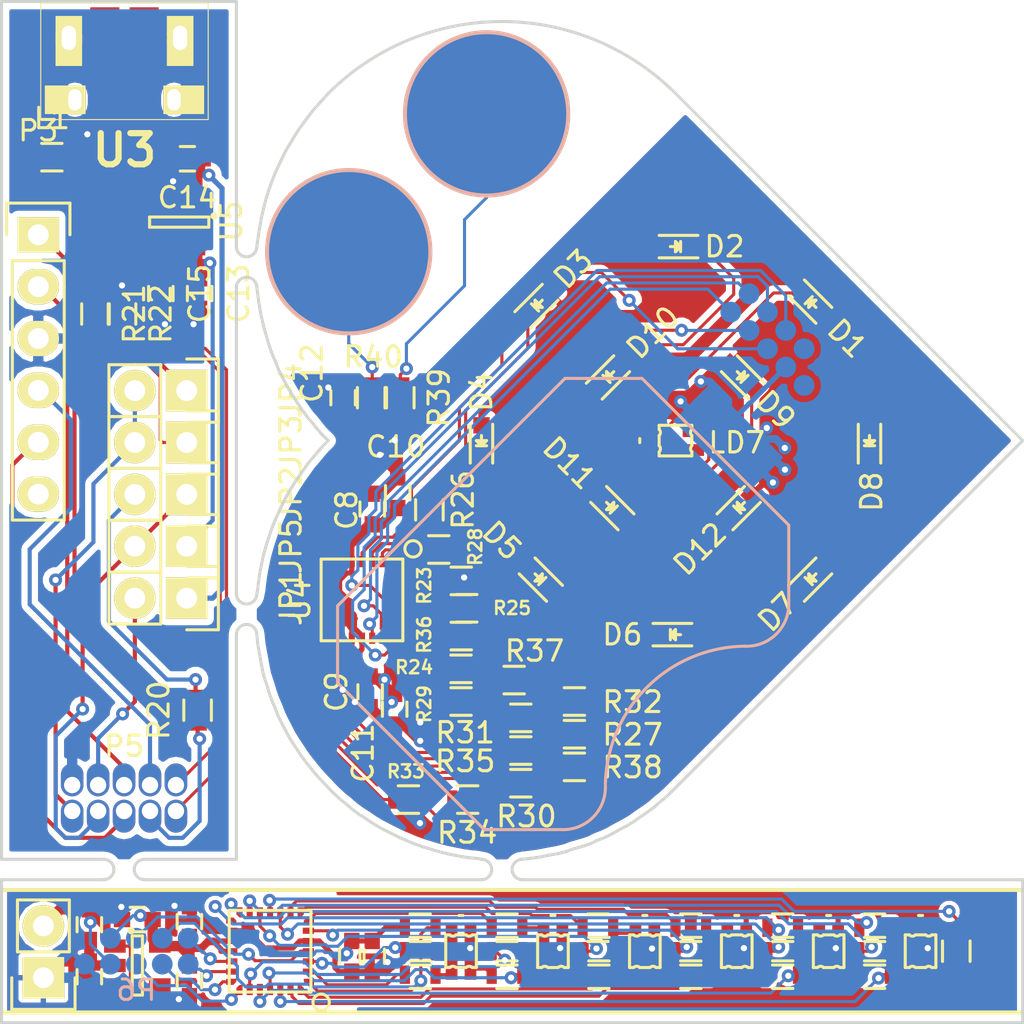
<source format=kicad_pcb>
(kicad_pcb (version 4) (host pcbnew "(2016-03-23 BZR 6647, Git bc699c8)-product")
  (layers (0 F.Cu signal) (31 B.Cu signal) (34 B.Paste user) (35 F.Paste user) (36 B.SilkS user) (37 F.SilkS user hide) (38 B.Mask user) (39 F.Mask user) (44 Edge.Cuts user))
  (net 0 "")
  (net 1 +3V3)
  (net 2 GND)
  (net 3 VCC)
  (net 4 /bypass)
  (net 5 /usb_dm)
  (net 6 /usb_dp)
  (net 7 /swdio)
  (net 8 /swclk)
  (net 9 /boot0)
  (net 10 /nrst)
  (net 11 /ildb1)
  (net 12 /ildr1)
  (net 13 /ildg1)
  (net 14 /ildb2)
  (net 15 /ildr2)
  (net 16 /ildg2)
  (net 17 /ildb3)
  (net 18 /ildr3)
  (net 19 /ildg3)
  (net 20 /ildb4)
  (net 21 /ildr4)
  (net 22 /ildg4)
  (net 23 /ildb5)
  (net 24 /ildr5)
  (net 25 /ildg5)
  (net 26 /ildb6)
  (net 27 /ildr6)
  (net 28 /ildg6)
  (net 29 /ldr1)
  (net 30 /ldr2)
  (net 31 /ldg1)
  (net 32 /ldg2)
  (net 33 /ldb1)
  (net 34 /ldb2)
  (net 35 /ldr3)
  (net 36 /ldr4)
  (net 37 /ldg3)
  (net 38 /ldg4)
  (net 39 /ldb3)
  (net 40 /ldb4)
  (net 41 /ldr5)
  (net 42 /ldr6)
  (net 43 /ldg5)
  (net 44 /ldg6)
  (net 45 /ldb5)
  (net 46 /ldb6)
  (net 47 /sheet_pogopins/pogo_vbus)
  (net 48 /sheet_pogopins/usb_vbus)
  (net 49 /sheet_pogopins/tg_pwr)
  (net 50 "Net-(JP2-Pad2)")
  (net 51 "Net-(JP3-Pad1)")
  (net 52 "Net-(JP3-Pad2)")
  (net 53 "Net-(L1-Pad1)")
  (net 54 /sheet_pogopins/tg_swclk)
  (net 55 /sheet_pogopins/tg_swdio)
  (net 56 /sheet_pogopins/tg_nrst)
  (net 57 "Net-(P3-Pad6)")
  (net 58 /sheet_pogopins/pogo_boot0)
  (net 59 /sheet_pogopins/pogo_dp)
  (net 60 /sheet_pogopins/pogo_dm)
  (net 61 "Net-(U3-Pad4)")
  (net 62 /sheet_pogopins/pogo_gnd)
  (net 63 GNDD)
  (net 64 /sheet_heart/cts_cs)
  (net 65 /sheet_heart/h_ild1)
  (net 66 /sheet_heart/h_ild5)
  (net 67 /sheet_heart/h_ild9)
  (net 68 /sheet_heart/h_ild2)
  (net 69 /sheet_heart/h_ild6)
  (net 70 /sheet_heart/h_ild10)
  (net 71 /sheet_heart/h_ild3)
  (net 72 /sheet_heart/h_ild7)
  (net 73 /sheet_heart/h_ild11)
  (net 74 /sheet_heart/h_ild4)
  (net 75 /sheet_heart/h_ild8)
  (net 76 /sheet_heart/h_ild12)
  (net 77 /sheet_heart/h_ildb1)
  (net 78 /sheet_heart/h_ildr1)
  (net 79 /sheet_heart/h_ildg1)
  (net 80 "Net-(P1-Pad3)")
  (net 81 /sheet_heart/h_swclk)
  (net 82 /sheet_heart/h_swdio)
  (net 83 /sheet_heart/h_usb_dp)
  (net 84 "Net-(P1-Pad2)")
  (net 85 /sheet_heart/h_nrst)
  (net 86 /sheet_heart/h_boot0)
  (net 87 /sheet_heart/h_usb_dm)
  (net 88 /sheet_heart/cts1_preesr)
  (net 89 /sheet_heart/cts2_preesr)
  (net 90 /sheet_heart/h_ld1)
  (net 91 /sheet_heart/h_ld5)
  (net 92 /sheet_heart/h_ld9)
  (net 93 /sheet_heart/h_ldr1)
  (net 94 /sheet_heart/h_ld2)
  (net 95 /sheet_heart/h_ld6)
  (net 96 /sheet_heart/h_ld10)
  (net 97 /sheet_heart/h_ldg1)
  (net 98 /sheet_heart/h_ldb1)
  (net 99 /sheet_heart/h_ld3)
  (net 100 /sheet_heart/h_ld7)
  (net 101 /sheet_heart/h_ld11)
  (net 102 /sheet_heart/h_ld4)
  (net 103 /sheet_heart/h_ld8)
  (net 104 /sheet_heart/h_ld12)
  (net 105 /sheet_heart/cts1)
  (net 106 /sheet_heart/cts2)
  (net 107 +2V5)
  (net 108 "Net-(C13-Pad1)")
  (net 109 /sheet_pogopins/pogo_bypass)
  (net 110 "Net-(JP4-Pad1)")
  (module Resistors_SMD:R_0603 (layer F.Cu) (at 32.9 31.3 270)
    (fp_text reference R22 (at 0 -1.9 270) (layer F.SilkS))
    (fp_text value 510)
    (pad 1 smd rect (at -0.75 0 270) (size 0.5 0.9) (layers F.Cu F.Paste F.Mask) (net 62 /sheet_pogopins/pogo_gnd))
    (pad 2 smd rect (at 0.75 0 270) (size 0.5 0.9) (layers F.Cu F.Paste F.Mask) (net 110 "Net-(JP4-Pad1)"))
  )
  (module Resistors_SMD:R_0603 (layer F.Cu) (at 49.825 55.075 180)
    (fp_text reference R34 (at 0.025 -1.625 180) (layer F.SilkS) (effects (font (size 1.016 1.016) (thickness 0.1524))))
    (fp_text value 560)
    (pad 1 smd rect (at -0.75 0 180) (size 0.5 0.9) (layers F.Cu F.Paste F.Mask) (net 72 /sheet_heart/h_ild7))
    (pad 2 smd rect (at 0.75 0 180) (size 0.5 0.9) (layers F.Cu F.Paste F.Mask) (net 100 /sheet_heart/h_ld7))
  )
  (module Resistors_SMD:R_0603 (layer F.Cu) (at 46.925 55.075 180)
    (fp_text reference R33 (at 0.125 1.375 180) (layer F.SilkS) (effects (font (size 0.635 0.635) (thickness 0.127))))
    (fp_text value 560 hide)
    (pad 1 smd rect (at -0.75 0 180) (size 0.5 0.9) (layers F.Cu F.Paste F.Mask) (net 71 /sheet_heart/h_ild3))
    (pad 2 smd rect (at 0.75 0 180) (size 0.5 0.9) (layers F.Cu F.Paste F.Mask) (net 99 /sheet_heart/h_ld3))
  )
  (module Capacitors_SMD:C_0603 (layer F.Cu) (at 46.4 40.05 90)
    (fp_text reference C10 (at 2.25 -0.1 180) (layer F.SilkS))
    (fp_text value 4.7u hide)
    (pad 1 smd rect (at -0.75 0 90) (size 0.8 0.75) (layers F.Cu F.Paste F.Mask) (net 107 +2V5))
    (pad 2 smd rect (at 0.75 0 90) (size 0.8 0.75) (layers F.Cu F.Paste F.Mask) (net 63 GNDD))
  )
  (module Resistors_SMD:R_0603 (layer F.Cu) (at 46.525 35.4 270)
    (fp_text reference R39 (at 0 -1.9 270) (layer F.SilkS))
    (fp_text value 10k hide)
    (pad 1 smd rect (at -0.75 0 270) (size 0.5 0.9) (layers F.Cu F.Paste F.Mask) (net 88 /sheet_heart/cts1_preesr))
    (pad 2 smd rect (at 0.75 0 270) (size 0.5 0.9) (layers F.Cu F.Paste F.Mask) (net 105 /sheet_heart/cts1))
  )
  (module knielsenlib:pogopads_2x5_50mil_smd (layer B.Cu) (at 33.6 62.5)
    (fp_text reference P6 (at 0 1.905) (layer B.SilkS) (effects (justify mirror)))
    (fp_text value CONN_02X05 hide)
    (pad 1 smd circle (at -2.54 0.635) (size 1.016 1.016) (layers B.Cu B.Paste B.Mask) (net 2 GND))
    (pad 3 smd circle (at -1.27 0.635) (size 1.016 1.016) (layers B.Cu B.Paste B.Mask) (net 3 VCC))
    (pad 5 smd circle (at 0 0.635) (size 1.016 1.016) (layers B.Cu B.Paste B.Mask) (net 8 /swclk))
    (pad 7 smd circle (at 1.27 0.635) (size 1.016 1.016) (layers B.Cu B.Paste B.Mask) (net 7 /swdio))
    (pad 9 smd circle (at 2.54 0.635) (size 1.016 1.016) (layers B.Cu B.Paste B.Mask) (net 6 /usb_dp))
    (pad 4 smd circle (at -1.27 -0.635) (size 1.016 1.016) (layers B.Cu B.Paste B.Mask) (net 1 +3V3))
    (pad 6 smd circle (at 0 -0.635) (size 1.016 1.016) (layers B.Cu B.Paste B.Mask) (net 10 /nrst))
    (pad 8 smd circle (at 1.27 -0.635) (size 1.016 1.016) (layers B.Cu B.Paste B.Mask) (net 9 /boot0))
    (pad 10 smd circle (at 2.54 -0.635) (size 1.016 1.016) (layers B.Cu B.Paste B.Mask) (net 5 /usb_dm))
  )
  (module Resistors_SMD:R_0603 (layer F.Cu) (at 73.75 62.5 270)
    (fp_text reference R2 hide)
    (fp_text value 560 hide)
    (pad 1 smd rect (at -0.75 0 270) (size 0.5 0.9) (layers F.Cu F.Paste F.Mask) (net 29 /ldr1))
    (pad 2 smd rect (at 0.75 0 270) (size 0.5 0.9) (layers F.Cu F.Paste F.Mask) (net 12 /ildr1))
  )
  (module Capacitors_SMD:C_0603 (layer F.Cu) (at 36.2 63.95 270)
    (fp_text reference C3 hide)
    (fp_text value 4.7u hide)
    (pad 1 smd rect (at -0.75 0 270) (size 0.8 0.75) (layers F.Cu F.Paste F.Mask) (net 1 +3V3))
    (pad 2 smd rect (at 0.75 0 270) (size 0.8 0.75) (layers F.Cu F.Paste F.Mask) (net 2 GND))
  )
  (module Capacitors_SMD:C_0603 (layer F.Cu) (at 36.2 61.05 90)
    (fp_text reference C1 hide)
    (fp_text value 100n hide)
    (pad 1 smd rect (at -0.75 0 90) (size 0.8 0.75) (layers F.Cu F.Paste F.Mask) (net 1 +3V3))
    (pad 2 smd rect (at 0.75 0 90) (size 0.8 0.75) (layers F.Cu F.Paste F.Mask) (net 2 GND))
  )
  (module Capacitors_SMD:C_0603 (layer F.Cu) (at 44.15 62.75 90)
    (fp_text reference C2 hide)
    (fp_text value 100n hide)
    (pad 1 smd rect (at -0.75 0 90) (size 0.8 0.75) (layers F.Cu F.Paste F.Mask) (net 1 +3V3))
    (pad 2 smd rect (at 0.75 0 90) (size 0.8 0.75) (layers F.Cu F.Paste F.Mask) (net 2 GND))
  )
  (module Capacitors_SMD:C_0603 (layer F.Cu) (at 31.3 61.2 270)
    (fp_text reference C5 hide)
    (fp_text value 1u)
    (pad 1 smd rect (at -0.75 0 270) (size 0.8 0.75) (layers F.Cu F.Paste F.Mask) (net 3 VCC))
    (pad 2 smd rect (at 0.75 0 270) (size 0.8 0.75) (layers F.Cu F.Paste F.Mask) (net 2 GND))
  )
  (module Capacitors_SMD:C_0603 (layer F.Cu) (at 31.3 63.75 90)
    (fp_text reference C6 (at 0 -1.9 90) (layer F.SilkS))
    (fp_text value 10n hide)
    (pad 1 smd rect (at -0.75 0 90) (size 0.8 0.75) (layers F.Cu F.Paste F.Mask) (net 4 /bypass))
    (pad 2 smd rect (at 0.75 0 90) (size 0.8 0.75) (layers F.Cu F.Paste F.Mask) (net 2 GND))
  )
  (module Capacitors_SMD:C_0603 (layer F.Cu) (at 33.65 60.95 180)
    (fp_text reference C7 hide)
    (fp_text value 2.2u hide)
    (pad 1 smd rect (at -0.75 0 180) (size 0.8 0.75) (layers F.Cu F.Paste F.Mask) (net 1 +3V3))
    (pad 2 smd rect (at 0.75 0 180) (size 0.8 0.75) (layers F.Cu F.Paste F.Mask) (net 2 GND))
  )
  (module Resistors_SMD:R_0603 (layer F.Cu) (at 47.5 61.35)
    (fp_text reference R1 hide)
    (fp_text value 47k hide)
    (pad 1 smd rect (at -0.75 0) (size 0.5 0.9) (layers F.Cu F.Paste F.Mask) (net 2 GND))
    (pad 2 smd rect (at 0.75 0) (size 0.5 0.9) (layers F.Cu F.Paste F.Mask) (net 9 /boot0))
  )
  (module TO_SOT_Packages_SMD:SOT-23-5 (layer F.Cu) (at 33.65 63.2)
    (fp_text reference U2 hide)
    (fp_text value LP2985LV hide)
    (pad 1 smd rect (at -1.1 -0.95) (size 1.06 0.65) (layers F.Cu F.Paste F.Mask) (net 3 VCC))
    (pad 2 smd rect (at -1.1 0) (size 1.06 0.65) (layers F.Cu F.Paste F.Mask) (net 2 GND))
    (pad 3 smd rect (at -1.1 0.95) (size 1.06 0.65) (layers F.Cu F.Paste F.Mask) (net 3 VCC))
    (pad 4 smd rect (at 1.1 0.95) (size 1.06 0.65) (layers F.Cu F.Paste F.Mask) (net 4 /bypass))
    (pad 5 smd rect (at 1.1 -0.95) (size 1.06 0.65) (layers F.Cu F.Paste F.Mask) (net 1 +3V3))
  )
  (module Pin_Headers:Pin_Header_Straight_1x02 (layer F.Cu) (at 29.05 63.8 180)
    (fp_text reference P2 hide)
    (fp_text value CONN_01X02 hide)
    (pad 1 thru_hole rect (at 0 0 180) (size 2.032 2.032) (drill 1.016) (layers *.Cu *.Mask F.SilkS) (net 2 GND))
    (pad 2 thru_hole oval (at 0 2.54 180) (size 2.032 2.032) (drill 1.016) (layers *.Cu *.Mask F.SilkS) (net 3 VCC))
  )
  (module Capacitors_SMD:C_0603 (layer F.Cu) (at 45.15 62.75 90)
    (fp_text reference C4 hide)
    (fp_text value 4.7u hide)
    (pad 1 smd rect (at -0.75 0 90) (size 0.8 0.75) (layers F.Cu F.Paste F.Mask) (net 1 +3V3))
    (pad 2 smd rect (at 0.75 0 90) (size 0.8 0.75) (layers F.Cu F.Paste F.Mask) (net 2 GND))
  )
  (module knielsenlib:RGB_0603 (layer F.Cu) (at 72 62.5 90)
    (fp_text reference LD6 hide)
    (fp_text value RGB hide)
    (pad 4 smd rect (at 0.875 -0.4625 90) (size 1.05 0.575) (layers F.Cu F.Paste F.Mask) (net 11 /ildb1))
    (pad 1 smd rect (at 0.875 0.4625 90) (size 1.05 0.575) (layers F.Cu F.Paste F.Mask) (net 1 +3V3))
    (pad 2 smd rect (at -0.875 0.4625 90) (size 1.05 0.575) (layers F.Cu F.Paste F.Mask) (net 12 /ildr1))
    (pad 3 smd rect (at -0.875 -0.4625 90) (size 1.05 0.575) (layers F.Cu F.Paste F.Mask) (net 13 /ildg1))
  )
  (module knielsenlib:RGB_0603 (layer F.Cu) (at 49.5 62.5 90)
    (fp_text reference LD1 hide)
    (fp_text value RGB hide)
    (pad 4 smd rect (at 0.875 -0.4625 90) (size 1.05 0.575) (layers F.Cu F.Paste F.Mask) (net 14 /ildb2))
    (pad 1 smd rect (at 0.875 0.4625 90) (size 1.05 0.575) (layers F.Cu F.Paste F.Mask) (net 1 +3V3))
    (pad 2 smd rect (at -0.875 0.4625 90) (size 1.05 0.575) (layers F.Cu F.Paste F.Mask) (net 15 /ildr2))
    (pad 3 smd rect (at -0.875 -0.4625 90) (size 1.05 0.575) (layers F.Cu F.Paste F.Mask) (net 16 /ildg2))
  )
  (module knielsenlib:RGB_0603 (layer F.Cu) (at 54 62.5 90)
    (fp_text reference LD2 hide)
    (fp_text value RGB hide)
    (pad 4 smd rect (at 0.875 -0.4625 90) (size 1.05 0.575) (layers F.Cu F.Paste F.Mask) (net 17 /ildb3))
    (pad 1 smd rect (at 0.875 0.4625 90) (size 1.05 0.575) (layers F.Cu F.Paste F.Mask) (net 1 +3V3))
    (pad 2 smd rect (at -0.875 0.4625 90) (size 1.05 0.575) (layers F.Cu F.Paste F.Mask) (net 18 /ildr3))
    (pad 3 smd rect (at -0.875 -0.4625 90) (size 1.05 0.575) (layers F.Cu F.Paste F.Mask) (net 19 /ildg3))
  )
  (module knielsenlib:RGB_0603 (layer F.Cu) (at 58.5 62.5 90)
    (fp_text reference LD3 hide)
    (fp_text value RGB hide)
    (pad 4 smd rect (at 0.875 -0.4625 90) (size 1.05 0.575) (layers F.Cu F.Paste F.Mask) (net 20 /ildb4))
    (pad 1 smd rect (at 0.875 0.4625 90) (size 1.05 0.575) (layers F.Cu F.Paste F.Mask) (net 1 +3V3))
    (pad 2 smd rect (at -0.875 0.4625 90) (size 1.05 0.575) (layers F.Cu F.Paste F.Mask) (net 21 /ildr4))
    (pad 3 smd rect (at -0.875 -0.4625 90) (size 1.05 0.575) (layers F.Cu F.Paste F.Mask) (net 22 /ildg4))
  )
  (module knielsenlib:RGB_0603 (layer F.Cu) (at 63 62.5 90)
    (fp_text reference LD4 hide)
    (fp_text value RGB hide)
    (pad 4 smd rect (at 0.875 -0.4625 90) (size 1.05 0.575) (layers F.Cu F.Paste F.Mask) (net 23 /ildb5))
    (pad 1 smd rect (at 0.875 0.4625 90) (size 1.05 0.575) (layers F.Cu F.Paste F.Mask) (net 1 +3V3))
    (pad 2 smd rect (at -0.875 0.4625 90) (size 1.05 0.575) (layers F.Cu F.Paste F.Mask) (net 24 /ildr5))
    (pad 3 smd rect (at -0.875 -0.4625 90) (size 1.05 0.575) (layers F.Cu F.Paste F.Mask) (net 25 /ildg5))
  )
  (module knielsenlib:RGB_0603 (layer F.Cu) (at 67.5 62.5 90)
    (fp_text reference LD5 hide)
    (fp_text value RGB hide)
    (pad 4 smd rect (at 0.875 -0.4625 90) (size 1.05 0.575) (layers F.Cu F.Paste F.Mask) (net 26 /ildb6))
    (pad 1 smd rect (at 0.875 0.4625 90) (size 1.05 0.575) (layers F.Cu F.Paste F.Mask) (net 1 +3V3))
    (pad 2 smd rect (at -0.875 0.4625 90) (size 1.05 0.575) (layers F.Cu F.Paste F.Mask) (net 27 /ildr6))
    (pad 3 smd rect (at -0.875 -0.4625 90) (size 1.05 0.575) (layers F.Cu F.Paste F.Mask) (net 28 /ildg6))
  )
  (module Resistors_SMD:R_0603 (layer F.Cu) (at 51.75 63.65 180)
    (fp_text reference R3 hide)
    (fp_text value 560 hide)
    (pad 1 smd rect (at -0.75 0 180) (size 0.5 0.9) (layers F.Cu F.Paste F.Mask) (net 30 /ldr2))
    (pad 2 smd rect (at 0.75 0 180) (size 0.5 0.9) (layers F.Cu F.Paste F.Mask) (net 15 /ildr2))
  )
  (module Resistors_SMD:R_0603 (layer F.Cu) (at 69.75 62.5)
    (fp_text reference R4 hide)
    (fp_text value 100 hide)
    (pad 1 smd rect (at -0.75 0) (size 0.5 0.9) (layers F.Cu F.Paste F.Mask) (net 31 /ldg1))
    (pad 2 smd rect (at 0.75 0) (size 0.5 0.9) (layers F.Cu F.Paste F.Mask) (net 13 /ildg1))
  )
  (module Resistors_SMD:R_0603 (layer F.Cu) (at 47.5 63.65)
    (fp_text reference R5 hide)
    (fp_text value 100 hide)
    (pad 1 smd rect (at -0.75 0) (size 0.5 0.9) (layers F.Cu F.Paste F.Mask) (net 32 /ldg2))
    (pad 2 smd rect (at 0.75 0) (size 0.5 0.9) (layers F.Cu F.Paste F.Mask) (net 16 /ildg2))
  )
  (module Resistors_SMD:R_0603 (layer F.Cu) (at 69.75 61.35)
    (fp_text reference R6 hide)
    (fp_text value 100 hide)
    (pad 1 smd rect (at -0.75 0) (size 0.5 0.9) (layers F.Cu F.Paste F.Mask) (net 33 /ldb1))
    (pad 2 smd rect (at 0.75 0) (size 0.5 0.9) (layers F.Cu F.Paste F.Mask) (net 11 /ildb1))
  )
  (module Resistors_SMD:R_0603 (layer F.Cu) (at 47.5 62.5)
    (fp_text reference R7 hide)
    (fp_text value 100 hide)
    (pad 1 smd rect (at -0.75 0) (size 0.5 0.9) (layers F.Cu F.Paste F.Mask) (net 34 /ldb2))
    (pad 2 smd rect (at 0.75 0) (size 0.5 0.9) (layers F.Cu F.Paste F.Mask) (net 14 /ildb2))
  )
  (module Resistors_SMD:R_0603 (layer F.Cu) (at 56.25 63.65 180)
    (fp_text reference R8 hide)
    (fp_text value 560 hide)
    (pad 1 smd rect (at -0.75 0 180) (size 0.5 0.9) (layers F.Cu F.Paste F.Mask) (net 35 /ldr3))
    (pad 2 smd rect (at 0.75 0 180) (size 0.5 0.9) (layers F.Cu F.Paste F.Mask) (net 18 /ildr3))
  )
  (module Resistors_SMD:R_0603 (layer F.Cu) (at 60.75 63.65 180)
    (fp_text reference R9 hide)
    (fp_text value 560 hide)
    (pad 1 smd rect (at -0.75 0 180) (size 0.5 0.9) (layers F.Cu F.Paste F.Mask) (net 36 /ldr4))
    (pad 2 smd rect (at 0.75 0 180) (size 0.5 0.9) (layers F.Cu F.Paste F.Mask) (net 21 /ildr4))
  )
  (module Resistors_SMD:R_0603 (layer F.Cu) (at 51.75 62.5)
    (fp_text reference R10 hide)
    (fp_text value 100 hide)
    (pad 1 smd rect (at -0.75 0) (size 0.5 0.9) (layers F.Cu F.Paste F.Mask) (net 37 /ldg3))
    (pad 2 smd rect (at 0.75 0) (size 0.5 0.9) (layers F.Cu F.Paste F.Mask) (net 19 /ildg3))
  )
  (module Resistors_SMD:R_0603 (layer F.Cu) (at 56.25 62.5)
    (fp_text reference R11 hide)
    (fp_text value 100 hide)
    (pad 1 smd rect (at -0.75 0) (size 0.5 0.9) (layers F.Cu F.Paste F.Mask) (net 38 /ldg4))
    (pad 2 smd rect (at 0.75 0) (size 0.5 0.9) (layers F.Cu F.Paste F.Mask) (net 22 /ildg4))
  )
  (module Resistors_SMD:R_0603 (layer F.Cu) (at 51.75 61.35)
    (fp_text reference R12 hide)
    (fp_text value 100 hide)
    (pad 1 smd rect (at -0.75 0) (size 0.5 0.9) (layers F.Cu F.Paste F.Mask) (net 39 /ldb3))
    (pad 2 smd rect (at 0.75 0) (size 0.5 0.9) (layers F.Cu F.Paste F.Mask) (net 17 /ildb3))
  )
  (module Resistors_SMD:R_0603 (layer F.Cu) (at 56.2 61.35)
    (fp_text reference R13 hide)
    (fp_text value 100 hide)
    (pad 1 smd rect (at -0.75 0) (size 0.5 0.9) (layers F.Cu F.Paste F.Mask) (net 40 /ldb4))
    (pad 2 smd rect (at 0.75 0) (size 0.5 0.9) (layers F.Cu F.Paste F.Mask) (net 20 /ildb4))
  )
  (module Resistors_SMD:R_0603 (layer F.Cu) (at 65.25 63.65 180)
    (fp_text reference R14 hide)
    (fp_text value 560 hide)
    (pad 1 smd rect (at -0.75 0 180) (size 0.5 0.9) (layers F.Cu F.Paste F.Mask) (net 41 /ldr5))
    (pad 2 smd rect (at 0.75 0 180) (size 0.5 0.9) (layers F.Cu F.Paste F.Mask) (net 24 /ildr5))
  )
  (module Resistors_SMD:R_0603 (layer F.Cu) (at 69.75 63.65 180)
    (fp_text reference R15 hide)
    (fp_text value 560 hide)
    (pad 1 smd rect (at -0.75 0 180) (size 0.5 0.9) (layers F.Cu F.Paste F.Mask) (net 42 /ldr6))
    (pad 2 smd rect (at 0.75 0 180) (size 0.5 0.9) (layers F.Cu F.Paste F.Mask) (net 27 /ildr6))
  )
  (module Resistors_SMD:R_0603 (layer F.Cu) (at 60.75 62.5)
    (fp_text reference R16 hide)
    (fp_text value 100 hide)
    (pad 1 smd rect (at -0.75 0) (size 0.5 0.9) (layers F.Cu F.Paste F.Mask) (net 43 /ldg5))
    (pad 2 smd rect (at 0.75 0) (size 0.5 0.9) (layers F.Cu F.Paste F.Mask) (net 25 /ildg5))
  )
  (module Resistors_SMD:R_0603 (layer F.Cu) (at 65.25 62.5)
    (fp_text reference R17 hide)
    (fp_text value 100 hide)
    (pad 1 smd rect (at -0.75 0) (size 0.5 0.9) (layers F.Cu F.Paste F.Mask) (net 44 /ldg6))
    (pad 2 smd rect (at 0.75 0) (size 0.5 0.9) (layers F.Cu F.Paste F.Mask) (net 28 /ildg6))
  )
  (module Resistors_SMD:R_0603 (layer F.Cu) (at 60.75 61.35)
    (fp_text reference R18 hide)
    (fp_text value 100 hide)
    (pad 1 smd rect (at -0.75 0) (size 0.5 0.9) (layers F.Cu F.Paste F.Mask) (net 45 /ldb5))
    (pad 2 smd rect (at 0.75 0) (size 0.5 0.9) (layers F.Cu F.Paste F.Mask) (net 23 /ildb5))
  )
  (module Resistors_SMD:R_0603 (layer F.Cu) (at 65.25 61.35)
    (fp_text reference R19 hide)
    (fp_text value 100 hide)
    (pad 1 smd rect (at -0.75 0) (size 0.5 0.9) (layers F.Cu F.Paste F.Mask) (net 46 /ldb6))
    (pad 2 smd rect (at 0.75 0) (size 0.5 0.9) (layers F.Cu F.Paste F.Mask) (net 26 /ildb6))
  )
  (module knielsenlib:UFQFPN28_fixpad (layer F.Cu) (at 40.15 62.5 180)
    (fp_text reference U1 hide)
    (fp_text value STM32F042GxU)
    (pad 1 smd rect (at -1.975 -1.5 180) (size 0.35 0.3) (layers F.Cu F.Paste F.Mask) (net 9 /boot0))
    (pad 2 smd rect (at -1.875 -1 180) (size 0.55 0.3) (layers F.Cu F.Paste F.Mask) (net 32 /ldg2))
    (pad 3 smd rect (at -1.875 -0.5 180) (size 0.55 0.3) (layers F.Cu F.Paste F.Mask) (net 34 /ldb2))
    (pad 4 smd rect (at -1.875 0 180) (size 0.55 0.3) (layers F.Cu F.Paste F.Mask) (net 10 /nrst))
    (pad 5 smd rect (at -1.875 0.5 180) (size 0.55 0.3) (layers F.Cu F.Paste F.Mask) (net 1 +3V3))
    (pad 6 smd rect (at -1.875 1 180) (size 0.55 0.3) (layers F.Cu F.Paste F.Mask) (net 43 /ldg5))
    (pad 7 smd rect (at -1.975 1.5 180) (size 0.35 0.3) (layers F.Cu F.Paste F.Mask) (net 39 /ldb3))
    (pad 8 smd rect (at -1.5 1.975 180) (size 0.3 0.35) (layers F.Cu F.Paste F.Mask) (net 40 /ldb4))
    (pad 9 smd rect (at -1 1.875 180) (size 0.3 0.55) (layers F.Cu F.Paste F.Mask) (net 45 /ldb5))
    (pad 10 smd rect (at -0.5 1.875 180) (size 0.3 0.55) (layers F.Cu F.Paste F.Mask) (net 44 /ldg6))
    (pad 11 smd rect (at 0 1.875 180) (size 0.3 0.55) (layers F.Cu F.Paste F.Mask) (net 29 /ldr1))
    (pad 12 smd rect (at 0.5 1.875 180) (size 0.3 0.55) (layers F.Cu F.Paste F.Mask) (net 38 /ldg4))
    (pad 13 smd rect (at 1 1.875 180) (size 0.3 0.55) (layers F.Cu F.Paste F.Mask) (net 33 /ldb1))
    (pad 14 smd rect (at 1.5 1.975 180) (size 0.3 0.35) (layers F.Cu F.Paste F.Mask) (net 31 /ldg1))
    (pad 15 smd rect (at 1.975 1.5 180) (size 0.35 0.3) (layers F.Cu F.Paste F.Mask) (net 46 /ldb6))
    (pad 16 smd rect (at 1.875 1 270) (size 0.3 0.55) (layers F.Cu F.Paste F.Mask) (net 2 GND))
    (pad 17 smd rect (at 1.875 0.5 270) (size 0.3 0.55) (layers F.Cu F.Paste F.Mask) (net 1 +3V3))
    (pad 18 smd rect (at 1.875 0 270) (size 0.3 0.55) (layers F.Cu F.Paste F.Mask) (net 1 +3V3))
    (pad 19 smd rect (at 1.875 -0.5 270) (size 0.3 0.55) (layers F.Cu F.Paste F.Mask) (net 5 /usb_dm))
    (pad 20 smd rect (at 1.875 -1 270) (size 0.3 0.55) (layers F.Cu F.Paste F.Mask) (net 6 /usb_dp))
    (pad 21 smd rect (at 1.975 -1.5 180) (size 0.35 0.3) (layers F.Cu F.Paste F.Mask) (net 7 /swdio))
    (pad 22 smd rect (at 1.5 -1.975 180) (size 0.3 0.35) (layers F.Cu F.Paste F.Mask) (net 8 /swclk))
    (pad 23 smd rect (at 1 -1.875 180) (size 0.3 0.55) (layers F.Cu F.Paste F.Mask) (net 37 /ldg3))
    (pad 24 smd rect (at 0.5 -1.875 180) (size 0.3 0.55) (layers F.Cu F.Paste F.Mask) (net 41 /ldr5))
    (pad 25 smd rect (at 0 -1.875 180) (size 0.3 0.55) (layers F.Cu F.Paste F.Mask) (net 30 /ldr2))
    (pad 26 smd rect (at -0.5 -1.875 180) (size 0.3 0.55) (layers F.Cu F.Paste F.Mask) (net 42 /ldr6))
    (pad 27 smd rect (at -1 -1.875 180) (size 0.3 0.55) (layers F.Cu F.Paste F.Mask) (net 36 /ldr4))
    (pad 28 smd rect (at -1.5 -1.975 180) (size 0.3 0.35) (layers F.Cu F.Paste F.Mask) (net 35 /ldr3))
    (pad 1 smd rect (at -1.8 -1.425 180) (size 0.3 0.15) (layers F.Cu F.Paste F.Mask) (net 9 /boot0))
    (pad 1 smd trapezoid (at -1.805 -1.575 180) (size 0.16 0.15) (rect_delta 0 0.15) (layers F.Cu F.Paste F.Mask) (net 9 /boot0))
    (pad 7 smd trapezoid (at -1.805 1.575 180) (size 0.16 0.15) (rect_delta 0 -0.15) (layers F.Cu F.Paste F.Mask) (net 39 /ldb3))
    (pad 15 smd trapezoid (at 1.805 1.575 180) (size 0.16 0.15) (rect_delta 0 -0.15) (layers F.Cu F.Paste F.Mask) (net 46 /ldb6))
    (pad 21 smd trapezoid (at 1.805 -1.575 180) (size 0.16 0.15) (rect_delta 0 0.15) (layers F.Cu F.Paste F.Mask) (net 7 /swdio))
    (pad 8 smd trapezoid (at -1.575 1.805 180) (size 0.15 0.16) (rect_delta -0.15 0) (layers F.Cu F.Paste F.Mask) (net 40 /ldb4))
    (pad 14 smd trapezoid (at 1.575 1.805 180) (size 0.15 0.16) (rect_delta 0.15 0) (layers F.Cu F.Paste F.Mask) (net 31 /ldg1))
    (pad 22 smd trapezoid (at 1.575 -1.805 180) (size 0.15 0.16) (rect_delta 0.15 0) (layers F.Cu F.Paste F.Mask) (net 8 /swclk))
    (pad 28 smd trapezoid (at -1.575 -1.805 180) (size 0.15 0.16) (rect_delta -0.15 0) (layers F.Cu F.Paste F.Mask) (net 35 /ldr3))
    (pad 7 smd rect (at -1.8 1.425 180) (size 0.3 0.15) (layers F.Cu F.Paste F.Mask) (net 39 /ldb3))
    (pad 21 smd rect (at 1.8 -1.425 180) (size 0.3 0.15) (layers F.Cu F.Paste F.Mask) (net 7 /swdio))
    (pad 15 smd rect (at 1.8 1.425 180) (size 0.3 0.15) (layers F.Cu F.Paste F.Mask) (net 46 /ldb6))
    (pad 8 smd rect (at -1.425 1.8 180) (size 0.15 0.3) (layers F.Cu F.Paste F.Mask) (net 40 /ldb4))
    (pad 14 smd rect (at 1.425 1.8 180) (size 0.15 0.3) (layers F.Cu F.Paste F.Mask) (net 31 /ldg1))
    (pad 22 smd rect (at 1.425 -1.8 180) (size 0.15 0.3) (layers F.Cu F.Paste F.Mask) (net 8 /swclk))
    (pad 28 smd rect (at -1.425 -1.8 180) (size 0.15 0.3) (layers F.Cu F.Paste F.Mask) (net 35 /ldr3))
  )
  (module Pin_Headers:Pin_Header_Straight_1x02 (layer F.Cu) (at 36.068 45.212 270)
    (fp_text reference JP1 (at 0 -5.1 270) (layer F.SilkS))
    (fp_text value Jumper_NC_Small)
    (pad 1 thru_hole rect (at 0 0 270) (size 2.032 2.032) (drill 1.016) (layers *.Cu *.Mask F.SilkS) (net 48 /sheet_pogopins/usb_vbus))
    (pad 2 thru_hole oval (at 0 2.54 270) (size 2.032 2.032) (drill 1.016) (layers *.Cu *.Mask F.SilkS) (net 47 /sheet_pogopins/pogo_vbus))
  )
  (module Pin_Headers:Pin_Header_Straight_1x02 (layer F.Cu) (at 36.068 40.132 270)
    (fp_text reference JP2 (at 0 -5.1 270) (layer F.SilkS))
    (fp_text value Jumper_NC_Small)
    (pad 1 thru_hole rect (at 0 0 270) (size 2.032 2.032) (drill 1.016) (layers *.Cu *.Mask F.SilkS) (net 49 /sheet_pogopins/tg_pwr))
    (pad 2 thru_hole oval (at 0 2.54 270) (size 2.032 2.032) (drill 1.016) (layers *.Cu *.Mask F.SilkS) (net 50 "Net-(JP2-Pad2)"))
  )
  (module Pin_Headers:Pin_Header_Straight_1x02 (layer F.Cu) (at 36.068 37.592 270)
    (fp_text reference JP3 (at 0 -5.1 270) (layer F.SilkS))
    (fp_text value Jumper_NC_Small)
    (pad 1 thru_hole rect (at 0 0 270) (size 2.032 2.032) (drill 1.016) (layers *.Cu *.Mask F.SilkS) (net 51 "Net-(JP3-Pad1)"))
    (pad 2 thru_hole oval (at 0 2.54 270) (size 2.032 2.032) (drill 1.016) (layers *.Cu *.Mask F.SilkS) (net 52 "Net-(JP3-Pad2)"))
  )
  (module Pin_Headers:Pin_Header_Straight_1x02 (layer F.Cu) (at 36.068 35.052 270)
    (fp_text reference JP4 (at 0 -5.1 270) (layer F.SilkS))
    (fp_text value Jumper_NC_Small)
    (pad 1 thru_hole rect (at 0 0 270) (size 2.032 2.032) (drill 1.016) (layers *.Cu *.Mask F.SilkS) (net 110 "Net-(JP4-Pad1)"))
    (pad 2 thru_hole oval (at 0 2.54 270) (size 2.032 2.032) (drill 1.016) (layers *.Cu *.Mask F.SilkS) (net 52 "Net-(JP3-Pad2)"))
  )
  (module Resistors_SMD:R_0603_HandSoldering (layer F.Cu) (at 29.464 23.622)
    (fp_text reference L1 (at 0 -1.9) (layer F.SilkS))
    (fp_text value ferrite)
    (pad 1 smd rect (at -1.1 0) (size 1.2 0.9) (layers F.Cu F.Paste F.Mask) (net 53 "Net-(L1-Pad1)"))
    (pad 2 smd rect (at 1.1 0) (size 1.2 0.9) (layers F.Cu F.Paste F.Mask) (net 62 /sheet_pogopins/pogo_gnd))
  )
  (module Pin_Headers:Pin_Header_Straight_1x06 (layer F.Cu) (at 28.8 27.42)
    (fp_text reference P3 (at 0 -5.1) (layer F.SilkS))
    (fp_text value CONN_01X06)
    (pad 1 thru_hole rect (at 0 0) (size 2.032 1.7272) (drill 1.016) (layers *.Cu *.Mask F.SilkS) (net 49 /sheet_pogopins/tg_pwr))
    (pad 2 thru_hole oval (at 0 2.54) (size 2.032 1.7272) (drill 1.016) (layers *.Cu *.Mask F.SilkS) (net 54 /sheet_pogopins/tg_swclk))
    (pad 3 thru_hole oval (at 0 5.08) (size 2.032 1.7272) (drill 1.016) (layers *.Cu *.Mask F.SilkS) (net 62 /sheet_pogopins/pogo_gnd))
    (pad 4 thru_hole oval (at 0 7.62) (size 2.032 1.7272) (drill 1.016) (layers *.Cu *.Mask F.SilkS) (net 55 /sheet_pogopins/tg_swdio))
    (pad 5 thru_hole oval (at 0 10.16) (size 2.032 1.7272) (drill 1.016) (layers *.Cu *.Mask F.SilkS) (net 56 /sheet_pogopins/tg_nrst))
    (pad 6 thru_hole oval (at 0 12.7) (size 2.032 1.7272) (drill 1.016) (layers *.Cu *.Mask F.SilkS) (net 57 "Net-(P3-Pad6)"))
  )
  (module Resistors_SMD:R_0603 (layer F.Cu) (at 36.6 50.7 90)
    (fp_text reference R20 (at 0 -1.9 90) (layer F.SilkS))
    (fp_text value 510)
    (pad 1 smd rect (at -0.75 0 90) (size 0.5 0.9) (layers F.Cu F.Paste F.Mask) (net 58 /sheet_pogopins/pogo_boot0))
    (pad 2 smd rect (at 0.75 0 90) (size 0.5 0.9) (layers F.Cu F.Paste F.Mask) (net 50 "Net-(JP2-Pad2)"))
  )
  (module Resistors_SMD:R_0603 (layer F.Cu) (at 31.6 31.3 270)
    (fp_text reference R21 (at 0 -1.9 270) (layer F.SilkS))
    (fp_text value 510)
    (pad 1 smd rect (at -0.75 0 270) (size 0.5 0.9) (layers F.Cu F.Paste F.Mask) (net 49 /sheet_pogopins/tg_pwr))
    (pad 2 smd rect (at 0.75 0 270) (size 0.5 0.9) (layers F.Cu F.Paste F.Mask) (net 51 "Net-(JP3-Pad1)"))
  )
  (module knielsenlib:10103594-0001LF (layer F.Cu) (at 33.02 17.78 180)
    (fp_text reference U3 (at 0 -5.4991 180) (layer F.SilkS) (effects (font (thickness 0.3048))))
    (fp_text value KNUSB hide)
    (pad 1 smd rect (at -1.30048 -2.82448 180) (size 0.39878 1.75006) (layers F.Cu F.Paste F.Mask) (net 48 /sheet_pogopins/usb_vbus) (clearance 0.09906))
    (pad 2 smd rect (at -0.65024 -2.82448 180) (size 0.39878 1.75006) (layers F.Cu F.Paste F.Mask) (net 60 /sheet_pogopins/pogo_dm) (clearance 0.09906))
    (pad 3 smd rect (at 0 -2.82448 180) (size 0.39878 1.75006) (layers F.Cu F.Paste F.Mask) (net 59 /sheet_pogopins/pogo_dp) (clearance 0.09906))
    (pad 4 smd rect (at 0.65024 -2.82448 180) (size 0.39878 1.75006) (layers F.Cu F.Paste F.Mask) (net 61 "Net-(U3-Pad4)") (clearance 0.09906))
    (pad 5 smd rect (at 1.30048 -2.82448 180) (size 0.39878 1.75006) (layers F.Cu F.Paste F.Mask) (net 62 /sheet_pogopins/pogo_gnd) (clearance 0.09906))
    (pad 6 smd rect (at -0.96266 0.24892 180) (size 1.42494 2.49936) (layers F.Cu F.Paste F.Mask) (net 53 "Net-(L1-Pad1)"))
    (pad 6 smd rect (at 0.96266 0.24892 180) (size 1.42494 2.49936) (layers F.Cu F.Paste F.Mask) (net 53 "Net-(L1-Pad1)"))
    (pad 6 thru_hole rect (at -2.4257 -3.03022 180) (size 1.99898 1.39954) (drill oval 0.65024 1.04902 (offset -0.47498 0)) (layers *.Mask F.Cu F.SilkS) (net 53 "Net-(L1-Pad1)"))
    (pad 6 thru_hole rect (at 2.4257 -3.03022 180) (size 1.99898 1.39954) (drill oval 0.65024 1.04902 (offset 0.47498 0)) (layers *.Mask F.Cu F.SilkS) (net 53 "Net-(L1-Pad1)"))
    (pad 6 thru_hole rect (at -2.72542 0 180) (size 1.30048 2.4511) (drill oval 0.70104 1.19888 (offset 0 -0.14986)) (layers *.Mask F.Cu F.SilkS) (net 53 "Net-(L1-Pad1)"))
    (pad 6 smd rect (at -2.98704 -1.69926 180) (size 1.82626 0.70104) (layers F.Cu F.Paste F.Mask) (net 53 "Net-(L1-Pad1)"))
    (pad 6 smd rect (at 2.98704 -1.69926 180) (size 1.82626 0.70104) (layers F.Cu F.Paste F.Mask) (net 53 "Net-(L1-Pad1)"))
    (pad 6 thru_hole rect (at 2.72542 0 180) (size 1.30048 2.4511) (drill oval 0.70104 1.19888 (offset 0 -0.14986)) (layers *.Mask F.Cu F.SilkS) (net 53 "Net-(L1-Pad1)"))
  )
  (module knielsenlib:pogopins_2x5_50mil (layer F.Cu) (at 33 55)
    (fp_text reference P5 (at 0 -2.54) (layer F.SilkS))
    (fp_text value CONN_02X05)
    (pad 1 thru_hole oval (at -2.54 -0.635) (size 1.1048 1.6128) (drill 0.8 (offset 0 -0.254)) (layers *.Cu *.Mask) (net 62 /sheet_pogopins/pogo_gnd))
    (pad 3 thru_hole oval (at -1.27 -0.635) (size 1.1048 1.6128) (drill 0.8 (offset 0 -0.254)) (layers *.Cu *.Mask) (net 47 /sheet_pogopins/pogo_vbus))
    (pad 5 thru_hole oval (at 0 -0.635) (size 1.1048 1.6128) (drill 0.8 (offset 0 -0.254)) (layers *.Cu *.Mask) (net 54 /sheet_pogopins/tg_swclk))
    (pad 7 thru_hole oval (at 1.27 -0.635) (size 1.1048 1.6128) (drill 0.8 (offset 0 -0.254)) (layers *.Cu *.Mask) (net 55 /sheet_pogopins/tg_swdio))
    (pad 9 thru_hole oval (at 2.54 -0.635) (size 1.1048 1.6128) (drill 0.8 (offset 0 -0.254)) (layers *.Cu *.Mask) (net 59 /sheet_pogopins/pogo_dp))
    (pad 2 thru_hole oval (at -2.54 0.635) (size 1.1048 1.6128) (drill 0.8 (offset 0 0.254)) (layers *.Cu *.Mask) (net 52 "Net-(JP3-Pad2)"))
    (pad 4 thru_hole oval (at -1.27 0.635) (size 1.1048 1.6128) (drill 0.8 (offset 0 0.254)) (layers *.Cu *.Mask) (net 49 /sheet_pogopins/tg_pwr))
    (pad 6 thru_hole oval (at 0 0.635) (size 1.1048 1.6128) (drill 0.8 (offset 0 0.254)) (layers *.Cu *.Mask) (net 56 /sheet_pogopins/tg_nrst))
    (pad 8 thru_hole oval (at 1.27 0.635) (size 1.1048 1.6128) (drill 0.8 (offset 0 0.254)) (layers *.Cu *.Mask) (net 58 /sheet_pogopins/pogo_boot0))
    (pad 10 thru_hole oval (at 2.54 0.635) (size 1.1048 1.6128) (drill 0.8 (offset 0 0.254)) (layers *.Cu *.Mask) (net 60 /sheet_pogopins/pogo_dm))
  )
  (module knielsenlib:Linx_BAT_HLD_001 (layer B.Cu) (at 54.5 45.5 225)
    (fp_text reference BT1 hide)
    (fp_text value Battery)
    (pad 1 smd rect (at -11.43 0 225) (size 2.54 5.08) (layers B.Cu B.Paste B.Mask) (net 107 +2V5))
    (pad 1 smd rect (at 11.43 0 225) (size 2.54 5.08) (layers B.Cu B.Paste B.Mask) (net 107 +2V5))
    (pad 2 smd circle (at 0 0 225) (size 17.78 17.78) (layers B.Cu B.Paste B.Mask) (net 63 GNDD))
  )
  (module Capacitors_SMD:C_0603 (layer F.Cu) (at 45.15 40.85 90)
    (fp_text reference C8 (at -0.05 -1.25 90) (layer F.SilkS))
    (fp_text value 100n hide)
    (pad 1 smd rect (at -0.75 0 90) (size 0.8 0.75) (layers F.Cu F.Paste F.Mask) (net 107 +2V5))
    (pad 2 smd rect (at 0.75 0 90) (size 0.8 0.75) (layers F.Cu F.Paste F.Mask) (net 63 GNDD))
  )
  (module Capacitors_SMD:C_0603 (layer F.Cu) (at 45.05 49.8 270)
    (fp_text reference C9 (at 0 1.65 270) (layer F.SilkS) (effects (font (size 1.016 1.016) (thickness 0.1524))))
    (fp_text value 100n hide)
    (pad 1 smd rect (at -0.75 0 270) (size 0.8 0.75) (layers F.Cu F.Paste F.Mask) (net 107 +2V5))
    (pad 2 smd rect (at 0.75 0 270) (size 0.8 0.75) (layers F.Cu F.Paste F.Mask) (net 63 GNDD))
  )
  (module Capacitors_SMD:C_0603 (layer F.Cu) (at 46.25 50.65 270)
    (fp_text reference C11 (at 2.15 1.55 270) (layer F.SilkS))
    (fp_text value 4.7u hide)
    (pad 1 smd rect (at -0.75 0 270) (size 0.8 0.75) (layers F.Cu F.Paste F.Mask) (net 107 +2V5))
    (pad 2 smd rect (at 0.75 0 270) (size 0.8 0.75) (layers F.Cu F.Paste F.Mask) (net 63 GNDD))
  )
  (module Capacitors_SMD:C_0603 (layer F.Cu) (at 43.725 35.4 270)
    (fp_text reference C12 (at -1.2 1.525 270) (layer F.SilkS))
    (fp_text value 47n hide)
    (pad 1 smd rect (at -0.75 0 270) (size 0.8 0.75) (layers F.Cu F.Paste F.Mask) (net 63 GNDD))
    (pad 2 smd rect (at 0.75 0 270) (size 0.8 0.75) (layers F.Cu F.Paste F.Mask) (net 64 /sheet_heart/cts_cs))
  )
  (module knielsenlib:RGB_0603 (layer F.Cu) (at 60 37.5 180)
    (fp_text reference LD7 (at -3 -0.1 180) (layer F.SilkS))
    (fp_text value RGB hide)
    (pad 4 smd rect (at 0.875 -0.4625 180) (size 1.05 0.575) (layers F.Cu F.Paste F.Mask) (net 77 /sheet_heart/h_ildb1))
    (pad 1 smd rect (at 0.875 0.4625 180) (size 1.05 0.575) (layers F.Cu F.Paste F.Mask) (net 107 +2V5))
    (pad 2 smd rect (at -0.875 0.4625 180) (size 1.05 0.575) (layers F.Cu F.Paste F.Mask) (net 78 /sheet_heart/h_ildr1))
    (pad 3 smd rect (at -0.875 -0.4625 180) (size 1.05 0.575) (layers F.Cu F.Paste F.Mask) (net 79 /sheet_heart/h_ildg1))
  )
  (module knielsenlib:pogopads_2x5_50mil_smd (layer B.Cu) (at 64.950987 32.552962 135)
    (fp_text reference P1 hide)
    (fp_text value CONN_02X05)
    (pad 1 smd circle (at -2.54 0.635 135) (size 1.016 1.016) (layers B.Cu B.Paste B.Mask) (net 63 GNDD))
    (pad 3 smd circle (at -1.27 0.635 135) (size 1.016 1.016) (layers B.Cu B.Paste B.Mask) (net 80 "Net-(P1-Pad3)"))
    (pad 5 smd circle (at 0 0.635 135) (size 1.016 1.016) (layers B.Cu B.Paste B.Mask) (net 81 /sheet_heart/h_swclk))
    (pad 7 smd circle (at 1.27 0.635 135) (size 1.016 1.016) (layers B.Cu B.Paste B.Mask) (net 82 /sheet_heart/h_swdio))
    (pad 9 smd circle (at 2.54 0.635 135) (size 1.016 1.016) (layers B.Cu B.Paste B.Mask) (net 83 /sheet_heart/h_usb_dp))
    (pad 2 smd circle (at -2.54 -0.635 135) (size 1.016 1.016) (layers B.Cu B.Paste B.Mask) (net 84 "Net-(P1-Pad2)"))
    (pad 4 smd circle (at -1.27 -0.635 135) (size 1.016 1.016) (layers B.Cu B.Paste B.Mask) (net 107 +2V5))
    (pad 6 smd circle (at 0 -0.635 135) (size 1.016 1.016) (layers B.Cu B.Paste B.Mask) (net 85 /sheet_heart/h_nrst))
    (pad 8 smd circle (at 1.27 -0.635 135) (size 1.016 1.016) (layers B.Cu B.Paste B.Mask) (net 86 /sheet_heart/h_boot0))
    (pad 10 smd circle (at 2.54 -0.635 135) (size 1.016 1.016) (layers B.Cu B.Paste B.Mask) (net 87 /sheet_heart/h_usb_dm))
  )
  (module knielsenlib:Touchpad_8mm (layer B.Cu) (at 50.75 21.5)
    (fp_text reference P7 hide)
    (fp_text value CONN_01X01)
    (pad 1 smd circle (at 0 0) (size 8 8) (layers B.Cu) (net 88 /sheet_heart/cts1_preesr))
  )
  (module knielsenlib:Touchpad_8mm (layer B.Cu) (at 44 28.25)
    (fp_text reference P8 hide)
    (fp_text value CONN_01X01)
    (pad 1 smd circle (at 0 0) (size 8 8) (layers B.Cu) (net 89 /sheet_heart/cts2_preesr))
  )
  (module Resistors_SMD:R_0603 (layer F.Cu) (at 49.51 44.37 180)
    (fp_text reference R23 (at 1.81 -0.23 270) (layer F.SilkS) (effects (font (size 0.635 0.635) (thickness 0.127))))
    (fp_text value 47k)
    (pad 1 smd rect (at -0.75 0 180) (size 0.5 0.9) (layers F.Cu F.Paste F.Mask) (net 63 GNDD))
    (pad 2 smd rect (at 0.75 0 180) (size 0.5 0.9) (layers F.Cu F.Paste F.Mask) (net 86 /sheet_heart/h_boot0))
  )
  (module Resistors_SMD:R_0603 (layer F.Cu) (at 49.5 48.675 180)
    (fp_text reference R24 (at 2.3 0.075 180) (layer F.SilkS) (effects (font (size 0.635 0.635) (thickness 0.127))))
    (fp_text value 560)
    (pad 1 smd rect (at -0.75 0 180) (size 0.5 0.9) (layers F.Cu F.Paste F.Mask) (net 65 /sheet_heart/h_ild1))
    (pad 2 smd rect (at 0.75 0 180) (size 0.5 0.9) (layers F.Cu F.Paste F.Mask) (net 90 /sheet_heart/h_ld1))
  )
  (module Resistors_SMD:R_0603 (layer F.Cu) (at 49.78 45.71 180)
    (fp_text reference R25 (at -2.22 0.01 180) (layer F.SilkS) (effects (font (size 0.635 0.635) (thickness 0.127))))
    (fp_text value 560)
    (pad 1 smd rect (at -0.75 0 180) (size 0.5 0.9) (layers F.Cu F.Paste F.Mask) (net 66 /sheet_heart/h_ild5))
    (pad 2 smd rect (at 0.75 0 180) (size 0.5 0.9) (layers F.Cu F.Paste F.Mask) (net 91 /sheet_heart/h_ld5))
  )
  (module Resistors_SMD:R_0603 (layer F.Cu) (at 47.95 40.89 270)
    (fp_text reference R26 (at -0.49 -1.65 270) (layer F.SilkS))
    (fp_text value 560 hide)
    (pad 1 smd rect (at -0.75 0 270) (size 0.5 0.9) (layers F.Cu F.Paste F.Mask) (net 67 /sheet_heart/h_ild9))
    (pad 2 smd rect (at 0.75 0 270) (size 0.5 0.9) (layers F.Cu F.Paste F.Mask) (net 92 /sheet_heart/h_ld9))
  )
  (module Resistors_SMD:R_0603 (layer F.Cu) (at 55.05 51.875)
    (fp_text reference R27 (at 2.85 0.025) (layer F.SilkS) (effects (font (size 1.016 1.016) (thickness 0.1524))))
    (fp_text value 560)
    (pad 1 smd rect (at -0.75 0) (size 0.5 0.9) (layers F.Cu F.Paste F.Mask) (net 93 /sheet_heart/h_ldr1))
    (pad 2 smd rect (at 0.75 0) (size 0.5 0.9) (layers F.Cu F.Paste F.Mask) (net 78 /sheet_heart/h_ildr1))
  )
  (module Resistors_SMD:R_0603 (layer F.Cu) (at 48.41 42.83 180)
    (fp_text reference R28 (at -1.79 0.13 270) (layer F.SilkS) (effects (font (size 0.635 0.635) (thickness 0.127))))
    (fp_text value 560 hide)
    (pad 1 smd rect (at -0.75 0 180) (size 0.5 0.9) (layers F.Cu F.Paste F.Mask) (net 68 /sheet_heart/h_ild2))
    (pad 2 smd rect (at 0.75 0 180) (size 0.5 0.9) (layers F.Cu F.Paste F.Mask) (net 94 /sheet_heart/h_ld2))
  )
  (module Resistors_SMD:R_0603 (layer F.Cu) (at 49.5 50.275 180)
    (fp_text reference R29 (at 1.8 -0.125 270) (layer F.SilkS) (effects (font (size 0.635 0.635) (thickness 0.127))))
    (fp_text value 560)
    (pad 1 smd rect (at -0.75 0 180) (size 0.5 0.9) (layers F.Cu F.Paste F.Mask) (net 69 /sheet_heart/h_ild6))
    (pad 2 smd rect (at 0.75 0 180) (size 0.5 0.9) (layers F.Cu F.Paste F.Mask) (net 95 /sheet_heart/h_ld6))
  )
  (module Resistors_SMD:R_0603 (layer F.Cu) (at 52.425 54.275 180)
    (fp_text reference R30 (at -0.275 -1.625 180) (layer F.SilkS) (effects (font (size 1.016 1.016) (thickness 0.1524))))
    (fp_text value 560)
    (pad 1 smd rect (at -0.75 0 180) (size 0.5 0.9) (layers F.Cu F.Paste F.Mask) (net 70 /sheet_heart/h_ild10))
    (pad 2 smd rect (at 0.75 0 180) (size 0.5 0.9) (layers F.Cu F.Paste F.Mask) (net 96 /sheet_heart/h_ld10))
  )
  (module Resistors_SMD:R_0603 (layer F.Cu) (at 52.425 51.075)
    (fp_text reference R31 (at -2.725 0.725) (layer F.SilkS))
    (fp_text value 100)
    (pad 1 smd rect (at -0.75 0) (size 0.5 0.9) (layers F.Cu F.Paste F.Mask) (net 97 /sheet_heart/h_ldg1))
    (pad 2 smd rect (at 0.75 0) (size 0.5 0.9) (layers F.Cu F.Paste F.Mask) (net 79 /sheet_heart/h_ildg1))
  )
  (module Resistors_SMD:R_0603 (layer F.Cu) (at 55.05 50.275)
    (fp_text reference R32 (at 2.85 0.025) (layer F.SilkS) (effects (font (size 1.016 1.016) (thickness 0.1524))))
    (fp_text value 100 hide)
    (pad 1 smd rect (at -0.75 0) (size 0.5 0.9) (layers F.Cu F.Paste F.Mask) (net 98 /sheet_heart/h_ldb1))
    (pad 2 smd rect (at 0.75 0) (size 0.5 0.9) (layers F.Cu F.Paste F.Mask) (net 77 /sheet_heart/h_ildb1))
  )
  (module Resistors_SMD:R_0603 (layer F.Cu) (at 52.425 52.675 180)
    (fp_text reference R35 (at 2.725 -0.525 180) (layer F.SilkS) (effects (font (size 1.016 1.016) (thickness 0.1524))))
    (fp_text value 560)
    (pad 1 smd rect (at -0.75 0 180) (size 0.5 0.9) (layers F.Cu F.Paste F.Mask) (net 73 /sheet_heart/h_ild11))
    (pad 2 smd rect (at 0.75 0 180) (size 0.5 0.9) (layers F.Cu F.Paste F.Mask) (net 101 /sheet_heart/h_ld11))
  )
  (module Resistors_SMD:R_0603 (layer F.Cu) (at 49.51 47.07 180)
    (fp_text reference R36 (at 1.81 0.07 270) (layer F.SilkS) (effects (font (size 0.635 0.635) (thickness 0.127))))
    (fp_text value 560)
    (pad 1 smd rect (at -0.75 0 180) (size 0.5 0.9) (layers F.Cu F.Paste F.Mask) (net 74 /sheet_heart/h_ild4))
    (pad 2 smd rect (at 0.75 0 180) (size 0.5 0.9) (layers F.Cu F.Paste F.Mask) (net 102 /sheet_heart/h_ld4))
  )
  (module Resistors_SMD:R_0603 (layer F.Cu) (at 52.1 49.225 180)
    (fp_text reference R37 (at -1 1.425 180) (layer F.SilkS))
    (fp_text value 560)
    (pad 1 smd rect (at -0.75 0 180) (size 0.5 0.9) (layers F.Cu F.Paste F.Mask) (net 75 /sheet_heart/h_ild8))
    (pad 2 smd rect (at 0.75 0 180) (size 0.5 0.9) (layers F.Cu F.Paste F.Mask) (net 103 /sheet_heart/h_ld8))
  )
  (module Resistors_SMD:R_0603 (layer F.Cu) (at 55.05 53.475 180)
    (fp_text reference R38 (at -2.85 -0.025 180) (layer F.SilkS) (effects (font (size 1.016 1.016) (thickness 0.1524))))
    (fp_text value 560)
    (pad 1 smd rect (at -0.75 0 180) (size 0.5 0.9) (layers F.Cu F.Paste F.Mask) (net 76 /sheet_heart/h_ild12))
    (pad 2 smd rect (at 0.75 0 180) (size 0.5 0.9) (layers F.Cu F.Paste F.Mask) (net 104 /sheet_heart/h_ld12))
  )
  (module Resistors_SMD:R_0603 (layer F.Cu) (at 45.1 35.4 270)
    (fp_text reference R40 (at -2 -0.1 360) (layer F.SilkS))
    (fp_text value 10k hide)
    (pad 1 smd rect (at -0.75 0 270) (size 0.5 0.9) (layers F.Cu F.Paste F.Mask) (net 89 /sheet_heart/cts2_preesr))
    (pad 2 smd rect (at 0.75 0 270) (size 0.5 0.9) (layers F.Cu F.Paste F.Mask) (net 106 /sheet_heart/cts2))
  )
  (module knielsenlib:UFQFPN28_fixpad (layer F.Cu) (at 44.65 45.3 270)
    (fp_text reference U4 (at 0 3.05 270) (layer F.SilkS))
    (fp_text value STM32F042GxU hide)
    (pad 1 smd rect (at -1.975 -1.5 270) (size 0.35 0.3) (layers F.Cu F.Paste F.Mask) (net 86 /sheet_heart/h_boot0))
    (pad 2 smd rect (at -1.875 -1 270) (size 0.55 0.3) (layers F.Cu F.Paste F.Mask) (net 94 /sheet_heart/h_ld2))
    (pad 3 smd rect (at -1.875 -0.5 270) (size 0.55 0.3) (layers F.Cu F.Paste F.Mask) (net 92 /sheet_heart/h_ld9))
    (pad 4 smd rect (at -1.875 0 270) (size 0.55 0.3) (layers F.Cu F.Paste F.Mask) (net 85 /sheet_heart/h_nrst))
    (pad 5 smd rect (at -1.875 0.5 270) (size 0.55 0.3) (layers F.Cu F.Paste F.Mask) (net 107 +2V5))
    (pad 6 smd rect (at -1.875 1 270) (size 0.55 0.3) (layers F.Cu F.Paste F.Mask) (net 105 /sheet_heart/cts1))
    (pad 7 smd rect (at -1.975 1.5 270) (size 0.35 0.3) (layers F.Cu F.Paste F.Mask) (net 106 /sheet_heart/cts2))
    (pad 8 smd rect (at -1.5 1.975 270) (size 0.3 0.35) (layers F.Cu F.Paste F.Mask) (net 64 /sheet_heart/cts_cs))
    (pad 9 smd rect (at -1 1.875 270) (size 0.3 0.55) (layers F.Cu F.Paste F.Mask) (net 99 /sheet_heart/h_ld3))
    (pad 10 smd rect (at -0.5 1.875 270) (size 0.3 0.55) (layers F.Cu F.Paste F.Mask) (net 100 /sheet_heart/h_ld7))
    (pad 11 smd rect (at 0 1.875 270) (size 0.3 0.55) (layers F.Cu F.Paste F.Mask) (net 96 /sheet_heart/h_ld10))
    (pad 12 smd rect (at 0.5 1.875 270) (size 0.3 0.55) (layers F.Cu F.Paste F.Mask) (net 104 /sheet_heart/h_ld12))
    (pad 13 smd rect (at 1 1.875 270) (size 0.3 0.55) (layers F.Cu F.Paste F.Mask) (net 101 /sheet_heart/h_ld11))
    (pad 14 smd rect (at 1.5 1.975 270) (size 0.3 0.35) (layers F.Cu F.Paste F.Mask) (net 93 /sheet_heart/h_ldr1))
    (pad 15 smd rect (at 1.975 1.5 270) (size 0.35 0.3) (layers F.Cu F.Paste F.Mask) (net 97 /sheet_heart/h_ldg1))
    (pad 16 smd rect (at 1.875 1) (size 0.3 0.55) (layers F.Cu F.Paste F.Mask) (net 63 GNDD))
    (pad 17 smd rect (at 1.875 0.5) (size 0.3 0.55) (layers F.Cu F.Paste F.Mask) (net 107 +2V5))
    (pad 18 smd rect (at 1.875 0) (size 0.3 0.55) (layers F.Cu F.Paste F.Mask) (net 107 +2V5))
    (pad 19 smd rect (at 1.875 -0.5) (size 0.3 0.55) (layers F.Cu F.Paste F.Mask) (net 87 /sheet_heart/h_usb_dm))
    (pad 20 smd rect (at 1.875 -1) (size 0.3 0.55) (layers F.Cu F.Paste F.Mask) (net 83 /sheet_heart/h_usb_dp))
    (pad 21 smd rect (at 1.975 -1.5 270) (size 0.35 0.3) (layers F.Cu F.Paste F.Mask) (net 82 /sheet_heart/h_swdio))
    (pad 22 smd rect (at 1.5 -1.975 270) (size 0.3 0.35) (layers F.Cu F.Paste F.Mask) (net 81 /sheet_heart/h_swclk))
    (pad 23 smd rect (at 1 -1.875 270) (size 0.3 0.55) (layers F.Cu F.Paste F.Mask) (net 98 /sheet_heart/h_ldb1))
    (pad 24 smd rect (at 0.5 -1.875 270) (size 0.3 0.55) (layers F.Cu F.Paste F.Mask) (net 95 /sheet_heart/h_ld6))
    (pad 25 smd rect (at 0 -1.875 270) (size 0.3 0.55) (layers F.Cu F.Paste F.Mask) (net 103 /sheet_heart/h_ld8))
    (pad 26 smd rect (at -0.5 -1.875 270) (size 0.3 0.55) (layers F.Cu F.Paste F.Mask) (net 90 /sheet_heart/h_ld1))
    (pad 27 smd rect (at -1 -1.875 270) (size 0.3 0.55) (layers F.Cu F.Paste F.Mask) (net 102 /sheet_heart/h_ld4))
    (pad 28 smd rect (at -1.5 -1.975 270) (size 0.3 0.35) (layers F.Cu F.Paste F.Mask) (net 91 /sheet_heart/h_ld5))
    (pad 1 smd rect (at -1.8 -1.425 270) (size 0.3 0.15) (layers F.Cu F.Paste F.Mask) (net 86 /sheet_heart/h_boot0))
    (pad 1 smd trapezoid (at -1.805 -1.575 270) (size 0.16 0.15) (rect_delta 0 0.15) (layers F.Cu F.Paste F.Mask) (net 86 /sheet_heart/h_boot0))
    (pad 7 smd trapezoid (at -1.805 1.575 270) (size 0.16 0.15) (rect_delta 0 -0.15) (layers F.Cu F.Paste F.Mask) (net 106 /sheet_heart/cts2))
    (pad 15 smd trapezoid (at 1.805 1.575 270) (size 0.16 0.15) (rect_delta 0 -0.15) (layers F.Cu F.Paste F.Mask) (net 97 /sheet_heart/h_ldg1))
    (pad 21 smd trapezoid (at 1.805 -1.575 270) (size 0.16 0.15) (rect_delta 0 0.15) (layers F.Cu F.Paste F.Mask) (net 82 /sheet_heart/h_swdio))
    (pad 8 smd trapezoid (at -1.575 1.805 270) (size 0.15 0.16) (rect_delta -0.15 0) (layers F.Cu F.Paste F.Mask) (net 64 /sheet_heart/cts_cs))
    (pad 14 smd trapezoid (at 1.575 1.805 270) (size 0.15 0.16) (rect_delta 0.15 0) (layers F.Cu F.Paste F.Mask) (net 93 /sheet_heart/h_ldr1))
    (pad 22 smd trapezoid (at 1.575 -1.805 270) (size 0.15 0.16) (rect_delta 0.15 0) (layers F.Cu F.Paste F.Mask) (net 81 /sheet_heart/h_swclk))
    (pad 28 smd trapezoid (at -1.575 -1.805 270) (size 0.15 0.16) (rect_delta -0.15 0) (layers F.Cu F.Paste F.Mask) (net 91 /sheet_heart/h_ld5))
    (pad 7 smd rect (at -1.8 1.425 270) (size 0.3 0.15) (layers F.Cu F.Paste F.Mask) (net 106 /sheet_heart/cts2))
    (pad 21 smd rect (at 1.8 -1.425 270) (size 0.3 0.15) (layers F.Cu F.Paste F.Mask) (net 82 /sheet_heart/h_swdio))
    (pad 15 smd rect (at 1.8 1.425 270) (size 0.3 0.15) (layers F.Cu F.Paste F.Mask) (net 97 /sheet_heart/h_ldg1))
    (pad 8 smd rect (at -1.425 1.8 270) (size 0.15 0.3) (layers F.Cu F.Paste F.Mask) (net 64 /sheet_heart/cts_cs))
    (pad 14 smd rect (at 1.425 1.8 270) (size 0.15 0.3) (layers F.Cu F.Paste F.Mask) (net 93 /sheet_heart/h_ldr1))
    (pad 22 smd rect (at 1.425 -1.8 270) (size 0.15 0.3) (layers F.Cu F.Paste F.Mask) (net 81 /sheet_heart/h_swclk))
    (pad 28 smd rect (at -1.425 -1.8 270) (size 0.15 0.3) (layers F.Cu F.Paste F.Mask) (net 91 /sheet_heart/h_ld5))
  )
  (module LEDs:LED_0603 (layer F.Cu) (at 66.7 30.8 315)
    (fp_text reference D1 (at 2.404163 0 315) (layer F.SilkS))
    (fp_text value Led_Small)
    (pad 2 smd rect (at 0.7493 0 135) (size 0.79756 0.79756) (layers F.Cu F.Paste F.Mask) (net 107 +2V5))
    (pad 1 smd rect (at -0.7493 0 135) (size 0.79756 0.79756) (layers F.Cu F.Paste F.Mask) (net 65 /sheet_heart/h_ild1))
  )
  (module LEDs:LED_0603 (layer F.Cu) (at 59.99902 28 180)
    (fp_text reference D2 (at -2.40098 0 180) (layer F.SilkS))
    (fp_text value Led_Small hide)
    (pad 2 smd rect (at 0.7493 0) (size 0.79756 0.79756) (layers F.Cu F.Paste F.Mask) (net 107 +2V5))
    (pad 1 smd rect (at -0.7493 0) (size 0.79756 0.79756) (layers F.Cu F.Paste F.Mask) (net 66 /sheet_heart/h_ild5))
  )
  (module LEDs:LED_0603 (layer F.Cu) (at 53.3 30.8 45)
    (fp_text reference D3 (at 2.404163 0 45) (layer F.SilkS))
    (fp_text value Led_Small)
    (pad 2 smd rect (at 0.7493 0 225) (size 0.79756 0.79756) (layers F.Cu F.Paste F.Mask) (net 107 +2V5))
    (pad 1 smd rect (at -0.7493 0 225) (size 0.79756 0.79756) (layers F.Cu F.Paste F.Mask) (net 67 /sheet_heart/h_ild9))
  )
  (module LEDs:LED_0603 (layer F.Cu) (at 50.5 37.5 90)
    (fp_text reference D4 (at 2.4 0 90) (layer F.SilkS))
    (fp_text value Led_Small)
    (pad 2 smd rect (at 0.7493 0 270) (size 0.79756 0.79756) (layers F.Cu F.Paste F.Mask) (net 107 +2V5))
    (pad 1 smd rect (at -0.7493 0 270) (size 0.79756 0.79756) (layers F.Cu F.Paste F.Mask) (net 68 /sheet_heart/h_ild2))
  )
  (module LEDs:LED_0603 (layer F.Cu) (at 53.3 44.2 135)
    (fp_text reference D5 (at 2.545584 0 135) (layer F.SilkS))
    (fp_text value Led_Small hide)
    (pad 2 smd rect (at 0.7493 0 315) (size 0.79756 0.79756) (layers F.Cu F.Paste F.Mask) (net 107 +2V5))
    (pad 1 smd rect (at -0.7493 0 315) (size 0.79756 0.79756) (layers F.Cu F.Paste F.Mask) (net 69 /sheet_heart/h_ild6))
  )
  (module LEDs:LED_0603 (layer F.Cu) (at 60 47)
    (fp_text reference D6 (at -2.6 0) (layer F.SilkS))
    (fp_text value Led_Small)
    (pad 2 smd rect (at 0.7493 0 180) (size 0.79756 0.79756) (layers F.Cu F.Paste F.Mask) (net 107 +2V5))
    (pad 1 smd rect (at -0.7493 0 180) (size 0.79756 0.79756) (layers F.Cu F.Paste F.Mask) (net 70 /sheet_heart/h_ild10))
  )
  (module LEDs:LED_0603 (layer F.Cu) (at 66.7 44.2 45)
    (fp_text reference D7 (at -2.404163 0 45) (layer F.SilkS))
    (fp_text value Led_Small)
    (pad 2 smd rect (at 0.7493 0 225) (size 0.79756 0.79756) (layers F.Cu F.Paste F.Mask) (net 107 +2V5))
    (pad 1 smd rect (at -0.7493 0 225) (size 0.79756 0.79756) (layers F.Cu F.Paste F.Mask) (net 71 /sheet_heart/h_ild3))
  )
  (module LEDs:LED_0603 (layer F.Cu) (at 69.5 37.49902 90)
    (fp_text reference D8 (at -2.50098 0.1 90) (layer F.SilkS))
    (fp_text value Led_Small)
    (pad 2 smd rect (at 0.7493 0 270) (size 0.79756 0.79756) (layers F.Cu F.Paste F.Mask) (net 107 +2V5))
    (pad 1 smd rect (at -0.7493 0 270) (size 0.79756 0.79756) (layers F.Cu F.Paste F.Mask) (net 72 /sheet_heart/h_ild7))
  )
  (module LEDs:LED_0603 (layer F.Cu) (at 63.2 34.3 135)
    (fp_text reference D9 (at -2.404163 0 135) (layer F.SilkS))
    (fp_text value Led_Small)
    (pad 2 smd rect (at 0.7493 0 315) (size 0.79756 0.79756) (layers F.Cu F.Paste F.Mask) (net 107 +2V5))
    (pad 1 smd rect (at -0.7493 0 315) (size 0.79756 0.79756) (layers F.Cu F.Paste F.Mask) (net 73 /sheet_heart/h_ild11))
  )
  (module LEDs:LED_0603 (layer F.Cu) (at 56.8 34.3 45)
    (fp_text reference D10 (at 2.969848 0 45) (layer F.SilkS))
    (fp_text value Led_Small)
    (pad 2 smd rect (at 0.7493 0 225) (size 0.79756 0.79756) (layers F.Cu F.Paste F.Mask) (net 107 +2V5))
    (pad 1 smd rect (at -0.7493 0 225) (size 0.79756 0.79756) (layers F.Cu F.Paste F.Mask) (net 74 /sheet_heart/h_ild4))
  )
  (module LEDs:LED_0603 (layer F.Cu) (at 56.8 40.7 135)
    (fp_text reference D11 (at 2.899138 0.070711 135) (layer F.SilkS))
    (fp_text value Led_Small)
    (pad 2 smd rect (at 0.7493 0 315) (size 0.79756 0.79756) (layers F.Cu F.Paste F.Mask) (net 107 +2V5))
    (pad 1 smd rect (at -0.7493 0 315) (size 0.79756 0.79756) (layers F.Cu F.Paste F.Mask) (net 75 /sheet_heart/h_ild8))
  )
  (module LEDs:LED_0603 (layer F.Cu) (at 63.2 40.7 45)
    (fp_text reference D12 (at -2.899138 0.070711 45) (layer F.SilkS))
    (fp_text value Led_Small)
    (pad 2 smd rect (at 0.7493 0 225) (size 0.79756 0.79756) (layers F.Cu F.Paste F.Mask) (net 107 +2V5))
    (pad 1 smd rect (at -0.7493 0 225) (size 0.79756 0.79756) (layers F.Cu F.Paste F.Mask) (net 76 /sheet_heart/h_ild12))
  )
  (module Capacitors_SMD:C_0603 (layer F.Cu) (at 36.7 30.3 270)
    (fp_text reference C13 (at 0 -1.9 270) (layer F.SilkS))
    (fp_text value 2.2u)
    (pad 1 smd rect (at -0.75 0 270) (size 0.8 0.75) (layers F.Cu F.Paste F.Mask) (net 108 "Net-(C13-Pad1)"))
    (pad 2 smd rect (at 0.75 0 270) (size 0.8 0.75) (layers F.Cu F.Paste F.Mask) (net 62 /sheet_pogopins/pogo_gnd))
  )
  (module Capacitors_SMD:C_0603 (layer F.Cu) (at 36.1 23.7 180)
    (fp_text reference C14 (at 0 -1.9 180) (layer F.SilkS))
    (fp_text value 1u)
    (pad 1 smd rect (at -0.75 0 180) (size 0.8 0.75) (layers F.Cu F.Paste F.Mask) (net 48 /sheet_pogopins/usb_vbus))
    (pad 2 smd rect (at 0.75 0 180) (size 0.8 0.75) (layers F.Cu F.Paste F.Mask) (net 62 /sheet_pogopins/pogo_gnd))
  )
  (module Capacitors_SMD:C_0603 (layer F.Cu) (at 34.8 30.3 270)
    (fp_text reference C15 (at 0 -1.9 270) (layer F.SilkS))
    (fp_text value 10n)
    (pad 1 smd rect (at -0.75 0 270) (size 0.8 0.75) (layers F.Cu F.Paste F.Mask) (net 109 /sheet_pogopins/pogo_bypass))
    (pad 2 smd rect (at 0.75 0 270) (size 0.8 0.75) (layers F.Cu F.Paste F.Mask) (net 62 /sheet_pogopins/pogo_gnd))
  )
  (module Pin_Headers:Pin_Header_Straight_1x02 (layer F.Cu) (at 36.068 42.672 270)
    (fp_text reference JP5 (at 0 -5.1 270) (layer F.SilkS))
    (fp_text value Jumper_NC_Small)
    (pad 1 thru_hole rect (at 0 0 270) (size 2.032 2.032) (drill 1.016) (layers *.Cu *.Mask F.SilkS) (net 108 "Net-(C13-Pad1)"))
    (pad 2 thru_hole oval (at 0 2.54 270) (size 2.032 2.032) (drill 1.016) (layers *.Cu *.Mask F.SilkS) (net 49 /sheet_pogopins/tg_pwr))
  )
  (module TO_SOT_Packages_SMD:SOT-23-5 (layer F.Cu) (at 35.7 26.8 270)
    (fp_text reference U5 (at -0.05 -2.55 270) (layer F.SilkS))
    (fp_text value LP2985LV)
    (pad 1 smd rect (at -1.1 -0.95 270) (size 1.06 0.65) (layers F.Cu F.Paste F.Mask) (net 48 /sheet_pogopins/usb_vbus))
    (pad 2 smd rect (at -1.1 0 270) (size 1.06 0.65) (layers F.Cu F.Paste F.Mask) (net 62 /sheet_pogopins/pogo_gnd))
    (pad 3 smd rect (at -1.1 0.95 270) (size 1.06 0.65) (layers F.Cu F.Paste F.Mask) (net 48 /sheet_pogopins/usb_vbus))
    (pad 4 smd rect (at 1.1 0.95 270) (size 1.06 0.65) (layers F.Cu F.Paste F.Mask) (net 109 /sheet_pogopins/pogo_bypass))
    (pad 5 smd rect (at 1.1 -0.95 270) (size 1.06 0.65) (layers F.Cu F.Paste F.Mask) (net 108 "Net-(C13-Pad1)"))
  )
  (gr_line (start 43.26 54.76) (end 43 54.5) (layer Edge.Cuts) (width 0.15))
  (gr_line (start 43.58 55.06) (end 43.26 54.76) (layer Edge.Cuts) (width 0.15))
  (gr_line (start 43.86 55.28) (end 43.58 55.06) (layer Edge.Cuts) (width 0.15))
  (gr_line (start 44.17 55.55) (end 43.86 55.28) (layer Edge.Cuts) (width 0.15))
  (gr_line (start 44.48 55.78) (end 44.17 55.55) (layer Edge.Cuts) (width 0.15))
  (gr_line (start 44.81 55.99) (end 44.48 55.78) (layer Edge.Cuts) (width 0.15))
  (gr_line (start 45.1 56.19) (end 44.81 55.99) (layer Edge.Cuts) (width 0.15))
  (gr_line (start 45.46 56.41) (end 45.1 56.19) (layer Edge.Cuts) (width 0.15))
  (gr_line (start 45.8 56.59) (end 45.46 56.41) (layer Edge.Cuts) (width 0.15))
  (gr_line (start 46.24 56.81) (end 45.8 56.59) (layer Edge.Cuts) (width 0.15))
  (gr_line (start 46.54 56.96) (end 46.24 56.81) (layer Edge.Cuts) (width 0.15))
  (gr_line (start 46.88 57.1) (end 46.54 56.96) (layer Edge.Cuts) (width 0.15))
  (gr_line (start 47.18 57.23) (end 46.88 57.1) (layer Edge.Cuts) (width 0.15))
  (gr_line (start 47.57 57.37) (end 47.18 57.23) (layer Edge.Cuts) (width 0.15))
  (gr_line (start 48 57.5) (end 47.57 57.37) (layer Edge.Cuts) (width 0.15))
  (gr_line (start 48.4 57.62) (end 48 57.5) (layer Edge.Cuts) (width 0.15))
  (gr_line (start 48.79 57.72) (end 48.4 57.62) (layer Edge.Cuts) (width 0.15))
  (gr_line (start 49.19 57.8) (end 48.79 57.72) (layer Edge.Cuts) (width 0.15))
  (gr_line (start 49.6 57.88) (end 49.19 57.8) (layer Edge.Cuts) (width 0.15))
  (gr_line (start 49.98 57.93) (end 49.6 57.88) (layer Edge.Cuts) (width 0.15))
  (gr_line (start 50.3 57.96) (end 49.98 57.93) (layer Edge.Cuts) (width 0.15))
  (gr_line (start 50.5 58) (end 50.3 57.96) (layer Edge.Cuts) (width 0.15))
  (gr_line (start 53.01 57.94) (end 52.5 58) (layer Edge.Cuts) (width 0.15))
  (gr_line (start 53.35 57.89) (end 53.01 57.94) (layer Edge.Cuts) (width 0.15))
  (gr_line (start 53.8 57.8) (end 53.35 57.89) (layer Edge.Cuts) (width 0.15))
  (gr_line (start 54.26 57.72) (end 53.8 57.8) (layer Edge.Cuts) (width 0.15))
  (gr_line (start 54.65 57.62) (end 54.26 57.72) (layer Edge.Cuts) (width 0.15))
  (gr_line (start 54.94 57.51) (end 54.65 57.62) (layer Edge.Cuts) (width 0.15))
  (gr_line (start 55.53 57.34) (end 54.94 57.51) (layer Edge.Cuts) (width 0.15))
  (gr_line (start 55.86 57.23) (end 55.53 57.34) (layer Edge.Cuts) (width 0.15))
  (gr_line (start 56.13 57.09) (end 55.86 57.23) (layer Edge.Cuts) (width 0.15))
  (gr_line (start 56.54 56.93) (end 56.13 57.09) (layer Edge.Cuts) (width 0.15))
  (gr_line (start 56.83 56.79) (end 56.54 56.93) (layer Edge.Cuts) (width 0.15))
  (gr_line (start 57.18 56.59) (end 56.83 56.79) (layer Edge.Cuts) (width 0.15))
  (gr_line (start 57.62 56.36) (end 57.18 56.59) (layer Edge.Cuts) (width 0.15))
  (gr_line (start 57.92 56.18) (end 57.62 56.36) (layer Edge.Cuts) (width 0.15))
  (gr_line (start 58.2 55.98) (end 57.92 56.18) (layer Edge.Cuts) (width 0.15))
  (gr_line (start 58.61 55.7) (end 58.2 55.98) (layer Edge.Cuts) (width 0.15))
  (gr_line (start 58.93 55.47) (end 58.61 55.7) (layer Edge.Cuts) (width 0.15))
  (gr_line (start 59.15 55.27) (end 58.93 55.47) (layer Edge.Cuts) (width 0.15))
  (gr_line (start 59.5 54.98) (end 59.15 55.27) (layer Edge.Cuts) (width 0.15))
  (gr_line (start 59.71 54.79) (end 59.5 54.98) (layer Edge.Cuts) (width 0.15))
  (gr_line (start 60 54.5) (end 59.71 54.79) (layer Edge.Cuts) (width 0.15))
  (gr_line (start 52.5 59) (end 77 59) (layer Edge.Cuts) (width 0.15))
  (gr_line (start 50.5 59) (end 34 59) (layer Edge.Cuts) (width 0.15))
  (gr_arc (start 34 58.5) (end 34 59) (angle 180) (layer Edge.Cuts) (width 0.15))
  (gr_arc (start 52.5 58.5) (end 52.5 59) (angle 180) (layer Edge.Cuts) (width 0.15))
  (gr_arc (start 50.5 58.5) (end 50.5 58) (angle 180) (layer Edge.Cuts) (width 0.15))
  (gr_arc (start 32 58.5) (end 32.5 58.5) (angle 90) (layer Edge.Cuts) (width 0.15))
  (gr_line (start 32 59) (end 27 59) (layer Edge.Cuts) (width 0.15))
  (gr_line (start 77 66) (end 77 59) (layer Edge.Cuts) (width 0.15))
  (gr_line (start 27 66) (end 77 66) (layer Edge.Cuts) (width 0.15))
  (gr_line (start 27 59) (end 27 66) (layer Edge.Cuts) (width 0.15))
  (gr_line (start 77 59.5) (end 27 59.5) (layer F.SilkS) (width 0.2))
  (gr_line (start 27 65.5) (end 77 65.5) (layer F.SilkS) (width 0.2))
  (gr_line (start 38.5 47) (end 38.5 58) (layer Edge.Cuts) (width 0.15))
  (gr_line (start 38.5 30) (end 38.5 45) (layer Edge.Cuts) (width 0.15))
  (gr_line (start 42.99 54.48) (end 43 54.5) (layer Edge.Cuts) (width 0.15))
  (gr_line (start 42.65 54.13) (end 42.99 54.48) (layer Edge.Cuts) (width 0.15))
  (gr_line (start 42.38 53.83) (end 42.65 54.13) (layer Edge.Cuts) (width 0.15))
  (gr_line (start 42.2 53.61) (end 42.38 53.83) (layer Edge.Cuts) (width 0.15))
  (gr_line (start 41.88 53.21) (end 42.2 53.61) (layer Edge.Cuts) (width 0.15))
  (gr_line (start 41.65 52.9) (end 41.88 53.21) (layer Edge.Cuts) (width 0.15))
  (gr_line (start 41.51 52.68) (end 41.65 52.9) (layer Edge.Cuts) (width 0.15))
  (gr_line (start 41.25 52.29) (end 41.51 52.68) (layer Edge.Cuts) (width 0.15))
  (gr_line (start 41.04 51.95) (end 41.25 52.29) (layer Edge.Cuts) (width 0.15))
  (gr_line (start 40.91 51.69) (end 41.04 51.95) (layer Edge.Cuts) (width 0.15))
  (gr_line (start 40.7 51.3) (end 40.91 51.69) (layer Edge.Cuts) (width 0.15))
  (gr_line (start 40.53 50.95) (end 40.7 51.3) (layer Edge.Cuts) (width 0.15))
  (gr_line (start 40.4 50.6) (end 40.53 50.95) (layer Edge.Cuts) (width 0.15))
  (gr_line (start 40.22 50.18) (end 40.4 50.6) (layer Edge.Cuts) (width 0.15))
  (gr_line (start 40.1 49.84) (end 40.22 50.18) (layer Edge.Cuts) (width 0.15))
  (gr_line (start 40 49.5) (end 40.1 49.84) (layer Edge.Cuts) (width 0.15))
  (gr_line (start 39.83 48.98) (end 40 49.5) (layer Edge.Cuts) (width 0.15))
  (gr_line (start 39.76 48.65) (end 39.83 48.98) (layer Edge.Cuts) (width 0.15))
  (gr_line (start 39.7 48.31) (end 39.76 48.65) (layer Edge.Cuts) (width 0.15))
  (gr_line (start 39.61 47.83) (end 39.7 48.31) (layer Edge.Cuts) (width 0.15))
  (gr_line (start 39.54 47.42) (end 39.61 47.83) (layer Edge.Cuts) (width 0.15))
  (gr_line (start 39.5 47) (end 39.54 47.42) (layer Edge.Cuts) (width 0.15))
  (gr_arc (start 39 47) (end 38.5 47) (angle 180) (layer Edge.Cuts) (width 0.15))
  (gr_arc (start 39 45) (end 39.5 45) (angle 180) (layer Edge.Cuts) (width 0.15))
  (gr_line (start 39.54 44.81) (end 39.5 45) (layer Edge.Cuts) (width 0.15))
  (gr_line (start 39.58 44.45) (end 39.54 44.81) (layer Edge.Cuts) (width 0.15))
  (gr_line (start 39.64 44.02) (end 39.58 44.45) (layer Edge.Cuts) (width 0.15))
  (gr_line (start 39.71 43.66) (end 39.64 44.02) (layer Edge.Cuts) (width 0.15))
  (gr_line (start 39.8 43.21) (end 39.71 43.66) (layer Edge.Cuts) (width 0.15))
  (gr_line (start 39.9 42.84) (end 39.8 43.21) (layer Edge.Cuts) (width 0.15))
  (gr_line (start 40 42.5) (end 39.9 42.84) (layer Edge.Cuts) (width 0.15))
  (gr_line (start 40.15 42.04) (end 40 42.5) (layer Edge.Cuts) (width 0.15))
  (gr_line (start 40.26 41.73) (end 40.15 42.04) (layer Edge.Cuts) (width 0.15))
  (gr_line (start 40.4 41.39) (end 40.26 41.73) (layer Edge.Cuts) (width 0.15))
  (gr_line (start 40.6 40.94) (end 40.4 41.39) (layer Edge.Cuts) (width 0.15))
  (gr_line (start 40.75 40.62) (end 40.6 40.94) (layer Edge.Cuts) (width 0.15))
  (gr_line (start 40.91 40.3) (end 40.75 40.62) (layer Edge.Cuts) (width 0.15))
  (gr_line (start 41.16 39.87) (end 40.91 40.3) (layer Edge.Cuts) (width 0.15))
  (gr_line (start 41.3 39.64) (end 41.16 39.87) (layer Edge.Cuts) (width 0.15))
  (gr_line (start 41.55 39.26) (end 41.3 39.64) (layer Edge.Cuts) (width 0.15))
  (gr_line (start 41.8 38.91) (end 41.55 39.26) (layer Edge.Cuts) (width 0.15))
  (gr_line (start 42.02 38.6) (end 41.8 38.91) (layer Edge.Cuts) (width 0.15))
  (gr_line (start 42.26 38.32) (end 42.02 38.6) (layer Edge.Cuts) (width 0.15))
  (gr_line (start 42.52 38.01) (end 42.26 38.32) (layer Edge.Cuts) (width 0.15))
  (gr_line (start 42.71 37.79) (end 42.52 38.01) (layer Edge.Cuts) (width 0.15))
  (gr_line (start 43 37.5) (end 42.71 37.79) (layer Edge.Cuts) (width 0.15))
  (gr_line (start 38.5 16) (end 38.5 28) (layer Edge.Cuts) (width 0.15))
  (gr_arc (start 51.5 29) (end 43 20.5) (angle 90) (layer Edge.Cuts) (width 0.15))
  (gr_line (start 42.65 37.16) (end 43 37.5) (layer Edge.Cuts) (width 0.15))
  (gr_line (start 42.44 36.91) (end 42.65 37.16) (layer Edge.Cuts) (width 0.15))
  (gr_line (start 42.2 36.6) (end 42.44 36.91) (layer Edge.Cuts) (width 0.15))
  (gr_line (start 41.96 36.33) (end 42.2 36.6) (layer Edge.Cuts) (width 0.15))
  (gr_line (start 41.78 36.08) (end 41.96 36.33) (layer Edge.Cuts) (width 0.15))
  (gr_line (start 41.51 35.69) (end 41.78 36.08) (layer Edge.Cuts) (width 0.15))
  (gr_line (start 41.28 35.33) (end 41.51 35.69) (layer Edge.Cuts) (width 0.15))
  (gr_line (start 41.08 35) (end 41.28 35.33) (layer Edge.Cuts) (width 0.15))
  (gr_line (start 40.9 34.68) (end 41.08 35) (layer Edge.Cuts) (width 0.15))
  (gr_line (start 40.71 34.32) (end 40.9 34.68) (layer Edge.Cuts) (width 0.15))
  (gr_line (start 40.55 33.99) (end 40.71 34.32) (layer Edge.Cuts) (width 0.15))
  (gr_line (start 40.4 33.6) (end 40.55 33.99) (layer Edge.Cuts) (width 0.15))
  (gr_line (start 40.26 33.28) (end 40.4 33.6) (layer Edge.Cuts) (width 0.15))
  (gr_line (start 40.12 32.89) (end 40.26 33.28) (layer Edge.Cuts) (width 0.15))
  (gr_line (start 40 32.5) (end 40.12 32.89) (layer Edge.Cuts) (width 0.15))
  (gr_line (start 39.82 31.86) (end 40 32.5) (layer Edge.Cuts) (width 0.15))
  (gr_line (start 39.7 31.32) (end 39.82 31.86) (layer Edge.Cuts) (width 0.15))
  (gr_line (start 39.6 30.75) (end 39.7 31.32) (layer Edge.Cuts) (width 0.15))
  (gr_line (start 39.5 30) (end 39.6 30.75) (layer Edge.Cuts) (width 0.15))
  (gr_line (start 39.6 27.3) (end 39.5 28) (layer Edge.Cuts) (width 0.15))
  (gr_line (start 39.72 26.62) (end 39.6 27.3) (layer Edge.Cuts) (width 0.15))
  (gr_line (start 39.86 26) (end 39.72 26.62) (layer Edge.Cuts) (width 0.15))
  (gr_line (start 40 25.49) (end 39.86 26) (layer Edge.Cuts) (width 0.15))
  (gr_line (start 40.17 24.99) (end 40 25.49) (layer Edge.Cuts) (width 0.15))
  (gr_line (start 40.4 24.39) (end 40.17 24.99) (layer Edge.Cuts) (width 0.15))
  (gr_line (start 40.73 23.69) (end 40.4 24.39) (layer Edge.Cuts) (width 0.15))
  (gr_line (start 40.91 23.32) (end 40.73 23.69) (layer Edge.Cuts) (width 0.15))
  (gr_line (start 41.24 22.77) (end 40.91 23.32) (layer Edge.Cuts) (width 0.15))
  (gr_line (start 41.54 22.28) (end 41.24 22.77) (layer Edge.Cuts) (width 0.15))
  (gr_line (start 41.77 21.97) (end 41.54 22.28) (layer Edge.Cuts) (width 0.15))
  (gr_line (start 42.17 21.43) (end 41.77 21.97) (layer Edge.Cuts) (width 0.15))
  (gr_line (start 42.33 21.24) (end 42.17 21.43) (layer Edge.Cuts) (width 0.15))
  (gr_line (start 42.61 20.93) (end 42.33 21.24) (layer Edge.Cuts) (width 0.15))
  (gr_line (start 43 20.5) (end 42.61 20.93) (layer Edge.Cuts) (width 0.15))
  (gr_arc (start 39 30) (end 38.5 30) (angle 180) (layer Edge.Cuts) (width 0.15))
  (gr_arc (start 39 28) (end 39.5 28) (angle 180) (layer Edge.Cuts) (width 0.15))
  (gr_circle (center 44 28.25) (end 48 28.25) (layer B.SilkS) (width 0.2))
  (gr_circle (center 50.75 21.5) (end 54.75 21.5) (layer B.SilkS) (width 0.2))
  (gr_line (start 77 37.5) (end 60 20.5) (layer Edge.Cuts) (width 0.15))
  (gr_line (start 60 54.5) (end 77 37.5) (layer Edge.Cuts) (width 0.15))
  (gr_line (start 38.5 58) (end 34 58) (layer Edge.Cuts) (width 0.15))
  (gr_line (start 32 58) (end 27 58) (layer Edge.Cuts) (width 0.15))
  (gr_arc (start 32 58.5) (end 32 58) (angle 90) (layer Edge.Cuts) (width 0.15))
  (gr_line (start 27 16) (end 38.5 16) (layer Edge.Cuts) (width 0.15))
  (gr_line (start 27 58) (end 27 16) (layer Edge.Cuts) (width 0.15))
  (segment (start 33.440422 60.754578) (end 33.795511 60.754578) (width 0.1524) (layer B.Cu) (net 1))
  (segment (start 32.33 61.865) (end 33.440422 60.754578) (width 0.1524) (layer B.Cu) (net 1))
  (segment (start 33.795511 60.897911) (end 33.795511 60.754578) (width 0.1524) (layer F.Cu) (net 1))
  (segment (start 33.8476 60.95) (end 33.795511 60.897911) (width 0.1524) (layer F.Cu) (net 1))
  (segment (start 34.4 60.95) (end 33.8476 60.95) (width 0.1524) (layer F.Cu) (net 1))
  (via (at 33.795511 60.754578) (size 0.635) (drill 0.3048) (layers F.Cu B.Cu) (net 1))
  (segment (start 46.349012 63.033623) (end 45.9 63.033623) (width 0.254) (layer B.Cu) (net 1))
  (segment (start 46.650192 63.033623) (end 46.349012 63.033623) (width 0.254) (layer B.Cu) (net 1))
  (segment (start 46.942283 62.741532) (end 46.650192 63.033623) (width 0.254) (layer B.Cu) (net 1))
  (segment (start 45.9 63.046918) (end 45.9 63.033623) (width 0.254) (layer F.Cu) (net 1))
  (segment (start 45.446918 63.5) (end 45.9 63.046918) (width 0.254) (layer F.Cu) (net 1))
  (segment (start 45.15 63.5) (end 45.446918 63.5) (width 0.254) (layer F.Cu) (net 1))
  (via (at 45.9 63.033623) (size 0.635) (drill 0.3048) (layers F.Cu B.Cu) (net 1))
  (segment (start 49.9 62.85) (end 49.791532 62.741532) (width 0.254) (layer B.Cu) (net 1))
  (segment (start 49.791532 62.741532) (end 46.942283 62.741532) (width 0.254) (layer B.Cu) (net 1))
  (segment (start 38.275 62) (end 37.39 62) (width 0.254) (layer F.Cu) (net 1))
  (segment (start 37.39 62) (end 37.37 62.02) (width 0.254) (layer F.Cu) (net 1))
  (segment (start 37.12 62.02) (end 36.79 62.35) (width 0.381) (layer F.Cu) (net 1))
  (segment (start 36.79 62.35) (end 36.3 62.35) (width 0.381) (layer F.Cu) (net 1))
  (segment (start 37.37 62.02) (end 37.12 62.02) (width 0.381) (layer F.Cu) (net 1))
  (segment (start 37.746 62.396) (end 37.37 62.02) (width 0.254) (layer F.Cu) (net 1))
  (segment (start 37.746 62.5) (end 37.746 62.396) (width 0.254) (layer F.Cu) (net 1))
  (segment (start 54.35 62.922977) (end 54.394089 62.967066) (width 0.254) (layer B.Cu) (net 1))
  (segment (start 54.394089 62.967066) (end 58.805911 62.967066) (width 0.254) (layer B.Cu) (net 1))
  (segment (start 58.805911 62.967066) (end 58.85 62.922977) (width 0.254) (layer B.Cu) (net 1))
  (via (at 58.85 62.370165) (size 0.635) (drill 0.3048) (layers F.Cu B.Cu) (net 1))
  (segment (start 58.85 62.922977) (end 58.85 62.370165) (width 0.254) (layer B.Cu) (net 1))
  (segment (start 58.85 61.921153) (end 58.85 62.370165) (width 0.254) (layer F.Cu) (net 1))
  (segment (start 58.9625 61.625) (end 58.85 61.7375) (width 0.254) (layer F.Cu) (net 1))
  (segment (start 58.85 61.7375) (end 58.85 61.921153) (width 0.254) (layer F.Cu) (net 1))
  (segment (start 44.15 63.5) (end 45.15 63.5) (width 0.254) (layer F.Cu) (net 1))
  (segment (start 43.327149 62.773149) (end 43.327149 63.306149) (width 0.254) (layer F.Cu) (net 1))
  (segment (start 43.521 63.5) (end 44.15 63.5) (width 0.254) (layer F.Cu) (net 1))
  (segment (start 43.327149 63.306149) (end 43.521 63.5) (width 0.254) (layer F.Cu) (net 1))
  (segment (start 42.554 62) (end 43.327149 62.773149) (width 0.254) (layer F.Cu) (net 1))
  (segment (start 42.025 62) (end 42.554 62) (width 0.254) (layer F.Cu) (net 1))
  (segment (start 41.261311 62.343012) (end 41.604323 62) (width 0.254) (layer F.Cu) (net 1))
  (segment (start 38.275 62) (end 39.531331 62) (width 0.254) (layer F.Cu) (net 1))
  (segment (start 39.531331 62) (end 39.874343 62.343012) (width 0.254) (layer F.Cu) (net 1))
  (segment (start 41.604323 62) (end 42.025 62) (width 0.254) (layer F.Cu) (net 1))
  (segment (start 39.874343 62.343012) (end 41.261311 62.343012) (width 0.254) (layer F.Cu) (net 1))
  (segment (start 49.9 62.85) (end 50.4 62.85) (width 0.254) (layer B.Cu) (net 1))
  (segment (start 49.95 62.35) (end 49.95 62.799012) (width 0.254) (layer B.Cu) (net 1))
  (segment (start 49.95 62.799012) (end 49.9 62.849012) (width 0.254) (layer B.Cu) (net 1))
  (segment (start 49.9 62.849012) (end 49.9 62.85) (width 0.254) (layer B.Cu) (net 1))
  (segment (start 50.95 62.3) (end 52.977023 62.3) (width 0.254) (layer B.Cu) (net 1))
  (segment (start 50.4 62.85) (end 50.95 62.3) (width 0.254) (layer B.Cu) (net 1))
  (segment (start 52.977023 62.3) (end 53.6 62.922977) (width 0.254) (layer B.Cu) (net 1))
  (segment (start 53.6 62.922977) (end 54.35 62.922977) (width 0.254) (layer B.Cu) (net 1))
  (via (at 49.95 62.35) (size 0.635) (drill 0.3048) (layers F.Cu B.Cu) (net 1))
  (segment (start 49.9625 61.625) (end 49.9625 62.3375) (width 0.254) (layer F.Cu) (net 1))
  (segment (start 49.9625 62.3375) (end 49.95 62.35) (width 0.254) (layer F.Cu) (net 1))
  (segment (start 54.35 62.35) (end 54.35 62.922977) (width 0.254) (layer B.Cu) (net 1))
  (segment (start 54.4625 61.625) (end 54.4625 62.2375) (width 0.254) (layer F.Cu) (net 1))
  (segment (start 54.4625 62.2375) (end 54.35 62.35) (width 0.254) (layer F.Cu) (net 1))
  (via (at 54.35 62.35) (size 0.635) (drill 0.3048) (layers F.Cu B.Cu) (net 1))
  (segment (start 58.85 62.922977) (end 63.35 62.922977) (width 0.254) (layer B.Cu) (net 1))
  (segment (start 63.35 62.922977) (end 67.85 62.922977) (width 0.254) (layer B.Cu) (net 1))
  (segment (start 63.35 62.35) (end 63.35 62.922977) (width 0.254) (layer B.Cu) (net 1))
  (segment (start 63.4625 61.625) (end 63.4625 62.2375) (width 0.254) (layer F.Cu) (net 1))
  (segment (start 63.4625 62.2375) (end 63.35 62.35) (width 0.254) (layer F.Cu) (net 1))
  (via (at 63.35 62.35) (size 0.635) (drill 0.3048) (layers F.Cu B.Cu) (net 1))
  (segment (start 67.85 62.922977) (end 71.777023 62.922977) (width 0.254) (layer B.Cu) (net 1))
  (segment (start 67.85 62.35) (end 67.85 62.922977) (width 0.254) (layer B.Cu) (net 1))
  (segment (start 67.9625 61.625) (end 67.9625 62.2375) (width 0.254) (layer F.Cu) (net 1))
  (segment (start 71.777023 62.922977) (end 72.35 62.35) (width 0.254) (layer B.Cu) (net 1))
  (segment (start 38.275 62.5) (end 37.746 62.5) (width 0.254) (layer F.Cu) (net 1))
  (segment (start 36.2 63.2) (end 36.2 62.45) (width 0.508) (layer F.Cu) (net 1))
  (segment (start 36.2 62.45) (end 36.3 62.35) (width 0.508) (layer F.Cu) (net 1))
  (segment (start 36.3 62.35) (end 36.2 62.25) (width 0.508) (layer F.Cu) (net 1))
  (segment (start 36.2 62.25) (end 36.2 61.8) (width 0.508) (layer F.Cu) (net 1))
  (segment (start 36.2 62.7) (end 35.75 62.25) (width 0.508) (layer F.Cu) (net 1))
  (segment (start 36.2 63.2) (end 36.2 62.7) (width 0.508) (layer F.Cu) (net 1))
  (segment (start 34.75 62.25) (end 35.75 62.25) (width 0.508) (layer F.Cu) (net 1))
  (segment (start 35.75 62.25) (end 36.2 61.8) (width 0.508) (layer F.Cu) (net 1))
  (segment (start 34.4 60.95) (end 34.4 61.9) (width 0.508) (layer F.Cu) (net 1))
  (segment (start 34.4 61.9) (end 34.75 62.25) (width 0.508) (layer F.Cu) (net 1))
  (segment (start 67.9625 62.2375) (end 67.85 62.35) (width 0.254) (layer F.Cu) (net 1))
  (via (at 67.85 62.35) (size 0.635) (drill 0.3048) (layers F.Cu B.Cu) (net 1))
  (segment (start 72.35 62.35) (end 72.35 61.7375) (width 0.254) (layer F.Cu) (net 1))
  (segment (start 72.35 61.7375) (end 72.4625 61.625) (width 0.254) (layer F.Cu) (net 1))
  (via (at 72.35 62.35) (size 0.635) (drill 0.3048) (layers F.Cu B.Cu) (net 1))
  (segment (start 43.857749 62.65) (end 43.904054 62.603695) (width 0.254) (layer B.Cu) (net 2))
  (segment (start 42.750257 62.487522) (end 42.826231 62.563496) (width 0.1524) (layer B.Cu) (net 2))
  (segment (start 44.058737 62) (end 43.904054 62.154683) (width 0.254) (layer F.Cu) (net 2))
  (segment (start 41.974974 62.673222) (end 42.227623 62.673222) (width 0.1524) (layer B.Cu) (net 2))
  (segment (start 43.904054 62.154683) (end 43.904054 62.603695) (width 0.254) (layer F.Cu) (net 2))
  (segment (start 43.163496 62.563496) (end 43.25 62.65) (width 0.1524) (layer B.Cu) (net 2))
  (segment (start 42.826231 62.563496) (end 43.163496 62.563496) (width 0.1524) (layer B.Cu) (net 2))
  (segment (start 44.15 62) (end 44.058737 62) (width 0.254) (layer F.Cu) (net 2))
  (segment (start 42.227623 62.673222) (end 42.413323 62.487522) (width 0.1524) (layer B.Cu) (net 2))
  (segment (start 42.413323 62.487522) (end 42.750257 62.487522) (width 0.1524) (layer B.Cu) (net 2))
  (via (at 43.904054 62.603695) (size 0.635) (drill 0.3048) (layers F.Cu B.Cu) (net 2))
  (segment (start 43.25 62.65) (end 43.857749 62.65) (width 0.254) (layer B.Cu) (net 2))
  (segment (start 33.167818 60.030668) (end 35.223098 60.030668) (width 0.508) (layer B.Cu) (net 2))
  (segment (start 35.223098 60.030668) (end 35.469908 60.277478) (width 0.508) (layer B.Cu) (net 2))
  (segment (start 32.866184 60.332302) (end 33.167818 60.030668) (width 0.508) (layer B.Cu) (net 2))
  (segment (start 36.79 60.537176) (end 37.792265 61.539441) (width 0.254) (layer B.Cu) (net 2))
  (segment (start 36.530302 60.277478) (end 36.79 60.537176) (width 0.254) (layer B.Cu) (net 2))
  (segment (start 35.469908 60.277478) (end 36.530302 60.277478) (width 0.254) (layer B.Cu) (net 2))
  (segment (start 30.577599 60.748176) (end 30.993473 60.332302) (width 0.508) (layer B.Cu) (net 2))
  (segment (start 30.993473 60.332302) (end 32.866184 60.332302) (width 0.508) (layer B.Cu) (net 2))
  (segment (start 36.2 60.3) (end 36.177478 60.277478) (width 0.508) (layer F.Cu) (net 2))
  (segment (start 37.792265 61.539441) (end 39.000556 61.539441) (width 0.254) (layer B.Cu) (net 2))
  (segment (start 40.125927 62.664812) (end 41.966564 62.664812) (width 0.254) (layer B.Cu) (net 2))
  (segment (start 41.966564 62.664812) (end 41.974974 62.673222) (width 0.254) (layer B.Cu) (net 2))
  (segment (start 39.000556 61.539441) (end 40.125927 62.664812) (width 0.254) (layer B.Cu) (net 2))
  (via (at 35.469908 60.277478) (size 0.635) (drill 0.3048) (layers F.Cu B.Cu) (net 2))
  (segment (start 35.91892 60.277478) (end 35.469908 60.277478) (width 0.508) (layer F.Cu) (net 2))
  (segment (start 36.177478 60.277478) (end 35.91892 60.277478) (width 0.508) (layer F.Cu) (net 2))
  (segment (start 32.866184 60.781314) (end 32.866184 60.332302) (width 0.508) (layer F.Cu) (net 2))
  (segment (start 32.866184 60.916184) (end 32.866184 60.781314) (width 0.508) (layer F.Cu) (net 2))
  (segment (start 32.9 60.95) (end 32.866184 60.916184) (width 0.508) (layer F.Cu) (net 2))
  (via (at 32.866184 60.332302) (size 0.635) (drill 0.3048) (layers F.Cu B.Cu) (net 2))
  (segment (start 30.577599 60.748176) (end 30.577599 62.272401) (width 0.508) (layer B.Cu) (net 2))
  (segment (start 30.577599 62.272401) (end 30.4 62.45) (width 0.508) (layer B.Cu) (net 2))
  (segment (start 36.129474 64.849363) (end 35.680462 64.849363) (width 0.508) (layer F.Cu) (net 2))
  (segment (start 36.2 64.778837) (end 36.129474 64.849363) (width 0.508) (layer F.Cu) (net 2))
  (segment (start 36.2 64.7) (end 36.2 64.778837) (width 0.508) (layer F.Cu) (net 2))
  (segment (start 31.623363 64.849363) (end 35.680462 64.849363) (width 0.508) (layer B.Cu) (net 2))
  (segment (start 30.574 63.8) (end 31.623363 64.849363) (width 0.508) (layer B.Cu) (net 2))
  (segment (start 29.05 63.8) (end 30.574 63.8) (width 0.508) (layer B.Cu) (net 2))
  (via (at 35.680462 64.849363) (size 0.635) (drill 0.3048) (layers F.Cu B.Cu) (net 2))
  (segment (start 30.4 62.45) (end 29.05 63.8) (width 0.508) (layer B.Cu) (net 2))
  (segment (start 31.06 63.135) (end 30.4 62.475) (width 0.254) (layer B.Cu) (net 2))
  (segment (start 30.4 62.475) (end 30.4 62.45) (width 0.254) (layer B.Cu) (net 2))
  (segment (start 45.15 62) (end 45.8 61.35) (width 0.254) (layer F.Cu) (net 2))
  (segment (start 45.8 61.35) (end 46.75 61.35) (width 0.254) (layer F.Cu) (net 2))
  (segment (start 44.15 62) (end 45.15 62) (width 0.254) (layer F.Cu) (net 2))
  (segment (start 36.2 60.580238) (end 36.2 60.3) (width 0.3048) (layer F.Cu) (net 2))
  (segment (start 37.375 61.5) (end 37.119762 61.5) (width 0.3048) (layer F.Cu) (net 2))
  (segment (start 37.119762 61.5) (end 36.2 60.580238) (width 0.3048) (layer F.Cu) (net 2))
  (segment (start 38.275 61.5) (end 37.45 61.5) (width 0.254) (layer F.Cu) (net 2))
  (segment (start 31.3 63) (end 29.85 63) (width 0.508) (layer F.Cu) (net 2))
  (segment (start 29.85 63) (end 29.05 63.8) (width 0.508) (layer F.Cu) (net 2))
  (segment (start 31.3 63) (end 31.3 61.95) (width 0.508) (layer F.Cu) (net 2))
  (segment (start 32.55 63.2) (end 31.5 63.2) (width 0.508) (layer F.Cu) (net 2))
  (segment (start 31.5 63.2) (end 31.3 63) (width 0.508) (layer F.Cu) (net 2))
  (segment (start 31.35 61.080098) (end 31.35 62.155) (width 0.1524) (layer B.Cu) (net 3))
  (segment (start 31.35 62.155) (end 32.33 63.135) (width 0.1524) (layer B.Cu) (net 3))
  (segment (start 31.3 60.45) (end 31.3 61.030098) (width 0.1524) (layer F.Cu) (net 3))
  (segment (start 31.3 61.030098) (end 31.35 61.080098) (width 0.1524) (layer F.Cu) (net 3))
  (via (at 31.35 61.080098) (size 0.635) (drill 0.3048) (layers F.Cu B.Cu) (net 3))
  (segment (start 31.3 60.45) (end 32.081401 61.231401) (width 0.508) (layer F.Cu) (net 3))
  (segment (start 32.081401 61.231401) (end 32.081401 61.781401) (width 0.508) (layer F.Cu) (net 3))
  (segment (start 32.081401 61.781401) (end 32.55 62.25) (width 0.508) (layer F.Cu) (net 3))
  (segment (start 31.3 60.45) (end 29.86 60.45) (width 0.508) (layer F.Cu) (net 3))
  (segment (start 29.86 60.45) (end 29.05 61.26) (width 0.508) (layer F.Cu) (net 3))
  (segment (start 32.55 64.15) (end 33.2324 64.15) (width 0.1524) (layer F.Cu) (net 3))
  (segment (start 33.2324 64.15) (end 33.308601 64.073799) (width 0.1524) (layer F.Cu) (net 3))
  (segment (start 33.308601 64.073799) (end 33.308601 62.326201) (width 0.1524) (layer F.Cu) (net 3))
  (segment (start 33.308601 62.326201) (end 33.2324 62.25) (width 0.1524) (layer F.Cu) (net 3))
  (segment (start 33.2324 62.25) (end 32.55 62.25) (width 0.1524) (layer F.Cu) (net 3))
  (segment (start 31.3 64.5) (end 31.3 64.525) (width 0.1524) (layer F.Cu) (net 4))
  (segment (start 31.3 64.525) (end 31.478601 64.703601) (width 0.1524) (layer F.Cu) (net 4))
  (segment (start 31.478601 64.703601) (end 33.513999 64.703601) (width 0.1524) (layer F.Cu) (net 4))
  (segment (start 33.513999 64.703601) (end 34.0676 64.15) (width 0.1524) (layer F.Cu) (net 4))
  (segment (start 34.0676 64.15) (end 34.75 64.15) (width 0.1524) (layer F.Cu) (net 4))
  (segment (start 36.901928 62.553582) (end 36.828582 62.553582) (width 0.1524) (layer B.Cu) (net 5))
  (segment (start 36.828582 62.553582) (end 36.14 61.865) (width 0.1524) (layer B.Cu) (net 5))
  (segment (start 37.348346 63) (end 37.219427 62.871081) (width 0.1524) (layer F.Cu) (net 5))
  (segment (start 36.873745 62.525399) (end 36.901928 62.553582) (width 0.1524) (layer B.Cu) (net 5))
  (segment (start 36.901928 62.553582) (end 37.219427 62.871081) (width 0.1524) (layer B.Cu) (net 5))
  (via (at 37.219427 62.871081) (size 0.635) (drill 0.3048) (layers F.Cu B.Cu) (net 5))
  (segment (start 38.275 63) (end 37.348346 63) (width 0.1524) (layer F.Cu) (net 5))
  (segment (start 36.719997 63.383186) (end 36.388186 63.383186) (width 0.1524) (layer B.Cu) (net 6))
  (segment (start 36.388186 63.383186) (end 36.14 63.135) (width 0.1524) (layer B.Cu) (net 6))
  (segment (start 36.719997 63.383186) (end 37.037496 63.700685) (width 0.1524) (layer B.Cu) (net 6))
  (segment (start 37.238181 63.5) (end 37.037496 63.700685) (width 0.1524) (layer F.Cu) (net 6))
  (segment (start 38.275 63.5) (end 37.238181 63.5) (width 0.1524) (layer F.Cu) (net 6))
  (via (at 37.037496 63.700685) (size 0.635) (drill 0.3048) (layers F.Cu B.Cu) (net 6))
  (segment (start 37.45 64.384426) (end 36.784426 64.384426) (width 0.1524) (layer B.Cu) (net 7))
  (segment (start 36.784426 64.384426) (end 36.271601 63.871601) (width 0.1524) (layer B.Cu) (net 7))
  (segment (start 36.271601 63.871601) (end 35.606601 63.871601) (width 0.1524) (layer B.Cu) (net 7))
  (segment (start 35.606601 63.871601) (end 35.377999 63.642999) (width 0.1524) (layer B.Cu) (net 7))
  (segment (start 35.377999 63.642999) (end 34.87 63.135) (width 0.1524) (layer B.Cu) (net 7))
  (segment (start 37.767499 64.066927) (end 37.45 64.384426) (width 0.1524) (layer F.Cu) (net 7))
  (segment (start 37.834426 64) (end 37.767499 64.066927) (width 0.1524) (layer F.Cu) (net 7))
  (via (at 37.45 64.384426) (size 0.635) (drill 0.3048) (layers F.Cu B.Cu) (net 7))
  (segment (start 38.275 64) (end 37.834426 64) (width 0.1524) (layer F.Cu) (net 7))
  (segment (start 38.255731 64.862682) (end 38.172386 64.946027) (width 0.1524) (layer B.Cu) (net 8))
  (segment (start 38.172386 64.946027) (end 36.827251 64.946027) (width 0.1524) (layer B.Cu) (net 8))
  (segment (start 36.827251 64.946027) (end 36.067119 64.185895) (width 0.1524) (layer B.Cu) (net 8))
  (segment (start 36.067119 64.185895) (end 34.650895 64.185895) (width 0.1524) (layer B.Cu) (net 8))
  (segment (start 34.650895 64.185895) (end 34.107999 63.642999) (width 0.1524) (layer B.Cu) (net 8))
  (segment (start 34.107999 63.642999) (end 33.6 63.135) (width 0.1524) (layer B.Cu) (net 8))
  (segment (start 38.57323 64.545183) (end 38.255731 64.862682) (width 0.1524) (layer F.Cu) (net 8))
  (segment (start 38.65 64.375) (end 38.65 64.468413) (width 0.1524) (layer F.Cu) (net 8))
  (segment (start 38.65 64.468413) (end 38.57323 64.545183) (width 0.1524) (layer F.Cu) (net 8))
  (via (at 38.255731 64.862682) (size 0.635) (drill 0.3048) (layers F.Cu B.Cu) (net 8))
  (segment (start 42.178914 64.248968) (end 42.042585 64.112639) (width 0.1524) (layer B.Cu) (net 9))
  (segment (start 35.377999 61.357001) (end 34.87 61.865) (width 0.1524) (layer B.Cu) (net 9))
  (segment (start 35.606601 61.128399) (end 35.377999 61.357001) (width 0.1524) (layer B.Cu) (net 9))
  (segment (start 39.940279 64.242212) (end 38.951204 64.242212) (width 0.1524) (layer B.Cu) (net 9))
  (segment (start 38.55 63.841008) (end 38.55 63.231151) (width 0.1524) (layer B.Cu) (net 9))
  (segment (start 38.951204 64.242212) (end 38.55 63.841008) (width 0.1524) (layer B.Cu) (net 9))
  (segment (start 40.069852 64.112639) (end 39.940279 64.242212) (width 0.1524) (layer B.Cu) (net 9))
  (segment (start 42.042585 64.112639) (end 40.069852 64.112639) (width 0.1524) (layer B.Cu) (net 9))
  (segment (start 47.229186 64.248968) (end 42.178914 64.248968) (width 0.1524) (layer B.Cu) (net 9))
  (segment (start 38.55 63.231151) (end 36.447248 61.128399) (width 0.1524) (layer B.Cu) (net 9))
  (segment (start 47.530098 63.948056) (end 47.229186 64.248968) (width 0.1524) (layer B.Cu) (net 9))
  (segment (start 36.447248 61.128399) (end 35.606601 61.128399) (width 0.1524) (layer B.Cu) (net 9))
  (segment (start 47.530098 63.499044) (end 47.530098 63.948056) (width 0.1524) (layer F.Cu) (net 9))
  (segment (start 47.212599 64.265555) (end 47.530098 63.948056) (width 0.1524) (layer F.Cu) (net 9))
  (segment (start 47.8476 61.35) (end 47.530098 61.667502) (width 0.1524) (layer F.Cu) (net 9))
  (segment (start 48.25 61.35) (end 47.8476 61.35) (width 0.1524) (layer F.Cu) (net 9))
  (segment (start 47.028916 64.449238) (end 47.212599 64.265555) (width 0.1524) (layer F.Cu) (net 9))
  (segment (start 42.474238 64.449238) (end 47.028916 64.449238) (width 0.1524) (layer F.Cu) (net 9))
  (segment (start 42.025 64) (end 42.474238 64.449238) (width 0.1524) (layer F.Cu) (net 9))
  (segment (start 47.530098 61.667502) (end 47.530098 63.499044) (width 0.1524) (layer F.Cu) (net 9))
  (via (at 47.530098 63.948056) (size 0.635) (drill 0.3048) (layers F.Cu B.Cu) (net 9))
  (segment (start 33.6 61.865) (end 34.641412 60.823588) (width 0.1524) (layer B.Cu) (net 10))
  (segment (start 34.641412 60.823588) (end 36.573503 60.823588) (width 0.1524) (layer B.Cu) (net 10))
  (segment (start 36.573503 60.823588) (end 38.397992 62.648077) (width 0.1524) (layer B.Cu) (net 10))
  (segment (start 38.397992 62.648077) (end 38.64701 62.648077) (width 0.1524) (layer B.Cu) (net 10))
  (segment (start 38.64701 62.648077) (end 39.096022 62.648077) (width 0.1524) (layer B.Cu) (net 10))
  (via (at 39.096022 62.648077) (size 0.635) (drill 0.3048) (layers F.Cu B.Cu) (net 10))
  (segment (start 39.413521 62.965576) (end 39.096022 62.648077) (width 0.1524) (layer F.Cu) (net 10))
  (segment (start 41.17428 62.965576) (end 39.413521 62.965576) (width 0.1524) (layer F.Cu) (net 10))
  (segment (start 42.025 62.5) (end 41.639856 62.5) (width 0.1524) (layer F.Cu) (net 10))
  (segment (start 41.639856 62.5) (end 41.17428 62.965576) (width 0.1524) (layer F.Cu) (net 10))
  (segment (start 71.5375 61.625) (end 70.775 61.625) (width 0.1524) (layer F.Cu) (net 11))
  (segment (start 70.775 61.625) (end 70.5 61.35) (width 0.1524) (layer F.Cu) (net 11))
  (segment (start 73.75 63.25) (end 72.5875 63.25) (width 0.1524) (layer F.Cu) (net 12))
  (segment (start 72.5875 63.25) (end 72.4625 63.375) (width 0.1524) (layer F.Cu) (net 12))
  (segment (start 71.5375 63.375) (end 71.5375 63.1351) (width 0.1524) (layer F.Cu) (net 13))
  (segment (start 71.5375 63.1351) (end 70.9024 62.5) (width 0.1524) (layer F.Cu) (net 13))
  (segment (start 70.9024 62.5) (end 70.5 62.5) (width 0.1524) (layer F.Cu) (net 13))
  (segment (start 48.25 62.5) (end 48.8399 62.5) (width 0.1524) (layer F.Cu) (net 14))
  (segment (start 48.8399 62.5) (end 49.0375 62.3024) (width 0.1524) (layer F.Cu) (net 14))
  (segment (start 49.0375 62.3024) (end 49.0375 61.625) (width 0.1524) (layer F.Cu) (net 14))
  (segment (start 49.9625 63.375) (end 50.725 63.375) (width 0.1524) (layer F.Cu) (net 15))
  (segment (start 50.725 63.375) (end 51 63.65) (width 0.1524) (layer F.Cu) (net 15))
  (segment (start 48.25 63.65) (end 48.7625 63.65) (width 0.1524) (layer F.Cu) (net 16))
  (segment (start 48.7625 63.65) (end 49.0375 63.375) (width 0.1524) (layer F.Cu) (net 16))
  (segment (start 52.5 61.35) (end 53.2625 61.35) (width 0.1524) (layer F.Cu) (net 17))
  (segment (start 53.2625 61.35) (end 53.5375 61.625) (width 0.1524) (layer F.Cu) (net 17))
  (segment (start 54.4625 63.375) (end 55.225 63.375) (width 0.1524) (layer F.Cu) (net 18))
  (segment (start 55.225 63.375) (end 55.5 63.65) (width 0.1524) (layer F.Cu) (net 18))
  (segment (start 52.5 62.5) (end 52.9024 62.5) (width 0.1524) (layer F.Cu) (net 19))
  (segment (start 52.9024 62.5) (end 53.5375 63.1351) (width 0.1524) (layer F.Cu) (net 19))
  (segment (start 53.5375 63.1351) (end 53.5375 63.375) (width 0.1524) (layer F.Cu) (net 19))
  (segment (start 58.0375 61.625) (end 57.225 61.625) (width 0.1524) (layer F.Cu) (net 20))
  (segment (start 57.225 61.625) (end 56.95 61.35) (width 0.1524) (layer F.Cu) (net 20))
  (segment (start 58.9625 63.375) (end 59.725 63.375) (width 0.1524) (layer F.Cu) (net 21))
  (segment (start 59.725 63.375) (end 60 63.65) (width 0.1524) (layer F.Cu) (net 21))
  (segment (start 58.0375 63.375) (end 58.0375 63.1351) (width 0.1524) (layer F.Cu) (net 22))
  (segment (start 58.0375 63.1351) (end 57.4024 62.5) (width 0.1524) (layer F.Cu) (net 22))
  (segment (start 57.4024 62.5) (end 57 62.5) (width 0.1524) (layer F.Cu) (net 22))
  (segment (start 62.5375 61.625) (end 61.775 61.625) (width 0.1524) (layer F.Cu) (net 23))
  (segment (start 61.775 61.625) (end 61.5 61.35) (width 0.1524) (layer F.Cu) (net 23))
  (segment (start 64.5 63.65) (end 63.7375 63.65) (width 0.1524) (layer F.Cu) (net 24))
  (segment (start 63.7375 63.65) (end 63.4625 63.375) (width 0.1524) (layer F.Cu) (net 24))
  (segment (start 62.5375 63.375) (end 62.5375 63.1351) (width 0.1524) (layer F.Cu) (net 25))
  (segment (start 62.5375 63.1351) (end 61.9024 62.5) (width 0.1524) (layer F.Cu) (net 25))
  (segment (start 61.9024 62.5) (end 61.5 62.5) (width 0.1524) (layer F.Cu) (net 25))
  (segment (start 67.0375 61.625) (end 66.275 61.625) (width 0.1524) (layer F.Cu) (net 26))
  (segment (start 66.275 61.625) (end 66 61.35) (width 0.1524) (layer F.Cu) (net 26))
  (segment (start 69 63.65) (end 68.2375 63.65) (width 0.1524) (layer F.Cu) (net 27))
  (segment (start 68.2375 63.65) (end 67.9625 63.375) (width 0.1524) (layer F.Cu) (net 27))
  (segment (start 67.0375 63.375) (end 67.0375 63.1351) (width 0.1524) (layer F.Cu) (net 28))
  (segment (start 67.0375 63.1351) (end 66.4024 62.5) (width 0.1524) (layer F.Cu) (net 28))
  (segment (start 66.4024 62.5) (end 66 62.5) (width 0.1524) (layer F.Cu) (net 28))
  (segment (start 40.15 60.625) (end 40.15 60.035658) (width 0.1524) (layer F.Cu) (net 29))
  (via (at 40.123758 60.009416) (size 0.635) (drill 0.3048) (layers F.Cu B.Cu) (net 29))
  (segment (start 65.803007 60.55) (end 65.200236 59.947229) (width 0.1524) (layer B.Cu) (net 29))
  (segment (start 73.4 60.55) (end 65.803007 60.55) (width 0.1524) (layer B.Cu) (net 29))
  (segment (start 65.200236 59.947229) (end 40.185945 59.947229) (width 0.1524) (layer B.Cu) (net 29))
  (segment (start 40.185945 59.947229) (end 40.123758 60.009416) (width 0.1524) (layer B.Cu) (net 29))
  (segment (start 40.15 60.035658) (end 40.123758 60.009416) (width 0.1524) (layer F.Cu) (net 29))
  (segment (start 73.75 61.75) (end 73.75 60.9) (width 0.1524) (layer F.Cu) (net 29))
  (segment (start 73.75 60.9) (end 73.4 60.55) (width 0.1524) (layer F.Cu) (net 29))
  (via (at 73.4 60.55) (size 0.635) (drill 0.3048) (layers F.Cu B.Cu) (net 29))
  (segment (start 51.500971 63.799079) (end 51.949983 63.799079) (width 0.1524) (layer B.Cu) (net 30))
  (segment (start 40.095187 63.566524) (end 41.927537 63.566524) (width 0.1524) (layer B.Cu) (net 30))
  (segment (start 48.189353 63.799079) (end 51.500971 63.799079) (width 0.1524) (layer B.Cu) (net 30))
  (segment (start 47.267968 63.401954) (end 47.792228 63.401954) (width 0.1524) (layer B.Cu) (net 30))
  (segment (start 42.30517 63.944157) (end 46.725765 63.944157) (width 0.1524) (layer B.Cu) (net 30))
  (segment (start 41.927537 63.566524) (end 42.30517 63.944157) (width 0.1524) (layer B.Cu) (net 30))
  (segment (start 46.725765 63.944157) (end 47.267968 63.401954) (width 0.1524) (layer B.Cu) (net 30))
  (segment (start 47.792228 63.401954) (end 48.189353 63.799079) (width 0.1524) (layer B.Cu) (net 30))
  (segment (start 52.0976 63.65) (end 51.949983 63.797617) (width 0.1524) (layer F.Cu) (net 30))
  (via (at 51.949983 63.799079) (size 0.635) (drill 0.3048) (layers F.Cu B.Cu) (net 30))
  (segment (start 51.949983 63.797617) (end 51.949983 63.799079) (width 0.1524) (layer F.Cu) (net 30))
  (segment (start 52.5 63.65) (end 52.0976 63.65) (width 0.1524) (layer F.Cu) (net 30))
  (segment (start 40.15 63.621337) (end 40.095187 63.566524) (width 0.1524) (layer F.Cu) (net 30))
  (segment (start 40.15 64.375) (end 40.15 63.621337) (width 0.1524) (layer F.Cu) (net 30))
  (via (at 40.095187 63.566524) (size 0.635) (drill 0.3048) (layers F.Cu B.Cu) (net 30))
  (segment (start 38.559561 60.509407) (end 38.242062 60.191908) (width 0.1524) (layer B.Cu) (net 31))
  (segment (start 38.910483 60.860329) (end 38.559561 60.509407) (width 0.1524) (layer B.Cu) (net 31))
  (segment (start 40.575555 60.860329) (end 38.910483 60.860329) (width 0.1524) (layer B.Cu) (net 31))
  (segment (start 38.559561 60.509407) (end 38.242062 60.191908) (width 0.1524) (layer F.Cu) (net 31))
  (segment (start 38.65 60.599846) (end 38.559561 60.509407) (width 0.1524) (layer F.Cu) (net 31))
  (segment (start 38.65 60.625) (end 38.65 60.599846) (width 0.1524) (layer F.Cu) (net 31))
  (via (at 38.242062 60.191908) (size 0.635) (drill 0.3048) (layers F.Cu B.Cu) (net 31))
  (segment (start 69 62.5) (end 69.4 62.5) (width 0.1524) (layer F.Cu) (net 31))
  (segment (start 40.879033 60.556851) (end 40.575555 60.860329) (width 0.1524) (layer B.Cu) (net 31))
  (segment (start 65.550494 61.159621) (end 64.947725 60.556851) (width 0.1524) (layer B.Cu) (net 31))
  (segment (start 68.459622 61.159622) (end 65.550494 61.159621) (width 0.1524) (layer B.Cu) (net 31))
  (segment (start 69.6 62.3) (end 68.459622 61.159622) (width 0.1524) (layer B.Cu) (net 31))
  (segment (start 64.947725 60.556851) (end 40.879033 60.556851) (width 0.1524) (layer B.Cu) (net 31))
  (segment (start 69.4 62.5) (end 69.6 62.3) (width 0.1524) (layer F.Cu) (net 31))
  (via (at 69.6 62.3) (size 0.635) (drill 0.3048) (layers F.Cu B.Cu) (net 31))
  (segment (start 42.943867 64.144427) (end 45.853173 64.144427) (width 0.1524) (layer F.Cu) (net 32))
  (segment (start 42.29944 63.5) (end 42.943867 64.144427) (width 0.1524) (layer F.Cu) (net 32))
  (segment (start 45.853173 64.144427) (end 46.3476 63.65) (width 0.1524) (layer F.Cu) (net 32))
  (segment (start 42.025 63.5) (end 42.29944 63.5) (width 0.1524) (layer F.Cu) (net 32))
  (segment (start 46.3476 63.65) (end 46.75 63.65) (width 0.1524) (layer F.Cu) (net 32))
  (segment (start 39.15 60.625) (end 39.15 60.036449) (width 0.1524) (layer F.Cu) (net 33))
  (via (at 39.15 60.036449) (size 0.635) (drill 0.3048) (layers F.Cu B.Cu) (net 33))
  (segment (start 39.669073 60.555518) (end 39.467501 60.353946) (width 0.1524) (layer B.Cu) (net 33))
  (segment (start 65.073981 60.25204) (end 40.752777 60.25204) (width 0.1524) (layer B.Cu) (net 33))
  (segment (start 40.449299 60.555518) (end 39.669073 60.555518) (width 0.1524) (layer B.Cu) (net 33))
  (segment (start 39.467501 60.353946) (end 39.150002 60.036447) (width 0.1524) (layer B.Cu) (net 33))
  (segment (start 40.752777 60.25204) (end 40.449299 60.555518) (width 0.1524) (layer B.Cu) (net 33))
  (segment (start 39.15 60.036449) (end 39.150002 60.036447) (width 0.1524) (layer F.Cu) (net 33))
  (segment (start 69 61.35) (end 69.04746 61.35) (width 0.1524) (layer F.Cu) (net 33))
  (segment (start 69.04746 61.35) (end 69.30135 61.09611) (width 0.1524) (layer F.Cu) (net 33))
  (segment (start 65.676751 60.854811) (end 65.073981 60.25204) (width 0.1524) (layer B.Cu) (net 33))
  (segment (start 68.668095 60.854811) (end 65.676751 60.854811) (width 0.1524) (layer B.Cu) (net 33))
  (segment (start 68.909394 61.09611) (end 68.668095 60.854811) (width 0.1524) (layer B.Cu) (net 33))
  (segment (start 69.358406 61.09611) (end 68.909394 61.09611) (width 0.1524) (layer B.Cu) (net 33))
  (via (at 69.358406 61.09611) (size 0.635) (drill 0.3048) (layers F.Cu B.Cu) (net 33))
  (segment (start 69.30135 61.09611) (end 69.358406 61.09611) (width 0.1524) (layer F.Cu) (net 33))
  (segment (start 42.60031 63) (end 42.693555 63.093245) (width 0.1524) (layer F.Cu) (net 34))
  (segment (start 44.768688 63.274922) (end 43.324244 63.274922) (width 0.1524) (layer B.Cu) (net 34))
  (segment (start 45.721405 62.322205) (end 44.768688 63.274922) (width 0.1524) (layer B.Cu) (net 34))
  (segment (start 46.3476 62.5) (end 46.278545 62.430945) (width 0.1524) (layer F.Cu) (net 34))
  (segment (start 43.324244 63.274922) (end 43.142567 63.093245) (width 0.1524) (layer B.Cu) (net 34))
  (segment (start 42.025 63) (end 42.60031 63) (width 0.1524) (layer F.Cu) (net 34))
  (segment (start 46.75 62.5) (end 46.3476 62.5) (width 0.1524) (layer F.Cu) (net 34))
  (segment (start 46.278545 62.322205) (end 45.721405 62.322205) (width 0.1524) (layer B.Cu) (net 34))
  (via (at 42.693555 63.093245) (size 0.635) (drill 0.3048) (layers F.Cu B.Cu) (net 34))
  (segment (start 43.142567 63.093245) (end 42.693555 63.093245) (width 0.1524) (layer B.Cu) (net 34))
  (segment (start 46.278545 62.430945) (end 46.278545 62.322205) (width 0.1524) (layer F.Cu) (net 34))
  (via (at 46.278545 62.322205) (size 0.635) (drill 0.3048) (layers F.Cu B.Cu) (net 34))
  (segment (start 47.536398 64.754049) (end 47.940447 64.35) (width 0.1524) (layer F.Cu) (net 35))
  (segment (start 47.940447 64.35) (end 55.8976 64.35) (width 0.1524) (layer F.Cu) (net 35))
  (segment (start 42.029049 64.754049) (end 47.536398 64.754049) (width 0.1524) (layer F.Cu) (net 35))
  (segment (start 56.5976 63.65) (end 57 63.65) (width 0.1524) (layer F.Cu) (net 35))
  (segment (start 41.65 64.375) (end 42.029049 64.754049) (width 0.1524) (layer F.Cu) (net 35))
  (segment (start 55.8976 64.35) (end 56.5976 63.65) (width 0.1524) (layer F.Cu) (net 35))
  (segment (start 41.565596 65.05886) (end 47.662653 65.05886) (width 0.1524) (layer F.Cu) (net 36))
  (segment (start 41.222602 64.447602) (end 41.222602 64.715866) (width 0.1524) (layer F.Cu) (net 36))
  (segment (start 41.15 64.375) (end 41.222602 64.447602) (width 0.1524) (layer F.Cu) (net 36))
  (segment (start 41.222602 64.715866) (end 41.565596 65.05886) (width 0.1524) (layer F.Cu) (net 36))
  (segment (start 47.662653 65.05886) (end 48.021513 64.7) (width 0.1524) (layer F.Cu) (net 36))
  (segment (start 48.021513 64.7) (end 56.25 64.7) (width 0.1524) (layer F.Cu) (net 36))
  (segment (start 56.25 64.7) (end 56.621399 64.328601) (width 0.1524) (layer F.Cu) (net 36))
  (segment (start 56.621399 64.328601) (end 60.418999 64.328601) (width 0.1524) (layer F.Cu) (net 36))
  (segment (start 60.418999 64.328601) (end 61.0976 63.65) (width 0.1524) (layer F.Cu) (net 36))
  (segment (start 61.0976 63.65) (end 61.5 63.65) (width 0.1524) (layer F.Cu) (net 36))
  (segment (start 41.835262 63.020423) (end 39.793324 63.020423) (width 0.1524) (layer B.Cu) (net 37))
  (segment (start 39.516983 63.296764) (end 39.199484 63.614263) (width 0.1524) (layer B.Cu) (net 37))
  (segment (start 39.793324 63.020423) (end 39.516983 63.296764) (width 0.1524) (layer B.Cu) (net 37))
  (segment (start 46.563563 63.639346) (end 42.454185 63.639346) (width 0.1524) (layer B.Cu) (net 37))
  (segment (start 42.454185 63.639346) (end 41.835262 63.020423) (width 0.1524) (layer B.Cu) (net 37))
  (segment (start 47.105766 63.097143) (end 46.563563 63.639346) (width 0.1524) (layer B.Cu) (net 37))
  (segment (start 48.078186 63.256845) (end 47.918484 63.097143) (width 0.1524) (layer B.Cu) (net 37))
  (segment (start 51.323483 63.256845) (end 48.078186 63.256845) (width 0.1524) (layer B.Cu) (net 37))
  (segment (start 51.640982 62.939346) (end 51.323483 63.256845) (width 0.1524) (layer B.Cu) (net 37))
  (segment (start 47.918484 63.097143) (end 47.105766 63.097143) (width 0.1524) (layer B.Cu) (net 37))
  (segment (start 39.15 63.663747) (end 39.199484 63.614263) (width 0.1524) (layer F.Cu) (net 37))
  (segment (start 39.15 64.375) (end 39.15 63.663747) (width 0.1524) (layer F.Cu) (net 37))
  (via (at 39.199484 63.614263) (size 0.635) (drill 0.3048) (layers F.Cu B.Cu) (net 37))
  (segment (start 51 62.5) (end 51.201636 62.5) (width 0.1524) (layer F.Cu) (net 37))
  (segment (start 51.201636 62.5) (end 51.640982 62.939346) (width 0.1524) (layer F.Cu) (net 37))
  (via (at 51.640982 62.939346) (size 0.635) (drill 0.3048) (layers F.Cu B.Cu) (net 37))
  (segment (start 42.287067 62.182711) (end 42.876513 62.182711) (width 0.1524) (layer B.Cu) (net 38))
  (segment (start 55.813052 62.052666) (end 56.130551 62.370165) (width 0.1524) (layer B.Cu) (net 38))
  (segment (start 43.949408 61.776095) (end 55.536481 61.776095) (width 0.1524) (layer B.Cu) (net 38))
  (segment (start 42.952487 62.258685) (end 43.466818 62.258685) (width 0.1524) (layer B.Cu) (net 38))
  (segment (start 55.536481 61.776095) (end 55.813052 62.052666) (width 0.1524) (layer B.Cu) (net 38))
  (segment (start 42.876513 62.182711) (end 42.952487 62.258685) (width 0.1524) (layer B.Cu) (net 38))
  (segment (start 42.255908 62.21387) (end 42.287067 62.182711) (width 0.1524) (layer B.Cu) (net 38))
  (segment (start 40.595993 62.21387) (end 42.255908 62.21387) (width 0.1524) (layer B.Cu) (net 38))
  (segment (start 40.128233 61.74611) (end 40.595993 62.21387) (width 0.1524) (layer B.Cu) (net 38))
  (segment (start 43.466818 62.258685) (end 43.949408 61.776095) (width 0.1524) (layer B.Cu) (net 38))
  (via (at 56.130551 62.370165) (size 0.635) (drill 0.3048) (layers F.Cu B.Cu) (net 38))
  (segment (start 55.5 62.5) (end 56.000716 62.5) (width 0.1524) (layer F.Cu) (net 38))
  (segment (start 56.000716 62.5) (end 56.130551 62.370165) (width 0.1524) (layer F.Cu) (net 38))
  (segment (start 39.65 60.625) (end 39.65 61.267877) (width 0.1524) (layer F.Cu) (net 38))
  (segment (start 39.65 61.267877) (end 40.128233 61.74611) (width 0.1524) (layer F.Cu) (net 38))
  (via (at 40.128233 61.74611) (size 0.635) (drill 0.3048) (layers F.Cu B.Cu) (net 38))
  (segment (start 50.5 60.65) (end 42.375 60.65) (width 0.1524) (layer F.Cu) (net 39))
  (segment (start 42.375 60.65) (end 42.025 61) (width 0.1524) (layer F.Cu) (net 39))
  (segment (start 51 61.35) (end 51 61.15) (width 0.1524) (layer F.Cu) (net 39))
  (segment (start 51 61.15) (end 50.5 60.65) (width 0.1524) (layer F.Cu) (net 39))
  (segment (start 50.714122 60.345189) (end 41.929811 60.345189) (width 0.1524) (layer F.Cu) (net 40))
  (segment (start 54.854811 60.754811) (end 52.973744 60.754811) (width 0.1524) (layer F.Cu) (net 40))
  (segment (start 55.45 61.35) (end 54.854811 60.754811) (width 0.1524) (layer F.Cu) (net 40))
  (segment (start 52.973744 60.754811) (end 52.873744 60.654811) (width 0.1524) (layer F.Cu) (net 40))
  (segment (start 52.873744 60.654811) (end 51.023744 60.654811) (width 0.1524) (layer F.Cu) (net 40))
  (segment (start 41.929811 60.345189) (end 41.65 60.625) (width 0.1524) (layer F.Cu) (net 40))
  (segment (start 51.023744 60.654811) (end 50.714122 60.345189) (width 0.1524) (layer F.Cu) (net 40))
  (segment (start 65.203959 64.021389) (end 65.521458 63.70389) (width 0.1524) (layer B.Cu) (net 41))
  (segment (start 42.052658 64.553779) (end 64.671569 64.553779) (width 0.1524) (layer B.Cu) (net 41))
  (segment (start 40.196108 64.41745) (end 41.916329 64.41745) (width 0.1524) (layer B.Cu) (net 41))
  (segment (start 39.650003 64.963555) (end 40.196108 64.41745) (width 0.1524) (layer B.Cu) (net 41))
  (segment (start 41.916329 64.41745) (end 42.052658 64.553779) (width 0.1524) (layer B.Cu) (net 41))
  (segment (start 64.671569 64.553779) (end 65.203959 64.021389) (width 0.1524) (layer B.Cu) (net 41))
  (segment (start 66 63.65) (end 65.575348 63.65) (width 0.1524) (layer F.Cu) (net 41))
  (via (at 65.521458 63.70389) (size 0.635) (drill 0.3048) (layers F.Cu B.Cu) (net 41))
  (segment (start 65.575348 63.65) (end 65.521458 63.70389) (width 0.1524) (layer F.Cu) (net 41))
  (segment (start 39.65 64.963552) (end 39.650003 64.963555) (width 0.1524) (layer F.Cu) (net 41))
  (segment (start 39.65 64.375) (end 39.65 64.963552) (width 0.1524) (layer F.Cu) (net 41))
  (via (at 39.649992 64.96356) (size 0.635) (drill 0.3048) (layers F.Cu B.Cu) (net 41))
  (segment (start 40.65 64.375) (end 40.65 64.963552) (width 0.1524) (layer F.Cu) (net 42))
  (via (at 40.65 64.963552) (size 0.635) (drill 0.3048) (layers F.Cu B.Cu) (net 42))
  (segment (start 40.65 64.963552) (end 40.649992 64.96356) (width 0.1524) (layer F.Cu) (net 42))
  (segment (start 68.79589 64.96356) (end 41.099004 64.96356) (width 0.1524) (layer B.Cu) (net 42))
  (segment (start 41.099004 64.96356) (end 40.649992 64.96356) (width 0.1524) (layer B.Cu) (net 42))
  (segment (start 69.941588 63.817862) (end 68.79589 64.96356) (width 0.1524) (layer B.Cu) (net 42))
  (segment (start 69.941588 63.806012) (end 69.941588 63.817862) (width 0.1524) (layer F.Cu) (net 42))
  (segment (start 70.0976 63.65) (end 69.941588 63.806012) (width 0.1524) (layer F.Cu) (net 42))
  (segment (start 70.5 63.65) (end 70.0976 63.65) (width 0.1524) (layer F.Cu) (net 42))
  (via (at 69.941588 63.817862) (size 0.635) (drill 0.3048) (layers F.Cu B.Cu) (net 42))
  (segment (start 60.55 62.3) (end 59.721284 61.471284) (width 0.1524) (layer B.Cu) (net 43))
  (segment (start 43.455916 61.471284) (end 43.214617 61.712583) (width 0.1524) (layer B.Cu) (net 43))
  (segment (start 59.721284 61.471284) (end 43.455916 61.471284) (width 0.1524) (layer B.Cu) (net 43))
  (segment (start 43.002034 61.5) (end 43.214617 61.712583) (width 0.1524) (layer F.Cu) (net 43))
  (via (at 43.214617 61.712583) (size 0.635) (drill 0.3048) (layers F.Cu B.Cu) (net 43))
  (segment (start 42.025 61.5) (end 43.002034 61.5) (width 0.1524) (layer F.Cu) (net 43))
  (segment (start 60 62.5) (end 60.35 62.5) (width 0.1524) (layer F.Cu) (net 43))
  (segment (start 60.35 62.5) (end 60.55 62.3) (width 0.1524) (layer F.Cu) (net 43))
  (via (at 60.55 62.3) (size 0.635) (drill 0.3048) (layers F.Cu B.Cu) (net 43))
  (segment (start 41.32492 61.350261) (end 41.007421 61.66776) (width 0.1524) (layer B.Cu) (net 44))
  (segment (start 63.916473 61.166473) (end 41.508708 61.166473) (width 0.1524) (layer B.Cu) (net 44))
  (segment (start 65.05 62.3) (end 63.916473 61.166473) (width 0.1524) (layer B.Cu) (net 44))
  (segment (start 41.508708 61.166473) (end 41.32492 61.350261) (width 0.1524) (layer B.Cu) (net 44))
  (segment (start 40.65 60.625) (end 40.65 61.310339) (width 0.1524) (layer F.Cu) (net 44))
  (segment (start 40.65 61.310339) (end 41.007421 61.66776) (width 0.1524) (layer F.Cu) (net 44))
  (via (at 41.007421 61.66776) (size 0.635) (drill 0.3048) (layers F.Cu B.Cu) (net 44))
  (segment (start 64.5 62.5) (end 64.85 62.5) (width 0.1524) (layer F.Cu) (net 44))
  (segment (start 64.85 62.5) (end 65.05 62.3) (width 0.1524) (layer F.Cu) (net 44))
  (via (at 65.05 62.3) (size 0.635) (drill 0.3048) (layers F.Cu B.Cu) (net 44))
  (segment (start 60 61.35) (end 60 61.15) (width 0.1524) (layer F.Cu) (net 45))
  (segment (start 60 61.15) (end 59.55 60.7) (width 0.1524) (layer F.Cu) (net 45))
  (segment (start 59.55 60.7) (end 57.7 60.7) (width 0.1524) (layer F.Cu) (net 45))
  (segment (start 57.7 60.7) (end 57.45 60.45) (width 0.1524) (layer F.Cu) (net 45))
  (segment (start 53.15 60.35) (end 51.209622 60.35) (width 0.1524) (layer F.Cu) (net 45))
  (segment (start 57.45 60.45) (end 53.25 60.45) (width 0.1524) (layer F.Cu) (net 45))
  (segment (start 53.25 60.45) (end 53.15 60.35) (width 0.1524) (layer F.Cu) (net 45))
  (segment (start 41.444936 60.040378) (end 41.15 60.335314) (width 0.1524) (layer F.Cu) (net 45))
  (segment (start 51.209622 60.35) (end 50.9 60.040378) (width 0.1524) (layer F.Cu) (net 45))
  (segment (start 50.9 60.040378) (end 41.444936 60.040378) (width 0.1524) (layer F.Cu) (net 45))
  (segment (start 41.15 60.335314) (end 41.15 60.625) (width 0.1524) (layer F.Cu) (net 45))
  (segment (start 37.77746 60.62804) (end 37.459961 60.310541) (width 0.1524) (layer B.Cu) (net 46))
  (segment (start 38.275 61) (end 38.149421 61) (width 0.1524) (layer F.Cu) (net 46))
  (segment (start 38.149421 61) (end 37.77746 60.62804) (width 0.1524) (layer F.Cu) (net 46))
  (segment (start 37.77746 60.62804) (end 37.459961 60.310541) (width 0.1524) (layer F.Cu) (net 46))
  (via (at 37.459961 60.310541) (size 0.635) (drill 0.3048) (layers F.Cu B.Cu) (net 46))
  (segment (start 64.5 61.35) (end 64.944268 61.35) (width 0.1524) (layer F.Cu) (net 46))
  (segment (start 64.5 61.35) (end 64.5 61.15) (width 0.1524) (layer F.Cu) (net 46))
  (segment (start 40.701811 61.16514) (end 38.31456 61.16514) (width 0.1524) (layer B.Cu) (net 46))
  (segment (start 65.05 61.455732) (end 64.45593 60.861662) (width 0.1524) (layer B.Cu) (net 46))
  (segment (start 38.31456 61.16514) (end 37.77746 60.62804) (width 0.1524) (layer B.Cu) (net 46))
  (segment (start 41.005289 60.861662) (end 40.701811 61.16514) (width 0.1524) (layer B.Cu) (net 46))
  (segment (start 64.45593 60.861662) (end 41.005289 60.861662) (width 0.1524) (layer B.Cu) (net 46))
  (via (at 65.05 61.455732) (size 0.635) (drill 0.3048) (layers F.Cu B.Cu) (net 46))
  (segment (start 64.944268 61.35) (end 65.05 61.455732) (width 0.1524) (layer F.Cu) (net 46))
  (segment (start 33.245988 50.562252) (end 32.928489 50.879751) (width 0.2032) (layer F.Cu) (net 47))
  (segment (start 33.528 50.28024) (end 33.245988 50.562252) (width 0.2032) (layer F.Cu) (net 47))
  (segment (start 33.528 45.212) (end 33.528 50.28024) (width 0.2032) (layer F.Cu) (net 47))
  (segment (start 32.61099 51.19725) (end 32.928489 50.879751) (width 0.2032) (layer B.Cu) (net 47))
  (segment (start 31.73 54.365) (end 31.73 52.07824) (width 0.2032) (layer B.Cu) (net 47))
  (segment (start 31.73 52.07824) (end 32.61099 51.19725) (width 0.2032) (layer B.Cu) (net 47))
  (via (at 32.928489 50.879751) (size 0.635) (drill 0.3048) (layers F.Cu B.Cu) (net 47))
  (segment (start 36.65 25.7) (end 36.65 23.9) (width 0.381) (layer F.Cu) (net 48))
  (segment (start 36.65 23.9) (end 36.85 23.7) (width 0.381) (layer F.Cu) (net 48))
  (segment (start 37.796902 25.144842) (end 37.467808 24.815748) (width 0.254) (layer B.Cu) (net 48))
  (segment (start 37.338 45.212) (end 37.796902 44.753098) (width 0.254) (layer B.Cu) (net 48))
  (segment (start 36.068 45.212) (end 37.338 45.212) (width 0.254) (layer B.Cu) (net 48))
  (segment (start 37.796902 44.753098) (end 37.796902 25.144842) (width 0.254) (layer B.Cu) (net 48))
  (segment (start 37.467808 24.815748) (end 37.150309 24.498249) (width 0.254) (layer B.Cu) (net 48))
  (via (at 37.150309 24.498249) (size 0.635) (drill 0.3048) (layers F.Cu B.Cu) (net 48))
  (segment (start 37.019249 24.498249) (end 37.150309 24.498249) (width 0.254) (layer F.Cu) (net 48))
  (segment (start 36.85 24.329) (end 37.019249 24.498249) (width 0.254) (layer F.Cu) (net 48))
  (segment (start 36.85 23.7) (end 36.85 24.329) (width 0.254) (layer F.Cu) (net 48))
  (segment (start 34.4 24.6168) (end 34.4 22.2) (width 0.2032) (layer F.Cu) (net 48))
  (segment (start 34.4 22.2) (end 34.5 22.1) (width 0.2032) (layer F.Cu) (net 48))
  (segment (start 34.75 25.7) (end 34.75 24.9668) (width 0.2032) (layer F.Cu) (net 48))
  (segment (start 34.75 24.9668) (end 34.4 24.6168) (width 0.2032) (layer F.Cu) (net 48))
  (segment (start 34.5 22.1) (end 34.8 22.4) (width 0.508) (layer F.Cu) (net 48))
  (segment (start 34.8 22.4) (end 36.433 22.4) (width 0.508) (layer F.Cu) (net 48))
  (segment (start 36.433 22.4) (end 36.85 22.817) (width 0.508) (layer F.Cu) (net 48))
  (segment (start 36.85 22.817) (end 36.85 23.7) (width 0.508) (layer F.Cu) (net 48))
  (segment (start 34.32048 21.92048) (end 34.5 22.1) (width 0.381) (layer F.Cu) (net 48))
  (segment (start 34.32048 20.60448) (end 34.32048 21.92048) (width 0.381) (layer F.Cu) (net 48))
  (segment (start 30.652717 50.962615) (end 30.970216 50.645116) (width 0.2032) (layer B.Cu) (net 49))
  (segment (start 29.65359 51.961742) (end 30.652717 50.962615) (width 0.2032) (layer B.Cu) (net 49))
  (segment (start 30.794025 56.94941) (end 30.125975 56.94941) (width 0.2032) (layer B.Cu) (net 49))
  (segment (start 31.73 56.013435) (end 30.794025 56.94941) (width 0.2032) (layer B.Cu) (net 49))
  (segment (start 31.73 55.635) (end 31.73 56.013435) (width 0.2032) (layer B.Cu) (net 49))
  (segment (start 30.125975 56.94941) (end 29.65359 56.477025) (width 0.2032) (layer B.Cu) (net 49))
  (segment (start 30.970216 50.196104) (end 30.970216 50.645116) (width 0.2032) (layer F.Cu) (net 49))
  (segment (start 29.65359 56.477025) (end 29.65359 51.961742) (width 0.2032) (layer B.Cu) (net 49))
  (segment (start 30.970216 45.229784) (end 30.970216 50.196104) (width 0.2032) (layer F.Cu) (net 49))
  (segment (start 31.1 45.1) (end 30.970216 45.229784) (width 0.2032) (layer F.Cu) (net 49))
  (via (at 30.970216 50.645116) (size 0.635) (drill 0.3048) (layers F.Cu B.Cu) (net 49))
  (segment (start 31.1 45.1) (end 30.573553 44.573553) (width 0.2032) (layer F.Cu) (net 49))
  (segment (start 31.4 30.55) (end 31.6 30.55) (width 0.2032) (layer F.Cu) (net 49))
  (segment (start 30.573553 44.573553) (end 30.573553 31.376447) (width 0.2032) (layer F.Cu) (net 49))
  (segment (start 30.573553 31.376447) (end 31.4 30.55) (width 0.2032) (layer F.Cu) (net 49))
  (segment (start 31.6 30.55) (end 31.6 30.0968) (width 0.2032) (layer F.Cu) (net 49))
  (segment (start 31.6 30.0968) (end 28.9232 27.42) (width 0.2032) (layer F.Cu) (net 49))
  (segment (start 28.9232 27.42) (end 28.8 27.42) (width 0.2032) (layer F.Cu) (net 49))
  (segment (start 31.1 45.1) (end 33.528 42.672) (width 0.2032) (layer F.Cu) (net 49))
  (segment (start 33.528 42.672) (end 36.068 40.132) (width 0.2032) (layer F.Cu) (net 49))
  (segment (start 36.5 49.2) (end 36.5 49.85) (width 0.2032) (layer F.Cu) (net 50))
  (segment (start 36.5 49.85) (end 36.6 49.95) (width 0.2032) (layer F.Cu) (net 50))
  (segment (start 32.257999 46.357999) (end 35.1 49.2) (width 0.2032) (layer B.Cu) (net 50))
  (segment (start 35.1 49.2) (end 36.5 49.2) (width 0.2032) (layer B.Cu) (net 50))
  (via (at 36.5 49.2) (size 0.635) (drill 0.3048) (layers F.Cu B.Cu) (net 50))
  (segment (start 33.528 40.132) (end 32.257999 41.402001) (width 0.2032) (layer B.Cu) (net 50))
  (segment (start 32.257999 41.402001) (end 32.257999 46.357999) (width 0.2032) (layer B.Cu) (net 50))
  (segment (start 32.8 33.1) (end 32.8 33.05) (width 0.2032) (layer F.Cu) (net 51))
  (segment (start 32.8 33.05) (end 31.8 32.05) (width 0.2032) (layer F.Cu) (net 51))
  (segment (start 31.8 32.05) (end 31.6 32.05) (width 0.2032) (layer F.Cu) (net 51))
  (segment (start 33.5 33.1) (end 32.8 33.1) (width 0.1524) (layer F.Cu) (net 51))
  (segment (start 34.772601 34.372601) (end 33.5 33.1) (width 0.1524) (layer F.Cu) (net 51))
  (segment (start 36.068 37.592) (end 34.8996 37.592) (width 0.1524) (layer F.Cu) (net 51))
  (segment (start 34.8996 37.592) (end 34.772601 37.465001) (width 0.1524) (layer F.Cu) (net 51))
  (segment (start 34.772601 37.465001) (end 34.772601 34.372601) (width 0.1524) (layer F.Cu) (net 51))
  (segment (start 29.646441 44.770902) (end 29.646441 44.32189) (width 0.2032) (layer F.Cu) (net 52))
  (segment (start 29.646441 54.821441) (end 29.646441 44.770902) (width 0.2032) (layer F.Cu) (net 52))
  (segment (start 30.46 55.635) (end 29.646441 54.821441) (width 0.2032) (layer F.Cu) (net 52))
  (segment (start 33.528 37.592) (end 31.5 39.62) (width 0.2032) (layer B.Cu) (net 52))
  (segment (start 29.96394 44.004391) (end 29.646441 44.32189) (width 0.2032) (layer B.Cu) (net 52))
  (segment (start 31.5 42.468331) (end 29.96394 44.004391) (width 0.2032) (layer B.Cu) (net 52))
  (segment (start 31.5 39.62) (end 31.5 42.468331) (width 0.2032) (layer B.Cu) (net 52))
  (via (at 29.646441 44.32189) (size 0.635) (drill 0.3048) (layers F.Cu B.Cu) (net 52))
  (segment (start 33.528 37.592) (end 33.528 35.052) (width 0.2032) (layer B.Cu) (net 52))
  (segment (start 30.03296 19.47926) (end 30.03296 19.98218) (width 0.1524) (layer F.Cu) (net 53))
  (segment (start 30.03296 19.98218) (end 30.5943 20.54352) (width 0.1524) (layer F.Cu) (net 53))
  (segment (start 30.5943 20.54352) (end 30.5943 20.81022) (width 0.1524) (layer F.Cu) (net 53))
  (segment (start 30.29458 17.78) (end 30.03296 18.04162) (width 0.1524) (layer F.Cu) (net 53))
  (segment (start 30.03296 18.04162) (end 30.03296 19.47926) (width 0.1524) (layer F.Cu) (net 53))
  (segment (start 36.00704 19.47926) (end 36.00704 19.98218) (width 0.1524) (layer F.Cu) (net 53))
  (segment (start 36.00704 19.98218) (end 35.4457 20.54352) (width 0.1524) (layer F.Cu) (net 53))
  (segment (start 35.4457 20.54352) (end 35.4457 20.81022) (width 0.1524) (layer F.Cu) (net 53))
  (segment (start 35.74542 17.78) (end 36.00704 18.04162) (width 0.1524) (layer F.Cu) (net 53))
  (segment (start 36.00704 18.04162) (end 36.00704 19.47926) (width 0.1524) (layer F.Cu) (net 53))
  (segment (start 33.98266 17.53108) (end 34.84753 17.53108) (width 0.1524) (layer F.Cu) (net 53))
  (segment (start 34.84753 17.53108) (end 35.09645 17.78) (width 0.1524) (layer F.Cu) (net 53))
  (segment (start 35.09645 17.78) (end 35.74542 17.78) (width 0.1524) (layer F.Cu) (net 53))
  (segment (start 32.05734 17.53108) (end 33.98266 17.53108) (width 0.1524) (layer F.Cu) (net 53))
  (segment (start 30.29458 17.78) (end 30.5435 17.53108) (width 0.1524) (layer F.Cu) (net 53))
  (segment (start 30.5435 17.53108) (end 32.05734 17.53108) (width 0.1524) (layer F.Cu) (net 53))
  (segment (start 30.5943 20.81022) (end 30.47178 20.81022) (width 0.254) (layer F.Cu) (net 53))
  (segment (start 28.364 22.918) (end 28.364 23.622) (width 0.254) (layer F.Cu) (net 53))
  (segment (start 30.47178 20.81022) (end 28.364 22.918) (width 0.254) (layer F.Cu) (net 53))
  (segment (start 33 54.365) (end 33 53.520724) (width 0.2032) (layer F.Cu) (net 54))
  (segment (start 33 53.520724) (end 30.217942 50.738666) (width 0.2032) (layer F.Cu) (net 54))
  (segment (start 30.217942 31.225542) (end 28.9524 29.96) (width 0.2032) (layer F.Cu) (net 54))
  (segment (start 30.217942 50.738666) (end 30.217942 31.225542) (width 0.2032) (layer F.Cu) (net 54))
  (segment (start 28.9524 29.96) (end 28.8 29.96) (width 0.2032) (layer F.Cu) (net 54))
  (segment (start 28.8 35.04) (end 28.9524 35.04) (width 0.2032) (layer B.Cu) (net 55))
  (segment (start 28.9524 35.04) (end 30.4 36.4876) (width 0.2032) (layer B.Cu) (net 55))
  (segment (start 30.4 36.4876) (end 30.4 40.8) (width 0.2032) (layer B.Cu) (net 55))
  (segment (start 30.4 40.8) (end 28.378756 42.821244) (width 0.2032) (layer B.Cu) (net 55))
  (segment (start 28.378756 42.821244) (end 28.378756 45.516838) (width 0.2032) (layer B.Cu) (net 55))
  (segment (start 28.378756 45.516838) (end 34.27 51.408082) (width 0.2032) (layer B.Cu) (net 55))
  (segment (start 34.27 51.408082) (end 34.27 54.365) (width 0.2032) (layer B.Cu) (net 55))
  (segment (start 34.27 54.365) (end 34.27 54.022486) (width 0.1524) (layer F.Cu) (net 55))
  (segment (start 33 55.635) (end 33 56.013435) (width 0.2032) (layer F.Cu) (net 56))
  (segment (start 33 56.013435) (end 32.064025 56.94941) (width 0.2032) (layer F.Cu) (net 56))
  (segment (start 32.064025 56.94941) (end 30.125975 56.94941) (width 0.2032) (layer F.Cu) (net 56))
  (segment (start 30.125975 56.94941) (end 27.52999 54.353425) (width 0.2032) (layer F.Cu) (net 56))
  (segment (start 27.52999 54.353425) (end 27.52999 38.69761) (width 0.2032) (layer F.Cu) (net 56))
  (segment (start 27.52999 38.69761) (end 28.6476 37.58) (width 0.2032) (layer F.Cu) (net 56))
  (segment (start 28.6476 37.58) (end 28.8 37.58) (width 0.2032) (layer F.Cu) (net 56))
  (segment (start 36.7 52.1) (end 36.7 56.123435) (width 0.2032) (layer B.Cu) (net 58))
  (segment (start 35.205975 56.94941) (end 34.27 56.013435) (width 0.2032) (layer B.Cu) (net 58))
  (segment (start 36.7 56.123435) (end 35.874025 56.94941) (width 0.2032) (layer B.Cu) (net 58))
  (segment (start 35.874025 56.94941) (end 35.205975 56.94941) (width 0.2032) (layer B.Cu) (net 58))
  (segment (start 34.27 56.013435) (end 34.27 55.635) (width 0.2032) (layer B.Cu) (net 58))
  (segment (start 36.6 51.45) (end 36.6 52) (width 0.2032) (layer F.Cu) (net 58))
  (segment (start 36.6 52) (end 36.7 52.1) (width 0.2032) (layer F.Cu) (net 58))
  (via (at 36.7 52.1) (size 0.635) (drill 0.3048) (layers F.Cu B.Cu) (net 58))
  (segment (start 37.710549 52.194451) (end 35.54 54.365) (width 0.1524) (layer F.Cu) (net 59))
  (segment (start 33.02 20.60448) (end 33.02 26.42) (width 0.1524) (layer F.Cu) (net 59))
  (segment (start 33.8 32.131066) (end 34.958384 33.289451) (width 0.1524) (layer F.Cu) (net 59))
  (segment (start 33.02 26.42) (end 33.8 27.2) (width 0.1524) (layer F.Cu) (net 59))
  (segment (start 33.8 27.2) (end 33.8 32.131066) (width 0.1524) (layer F.Cu) (net 59))
  (segment (start 37.710549 34.154549) (end 37.710549 52.194451) (width 0.1524) (layer F.Cu) (net 59))
  (segment (start 34.958384 33.289451) (end 36.845451 33.289451) (width 0.1524) (layer F.Cu) (net 59))
  (segment (start 36.845451 33.289451) (end 37.710549 34.154549) (width 0.1524) (layer F.Cu) (net 59))
  (segment (start 33.67024 26.639174) (end 33.67024 21.63191) (width 0.1524) (layer F.Cu) (net 60))
  (segment (start 34.104811 27.073744) (end 33.67024 26.639174) (width 0.1524) (layer F.Cu) (net 60))
  (segment (start 35.08464 32.98464) (end 34.104811 32.004811) (width 0.1524) (layer F.Cu) (net 60))
  (segment (start 36.971707 32.98464) (end 35.08464 32.98464) (width 0.1524) (layer F.Cu) (net 60))
  (segment (start 38.01536 34.028293) (end 36.971707 32.98464) (width 0.1524) (layer F.Cu) (net 60))
  (segment (start 38.01536 53.15964) (end 38.01536 34.028293) (width 0.1524) (layer F.Cu) (net 60))
  (segment (start 34.104811 32.004811) (end 34.104811 27.073744) (width 0.1524) (layer F.Cu) (net 60))
  (segment (start 33.67024 21.63191) (end 33.67024 20.60448) (width 0.1524) (layer F.Cu) (net 60))
  (segment (start 35.54 55.635) (end 38.01536 53.15964) (width 0.1524) (layer F.Cu) (net 60))
  (segment (start 36.7 31.05) (end 36.7 31.5) (width 0.381) (layer F.Cu) (net 62))
  (segment (start 36.7 31.5) (end 36.4 31.8) (width 0.381) (layer F.Cu) (net 62))
  (via (at 36.4 31.8) (size 0.635) (drill 0.3048) (layers F.Cu B.Cu) (net 62))
  (segment (start 34.8 31.05) (end 34.8 31.6) (width 0.381) (layer F.Cu) (net 62))
  (segment (start 34.8 31.6) (end 35 31.8) (width 0.381) (layer F.Cu) (net 62))
  (via (at 35 31.8) (size 0.635) (drill 0.3048) (layers F.Cu B.Cu) (net 62))
  (segment (start 34.8 31.05) (end 36.7 31.05) (width 0.381) (layer F.Cu) (net 62))
  (segment (start 32.9 30.55) (end 32.9 29.9) (width 0.2032) (layer F.Cu) (net 62))
  (via (at 32.9 29.9) (size 0.635) (drill 0.3048) (layers F.Cu B.Cu) (net 62))
  (segment (start 32.1 24.8) (end 32.1 23.4) (width 0.1524) (layer B.Cu) (net 62))
  (segment (start 35.4 24.8) (end 32.1 24.8) (width 0.1524) (layer B.Cu) (net 62))
  (via (at 35.4 24.8) (size 0.635) (drill 0.3048) (layers F.Cu B.Cu) (net 62))
  (segment (start 32.1 23.4) (end 31.2 22.5) (width 0.1524) (layer B.Cu) (net 62))
  (segment (start 31.2 22.5) (end 31.2 22.986) (width 0.3048) (layer F.Cu) (net 62))
  (segment (start 31.71952 21.98048) (end 31.2 22.5) (width 0.3048) (layer F.Cu) (net 62))
  (segment (start 35.35 24.75) (end 35.4 24.8) (width 0.381) (layer F.Cu) (net 62))
  (segment (start 35.7 25.1) (end 35.4 24.8) (width 0.381) (layer F.Cu) (net 62))
  (via (at 31.2 22.5) (size 0.635) (drill 0.3048) (layers F.Cu B.Cu) (net 62))
  (segment (start 31.2 22.986) (end 30.564 23.622) (width 0.3048) (layer F.Cu) (net 62))
  (segment (start 31.71952 20.60448) (end 31.71952 21.98048) (width 0.3048) (layer F.Cu) (net 62))
  (segment (start 35.35 23.7) (end 35.35 24.75) (width 0.381) (layer F.Cu) (net 62))
  (segment (start 35.7 25.7) (end 35.7 25.1) (width 0.381) (layer F.Cu) (net 62))
  (segment (start 46.4 39.3) (end 46.4 37.628968) (width 0.508) (layer F.Cu) (net 63))
  (segment (start 46.4 37.628968) (end 46.252064 37.481032) (width 0.508) (layer F.Cu) (net 63))
  (segment (start 46.4 39.3) (end 46.4 39.065598) (width 0.508) (layer F.Cu) (net 63))
  (segment (start 46.4 39.065598) (end 45.530065 38.195663) (width 0.508) (layer F.Cu) (net 63))
  (segment (start 45.15 40.1) (end 45.6 40.1) (width 0.508) (layer F.Cu) (net 63))
  (segment (start 45.6 40.1) (end 46.4 39.3) (width 0.508) (layer F.Cu) (net 63))
  (via (at 45.530065 38.195663) (size 0.635) (drill 0.3048) (layers F.Cu B.Cu) (net 63))
  (via (at 46.252064 37.481032) (size 0.635) (drill 0.3048) (layers F.Cu B.Cu) (net 63))
  (segment (start 44.5 49.975) (end 43.9 49.375) (width 0.508) (layer F.Cu) (net 63))
  (segment (start 45.05 50.525) (end 44.5 49.975) (width 0.508) (layer F.Cu) (net 63))
  (segment (start 44.5 49.975) (end 44.5 50.1) (width 0.2032) (layer F.Cu) (net 63))
  (segment (start 44.5 50.1) (end 44.3 50.3) (width 0.2032) (layer F.Cu) (net 63))
  (via (at 44.3 50.3) (size 0.635) (drill 0.3048) (layers F.Cu B.Cu) (net 63))
  (segment (start 43.9 49.375) (end 43.65 49.125) (width 0.508) (layer F.Cu) (net 63))
  (segment (start 43.9 49.375) (end 43.9 49.5) (width 0.2032) (layer F.Cu) (net 63))
  (segment (start 43.9 49.5) (end 43.7 49.7) (width 0.2032) (layer F.Cu) (net 63))
  (via (at 43.7 49.7) (size 0.635) (drill 0.3048) (layers F.Cu B.Cu) (net 63))
  (segment (start 46.25 51.4) (end 47.4 51.4) (width 0.508) (layer F.Cu) (net 63))
  (segment (start 47.5 51.3) (end 48.1 50.7) (width 0.508) (layer B.Cu) (net 63))
  (via (at 47.5 51.3) (size 0.635) (drill 0.3048) (layers F.Cu B.Cu) (net 63))
  (segment (start 47.4 51.4) (end 47.5 51.3) (width 0.508) (layer F.Cu) (net 63))
  (segment (start 48.1 50.7) (end 49 50.7) (width 0.508) (layer B.Cu) (net 63))
  (segment (start 49 50.7) (end 53.1 46.6) (width 0.508) (layer B.Cu) (net 63))
  (segment (start 46.25 51.4) (end 46.7 51.4) (width 0.508) (layer F.Cu) (net 63))
  (segment (start 47.5 52.2) (end 54.2 45.5) (width 0.508) (layer B.Cu) (net 63))
  (via (at 47.5 52.2) (size 0.635) (drill 0.3048) (layers F.Cu B.Cu) (net 63))
  (segment (start 46.7 51.4) (end 47.5 52.2) (width 0.508) (layer F.Cu) (net 63))
  (segment (start 45.05 50.55) (end 45.05 50.525) (width 0.508) (layer F.Cu) (net 63))
  (segment (start 43.65 49.125) (end 43.65 48.05) (width 0.508) (layer F.Cu) (net 63))
  (segment (start 46.25 51.4) (end 45.9 51.4) (width 0.508) (layer F.Cu) (net 63))
  (segment (start 45.9 51.4) (end 45.05 50.55) (width 0.508) (layer F.Cu) (net 63))
  (segment (start 43.65 47.175) (end 43.65 48.05) (width 0.254) (layer F.Cu) (net 63))
  (segment (start 50.26 44.37) (end 49.82 44.37) (width 0.1524) (layer F.Cu) (net 63))
  (via (at 49.65 44.2) (size 0.635) (drill 0.3048) (layers F.Cu B.Cu) (net 63))
  (segment (start 49.82 44.37) (end 49.65 44.2) (width 0.1524) (layer F.Cu) (net 63))
  (segment (start 43.725 34.65) (end 43.25 34.65) (width 0.1524) (layer F.Cu) (net 63))
  (segment (start 43.25 34.65) (end 43 34.9) (width 0.1524) (layer F.Cu) (net 63))
  (via (at 43 34.9) (size 0.635) (drill 0.3048) (layers F.Cu B.Cu) (net 63))
  (segment (start 43.725 36.15) (end 43.725 37.785) (width 0.1524) (layer F.Cu) (net 64))
  (segment (start 43.725 37.785) (end 42.5476 38.9624) (width 0.1524) (layer F.Cu) (net 64))
  (segment (start 42.5476 38.9624) (end 42.5476 43.6476) (width 0.1524) (layer F.Cu) (net 64))
  (segment (start 42.5476 43.6476) (end 42.775 43.875) (width 0.1524) (layer F.Cu) (net 64))
  (segment (start 42.775 43.875) (end 42.85 43.875) (width 0.1524) (layer F.Cu) (net 64))
  (segment (start 50.25 48.475) (end 51.548255 47.176745) (width 0.1524) (layer F.Cu) (net 65))
  (segment (start 51.548255 47.176745) (end 51.548255 43.326494) (width 0.1524) (layer F.Cu) (net 65))
  (segment (start 50.25 48.675) (end 50.25 48.475) (width 0.1524) (layer F.Cu) (net 65))
  (segment (start 51.548255 43.326494) (end 56 38.874749) (width 0.1524) (layer F.Cu) (net 65))
  (segment (start 56 38.874749) (end 56 37.5) (width 0.1524) (layer F.Cu) (net 65))
  (segment (start 56 37.5) (end 58.825251 34.674749) (width 0.1524) (layer F.Cu) (net 65))
  (segment (start 58.825251 34.674749) (end 60.39739 34.674749) (width 0.1524) (layer F.Cu) (net 65))
  (segment (start 60.39739 34.674749) (end 64.801974 30.270165) (width 0.1524) (layer F.Cu) (net 65))
  (segment (start 64.801974 30.270165) (end 66.170165 30.270165) (width 0.1524) (layer F.Cu) (net 65))
  (segment (start 55.277448 38.360419) (end 55.277448 34.749839) (width 0.1524) (layer F.Cu) (net 66))
  (segment (start 62.85 30.33778) (end 62.85 29.5505) (width 0.1524) (layer F.Cu) (net 66))
  (segment (start 57.222476 32.804811) (end 60.382969 32.804811) (width 0.1524) (layer F.Cu) (net 66))
  (segment (start 60.382969 32.804811) (end 62.85 30.33778) (width 0.1524) (layer F.Cu) (net 66))
  (segment (start 50.53 45.51) (end 50.9324 45.1076) (width 0.1524) (layer F.Cu) (net 66))
  (segment (start 61.2995 28) (end 60.74832 28) (width 0.1524) (layer F.Cu) (net 66))
  (segment (start 50.9324 42.705467) (end 55.277448 38.360419) (width 0.1524) (layer F.Cu) (net 66))
  (segment (start 62.85 29.5505) (end 61.2995 28) (width 0.1524) (layer F.Cu) (net 66))
  (segment (start 50.53 45.71) (end 50.53 45.51) (width 0.1524) (layer F.Cu) (net 66))
  (segment (start 55.277448 34.749839) (end 57.222476 32.804811) (width 0.1524) (layer F.Cu) (net 66))
  (segment (start 50.9324 45.1076) (end 50.9324 42.705467) (width 0.1524) (layer F.Cu) (net 66))
  (segment (start 49.724811 36.018055) (end 52.770165 32.972701) (width 0.1524) (layer F.Cu) (net 67))
  (segment (start 49.724811 37.962789) (end 49.724811 36.018055) (width 0.1524) (layer F.Cu) (net 67))
  (segment (start 47.95 39.7376) (end 49.724811 37.962789) (width 0.1524) (layer F.Cu) (net 67))
  (segment (start 52.770165 32.972701) (end 52.770165 31.993795) (width 0.1524) (layer F.Cu) (net 67))
  (segment (start 47.95 40.14) (end 47.95 39.7376) (width 0.1524) (layer F.Cu) (net 67))
  (segment (start 52.770165 31.993795) (end 52.770165 31.329835) (width 0.1524) (layer F.Cu) (net 67))
  (segment (start 50.5 38.94) (end 50.5 38.80048) (width 0.1524) (layer F.Cu) (net 68))
  (segment (start 49.16 42.83) (end 49.16 40.28) (width 0.1524) (layer F.Cu) (net 68))
  (segment (start 49.16 40.28) (end 50.5 38.94) (width 0.1524) (layer F.Cu) (net 68))
  (segment (start 50.5 38.80048) (end 50.5 38.2493) (width 0.1524) (layer F.Cu) (net 68))
  (segment (start 50.5 38.2493) (end 50.638445 38.2493) (width 0.1524) (layer F.Cu) (net 68))
  (segment (start 53.111482 50.075) (end 53.33 49.856482) (width 0.1524) (layer F.Cu) (net 69))
  (segment (start 53.829835 44.729835) (end 53.477145 45.082525) (width 0.1524) (layer F.Cu) (net 69))
  (segment (start 53.477145 45.082525) (end 53.477145 49.709337) (width 0.1524) (layer F.Cu) (net 69))
  (segment (start 53.477145 49.709337) (end 53.33 49.856482) (width 0.1524) (layer F.Cu) (net 69))
  (segment (start 50.8524 50.075) (end 53.111482 50.075) (width 0.1524) (layer F.Cu) (net 69))
  (segment (start 50.25 50.275) (end 50.6524 50.275) (width 0.1524) (layer F.Cu) (net 69))
  (segment (start 50.6524 50.275) (end 50.8524 50.075) (width 0.1524) (layer F.Cu) (net 69))
  (segment (start 53.175 54.275) (end 56.111482 54.275) (width 0.1524) (layer F.Cu) (net 70))
  (segment (start 56.111482 54.275) (end 57.93033 52.456152) (width 0.1524) (layer F.Cu) (net 70))
  (segment (start 57.93033 52.456152) (end 57.93033 49.166116) (width 0.1524) (layer F.Cu) (net 70))
  (segment (start 57.93033 49.166116) (end 59.2507 47.845746) (width 0.1524) (layer F.Cu) (net 70))
  (segment (start 59.2507 47.845746) (end 59.2507 47.55118) (width 0.1524) (layer F.Cu) (net 70))
  (segment (start 59.2507 47.55118) (end 59.2507 47) (width 0.1524) (layer F.Cu) (net 70))
  (segment (start 55.92 55.39) (end 65.817475 45.492525) (width 0.1524) (layer F.Cu) (net 71))
  (segment (start 51.15 55.85) (end 51.61 55.39) (width 0.1524) (layer F.Cu) (net 71))
  (segment (start 51.61 55.39) (end 55.92 55.39) (width 0.1524) (layer F.Cu) (net 71))
  (segment (start 48.25 55.85) (end 51.15 55.85) (width 0.1524) (layer F.Cu) (net 71))
  (segment (start 65.817475 45.492525) (end 65.817475 45.082525) (width 0.1524) (layer F.Cu) (net 71))
  (segment (start 65.817475 45.082525) (end 66.170165 44.729835) (width 0.1524) (layer F.Cu) (net 71))
  (segment (start 47.675 55.075) (end 47.675 55.275) (width 0.1524) (layer F.Cu) (net 71))
  (segment (start 47.675 55.275) (end 48.25 55.85) (width 0.1524) (layer F.Cu) (net 71))
  (segment (start 69.5 38.7995) (end 69.5 38.24832) (width 0.1524) (layer F.Cu) (net 72))
  (segment (start 64.8 43.4995) (end 69.5 38.7995) (width 0.1524) (layer F.Cu) (net 72))
  (segment (start 64.8 46.078934) (end 64.8 43.4995) (width 0.1524) (layer F.Cu) (net 72))
  (segment (start 55.803934 55.075) (end 64.8 46.078934) (width 0.1524) (layer F.Cu) (net 72))
  (segment (start 50.575 55.075) (end 55.803934 55.075) (width 0.1524) (layer F.Cu) (net 72))
  (segment (start 53.175 52.675) (end 56.111482 52.675) (width 0.1524) (layer F.Cu) (net 73))
  (segment (start 56.111482 52.675) (end 57.139433 51.647049) (width 0.1524) (layer F.Cu) (net 73))
  (segment (start 57.139433 51.647049) (end 57.139433 46.329501) (width 0.1524) (layer F.Cu) (net 73))
  (segment (start 57.139433 46.329501) (end 60.994658 42.474276) (width 0.1524) (layer F.Cu) (net 73))
  (segment (start 60.994658 42.474276) (end 60.994658 39.701449) (width 0.1524) (layer F.Cu) (net 73))
  (segment (start 60.994658 39.701449) (end 63.729835 36.966272) (width 0.1524) (layer F.Cu) (net 73))
  (segment (start 63.729835 36.966272) (end 63.729835 35.493795) (width 0.1524) (layer F.Cu) (net 73))
  (segment (start 63.729835 35.493795) (end 63.729835 34.829835) (width 0.1524) (layer F.Cu) (net 73))
  (segment (start 55.917475 35.182525) (end 56.270165 34.829835) (width 0.1524) (layer F.Cu) (net 74))
  (segment (start 55.695189 35.404811) (end 55.917475 35.182525) (width 0.1524) (layer F.Cu) (net 74))
  (segment (start 51.243444 46.488956) (end 51.243444 42.825489) (width 0.1524) (layer F.Cu) (net 74))
  (segment (start 50.26 47.07) (end 50.6624 47.07) (width 0.1524) (layer F.Cu) (net 74))
  (segment (start 51.243444 42.825489) (end 55.695189 38.373744) (width 0.1524) (layer F.Cu) (net 74))
  (segment (start 55.695189 38.373744) (end 55.695189 35.404811) (width 0.1524) (layer F.Cu) (net 74))
  (segment (start 50.6624 47.07) (end 51.243444 46.488956) (width 0.1524) (layer F.Cu) (net 74))
  (segment (start 51.853066 44.324646) (end 51.853066 43.45275) (width 0.1524) (layer F.Cu) (net 75))
  (segment (start 56.13033 42.38033) (end 57.280825 41.229835) (width 0.1524) (layer F.Cu) (net 75))
  (segment (start 52.85 45.32158) (end 51.853066 44.324646) (width 0.1524) (layer F.Cu) (net 75))
  (segment (start 52.925486 42.38033) (end 56.13033 42.38033) (width 0.1524) (layer F.Cu) (net 75))
  (segment (start 51.853066 43.45275) (end 52.925486 42.38033) (width 0.1524) (layer F.Cu) (net 75))
  (segment (start 52.85 49.225) (end 52.85 45.32158) (width 0.1524) (layer F.Cu) (net 75))
  (segment (start 57.280825 41.229835) (end 57.329835 41.229835) (width 0.1524) (layer F.Cu) (net 75))
  (segment (start 57.444244 52.233156) (end 57.444244 46.455756) (width 0.1524) (layer F.Cu) (net 76))
  (segment (start 56.2024 53.475) (end 57.444244 52.233156) (width 0.1524) (layer F.Cu) (net 76))
  (segment (start 55.8 53.475) (end 56.2024 53.475) (width 0.1524) (layer F.Cu) (net 76))
  (segment (start 62.317475 41.582525) (end 62.670165 41.229835) (width 0.1524) (layer F.Cu) (net 76))
  (segment (start 57.444244 46.455756) (end 62.317475 41.582525) (width 0.1524) (layer F.Cu) (net 76))
  (segment (start 56.225 49.2476) (end 55.8 49.6726) (width 0.1524) (layer F.Cu) (net 77))
  (segment (start 55.8 49.6726) (end 55.8 50.275) (width 0.1524) (layer F.Cu) (net 77))
  (segment (start 59.125 37.9625) (end 60.018173 38.855673) (width 0.1524) (layer F.Cu) (net 77))
  (segment (start 60.018173 38.855673) (end 60.018173 41.662894) (width 0.1524) (layer F.Cu) (net 77))
  (segment (start 60.018173 41.662894) (end 56.225 45.456067) (width 0.1524) (layer F.Cu) (net 77))
  (segment (start 56.225 45.456067) (end 56.225 49.2476) (width 0.1524) (layer F.Cu) (net 77))
  (segment (start 56.2024 51.875) (end 55.8 51.875) (width 0.1524) (layer F.Cu) (net 78))
  (segment (start 61.628601 37.553601) (end 61.628601 38.432881) (width 0.1524) (layer F.Cu) (net 78))
  (segment (start 56.834622 45.834311) (end 56.834622 51.242778) (width 0.1524) (layer F.Cu) (net 78))
  (segment (start 60.627795 42.041138) (end 56.834622 45.834311) (width 0.1524) (layer F.Cu) (net 78))
  (segment (start 56.834622 51.242778) (end 56.2024 51.875) (width 0.1524) (layer F.Cu) (net 78))
  (segment (start 60.627795 39.433687) (end 60.627795 42.041138) (width 0.1524) (layer F.Cu) (net 78))
  (segment (start 61.628601 38.432881) (end 60.627795 39.433687) (width 0.1524) (layer F.Cu) (net 78))
  (segment (start 61.1125 37.0375) (end 61.628601 37.553601) (width 0.1524) (layer F.Cu) (net 78))
  (segment (start 60.875 37.0375) (end 61.1125 37.0375) (width 0.1524) (layer F.Cu) (net 78))
  (segment (start 56.529811 45.582323) (end 60.322984 41.78915) (width 0.1524) (layer F.Cu) (net 79))
  (segment (start 56.529811 50.656671) (end 56.529811 45.582323) (width 0.1524) (layer F.Cu) (net 79))
  (segment (start 56.111482 51.075) (end 56.529811 50.656671) (width 0.1524) (layer F.Cu) (net 79))
  (segment (start 53.175 51.075) (end 56.111482 51.075) (width 0.1524) (layer F.Cu) (net 79))
  (segment (start 60.322984 38.954416) (end 60.875 38.4024) (width 0.1524) (layer F.Cu) (net 79))
  (segment (start 60.322984 41.78915) (end 60.322984 38.954416) (width 0.1524) (layer F.Cu) (net 79))
  (segment (start 60.875 38.4024) (end 60.875 37.9625) (width 0.1524) (layer F.Cu) (net 79))
  (segment (start 45.33 40.88) (end 45.33 39.994719) (width 0.1524) (layer B.Cu) (net 81))
  (segment (start 44.99 41.22) (end 45.33 40.88) (width 0.1524) (layer B.Cu) (net 81))
  (segment (start 56.154911 29.169808) (end 45.33 39.994719) (width 0.1524) (layer B.Cu) (net 81))
  (segment (start 44.99 42.06) (end 44.99 41.22) (width 0.1524) (layer B.Cu) (net 81))
  (segment (start 44.45 42.6) (end 44.99 42.06) (width 0.1524) (layer B.Cu) (net 81))
  (segment (start 44.45 43.841331) (end 44.45 42.6) (width 0.1524) (layer B.Cu) (net 81))
  (segment (start 44.150808 44.140523) (end 44.45 43.841331) (width 0.1524) (layer B.Cu) (net 81))
  (segment (start 65.4 30.403258) (end 64.16655 29.169808) (width 0.1524) (layer B.Cu) (net 81))
  (segment (start 44.150808 44.140523) (end 44.150808 44.589535) (width 0.1524) (layer B.Cu) (net 81))
  (segment (start 65.4 32.103949) (end 65.4 30.403258) (width 0.1524) (layer B.Cu) (net 81))
  (segment (start 64.16655 29.169808) (end 56.154911 29.169808) (width 0.1524) (layer B.Cu) (net 81))
  (segment (start 44.59982 44.589535) (end 44.150808 44.589535) (width 0.1524) (layer F.Cu) (net 81))
  (segment (start 45.039535 44.589535) (end 44.59982 44.589535) (width 0.1524) (layer F.Cu) (net 81))
  (segment (start 46.067119 46.678601) (end 45.9 46.511482) (width 0.1524) (layer F.Cu) (net 81))
  (segment (start 46.403601 46.678601) (end 46.067119 46.678601) (width 0.1524) (layer F.Cu) (net 81))
  (segment (start 45.9 46.511482) (end 45.9 45.45) (width 0.1524) (layer F.Cu) (net 81))
  (via (at 44.150808 44.589535) (size 0.635) (drill 0.3048) (layers F.Cu B.Cu) (net 81))
  (segment (start 46.45 46.725) (end 46.403601 46.678601) (width 0.1524) (layer F.Cu) (net 81))
  (segment (start 45.9 45.45) (end 45.039535 44.589535) (width 0.1524) (layer F.Cu) (net 81))
  (segment (start 64.501974 31.205924) (end 64.501974 29.936298) (width 0.1524) (layer B.Cu) (net 82))
  (segment (start 64.501974 29.936298) (end 64.040295 29.474619) (width 0.1524) (layer B.Cu) (net 82))
  (segment (start 64.040295 29.474619) (end 56.281167 29.474619) (width 0.1524) (layer B.Cu) (net 82))
  (segment (start 56.281167 29.474619) (end 45.634811 40.120975) (width 0.1524) (layer B.Cu) (net 82))
  (segment (start 45.634811 40.120975) (end 45.634811 41.006256) (width 0.1524) (layer B.Cu) (net 82))
  (segment (start 45.634811 41.006256) (end 45.294811 41.346255) (width 0.1524) (layer B.Cu) (net 82))
  (segment (start 45.294811 41.346255) (end 45.294811 42.186256) (width 0.1524) (layer B.Cu) (net 82))
  (segment (start 45.294811 42.186256) (end 44.754811 42.726255) (width 0.1524) (layer B.Cu) (net 82))
  (segment (start 44.754811 42.726255) (end 44.754811 44.793762) (width 0.1524) (layer B.Cu) (net 82))
  (segment (start 44.754811 44.793762) (end 44.19 45.358573) (width 0.1524) (layer B.Cu) (net 82))
  (segment (start 44.19 45.358573) (end 44.19 46.89) (width 0.1524) (layer B.Cu) (net 82))
  (segment (start 44.19 46.89) (end 44.57 47.27) (width 0.1524) (layer B.Cu) (net 82))
  (segment (start 44.57 47.27) (end 45.3 48) (width 0.1524) (layer B.Cu) (net 82))
  (segment (start 46.15 47.275) (end 46.15 47.6024) (width 0.1524) (layer F.Cu) (net 82))
  (segment (start 46.15 47.6024) (end 45.7524 48) (width 0.1524) (layer F.Cu) (net 82))
  (segment (start 45.7524 48) (end 45.3 48) (width 0.1524) (layer F.Cu) (net 82))
  (via (at 45.3 48) (size 0.635) (drill 0.3048) (layers F.Cu B.Cu) (net 82))
  (segment (start 45.066354 45.270011) (end 45.066354 42.84578) (width 0.1524) (layer B.Cu) (net 83))
  (segment (start 63.09595 29.799899) (end 63.603949 30.307898) (width 0.1524) (layer B.Cu) (net 83))
  (segment (start 45.939622 41.132512) (end 45.939622 40.467488) (width 0.1524) (layer B.Cu) (net 83))
  (segment (start 45.599622 41.472511) (end 45.939622 41.132512) (width 0.1524) (layer B.Cu) (net 83))
  (segment (start 45.599622 42.312512) (end 45.599622 41.472511) (width 0.1524) (layer B.Cu) (net 83))
  (segment (start 45.939622 40.467488) (end 56.62768 29.77943) (width 0.1524) (layer B.Cu) (net 83))
  (segment (start 45.066354 42.84578) (end 45.599622 42.312512) (width 0.1524) (layer B.Cu) (net 83))
  (segment (start 44.748855 45.58751) (end 45.066354 45.270011) (width 0.1524) (layer B.Cu) (net 83))
  (segment (start 63.075481 29.77943) (end 63.09595 29.799899) (width 0.1524) (layer B.Cu) (net 83))
  (segment (start 56.62768 29.77943) (end 63.075481 29.77943) (width 0.1524) (layer B.Cu) (net 83))
  (segment (start 45.595189 45.984832) (end 45.197867 45.58751) (width 0.1524) (layer F.Cu) (net 83))
  (segment (start 45.595189 46.692789) (end 45.595189 45.984832) (width 0.1524) (layer F.Cu) (net 83))
  (segment (start 45.65 46.7476) (end 45.595189 46.692789) (width 0.1524) (layer F.Cu) (net 83))
  (segment (start 45.197867 45.58751) (end 44.748855 45.58751) (width 0.1524) (layer F.Cu) (net 83))
  (segment (start 45.65 47.175) (end 45.65 46.7476) (width 0.1524) (layer F.Cu) (net 83))
  (via (at 44.748855 45.58751) (size 0.635) (drill 0.3048) (layers F.Cu B.Cu) (net 83))
  (segment (start 57.733444 30.630351) (end 56.369741 29.266648) (width 0.1524) (layer F.Cu) (net 85))
  (segment (start 56.369741 29.266648) (end 53.553962 29.266648) (width 0.1524) (layer F.Cu) (net 85))
  (segment (start 44.65 42.9976) (end 44.65 43.425) (width 0.1524) (layer F.Cu) (net 85))
  (segment (start 53.553962 29.266648) (end 51.5 31.32061) (width 0.1524) (layer F.Cu) (net 85))
  (segment (start 47.07 41.316482) (end 46.157881 42.228601) (width 0.1524) (layer F.Cu) (net 85))
  (segment (start 51.5 31.32061) (end 51.5 33.8118) (width 0.1524) (layer F.Cu) (net 85))
  (segment (start 46.157881 42.228601) (end 45.418999 42.228601) (width 0.1524) (layer F.Cu) (net 85))
  (segment (start 51.5 33.8118) (end 49.42 35.8918) (width 0.1524) (layer F.Cu) (net 85))
  (segment (start 49.42 35.8918) (end 49.42 37.5) (width 0.1524) (layer F.Cu) (net 85))
  (segment (start 49.42 37.5) (end 47.07 39.85) (width 0.1524) (layer F.Cu) (net 85))
  (segment (start 47.07 39.85) (end 47.07 41.316482) (width 0.1524) (layer F.Cu) (net 85))
  (segment (start 45.418999 42.228601) (end 44.65 42.9976) (width 0.1524) (layer F.Cu) (net 85))
  (segment (start 60.105068 33.001975) (end 58.050943 30.94785) (width 0.1524) (layer B.Cu) (net 85))
  (segment (start 64.501974 33.001975) (end 60.105068 33.001975) (width 0.1524) (layer B.Cu) (net 85))
  (via (at 57.733444 30.630351) (size 0.635) (drill 0.3048) (layers F.Cu B.Cu) (net 85))
  (segment (start 58.050943 30.94785) (end 57.733444 30.630351) (width 0.1524) (layer B.Cu) (net 85))
  (segment (start 54.972637 34.623583) (end 57.500268 32.095952) (width 0.1524) (layer F.Cu) (net 86))
  (segment (start 48.76 44.37) (end 48.76 44.17) (width 0.1524) (layer F.Cu) (net 86))
  (segment (start 48.76 44.17) (end 49.35 43.58) (width 0.1524) (layer F.Cu) (net 86))
  (segment (start 49.35 43.58) (end 49.6268 43.58) (width 0.1524) (layer F.Cu) (net 86))
  (segment (start 54.972637 38.234163) (end 54.972637 34.623583) (width 0.1524) (layer F.Cu) (net 86))
  (segment (start 49.6268 43.58) (end 54.972637 38.234163) (width 0.1524) (layer F.Cu) (net 86))
  (segment (start 57.500268 32.095952) (end 59.848781 32.095952) (width 0.1524) (layer F.Cu) (net 86))
  (segment (start 59.848781 32.095952) (end 60.297793 32.095952) (width 0.1524) (layer F.Cu) (net 86))
  (segment (start 60.30579 32.103949) (end 60.297793 32.095952) (width 0.1524) (layer B.Cu) (net 86))
  (segment (start 63.603949 32.103949) (end 60.30579 32.103949) (width 0.1524) (layer B.Cu) (net 86))
  (via (at 60.297793 32.095952) (size 0.635) (drill 0.3048) (layers F.Cu B.Cu) (net 86))
  (segment (start 46.925 43.325) (end 47.97 44.37) (width 0.1524) (layer F.Cu) (net 86))
  (segment (start 47.97 44.37) (end 48.76 44.37) (width 0.1524) (layer F.Cu) (net 86))
  (segment (start 46.412866 43.325) (end 46.925 43.325) (width 0.1524) (layer F.Cu) (net 86))
  (segment (start 46.15 43.325) (end 46.412866 43.325) (width 0.1524) (layer F.Cu) (net 86))
  (segment (start 45.338229 46.160634) (end 45.02073 46.478133) (width 0.1524) (layer B.Cu) (net 87))
  (segment (start 45.379789 46.119074) (end 45.338229 46.160634) (width 0.1524) (layer B.Cu) (net 87))
  (segment (start 45.379789 42.963412) (end 45.379789 46.119074) (width 0.1524) (layer B.Cu) (net 87))
  (segment (start 45.904433 42.438768) (end 45.379789 42.963412) (width 0.1524) (layer B.Cu) (net 87))
  (segment (start 45.904433 41.598767) (end 45.904433 42.438768) (width 0.1524) (layer B.Cu) (net 87))
  (segment (start 46.244433 41.258768) (end 45.904433 41.598767) (width 0.1524) (layer B.Cu) (net 87))
  (segment (start 46.244433 40.63606) (end 46.244433 41.258768) (width 0.1524) (layer B.Cu) (net 87))
  (segment (start 55 31.880493) (end 46.244433 40.63606) (width 0.1524) (layer B.Cu) (net 87))
  (segment (start 62.705923 31.205924) (end 61.58424 30.084241) (width 0.1524) (layer B.Cu) (net 87))
  (segment (start 56.796252 30.084241) (end 46.252112 40.628381) (width 0.1524) (layer B.Cu) (net 87))
  (segment (start 61.58424 30.084241) (end 56.796252 30.084241) (width 0.1524) (layer B.Cu) (net 87))
  (segment (start 45.15 46.607403) (end 45.02073 46.478133) (width 0.1524) (layer F.Cu) (net 87))
  (segment (start 45.15 47.175) (end 45.15 46.607403) (width 0.1524) (layer F.Cu) (net 87))
  (via (at 45.02073 46.478133) (size 0.635) (drill 0.3048) (layers F.Cu B.Cu) (net 87))
  (segment (start 46.825 33.975) (end 46.825 32.759941) (width 0.1524) (layer B.Cu) (net 88))
  (segment (start 46.825 32.759941) (end 49.670428 29.914513) (width 0.1524) (layer B.Cu) (net 88))
  (segment (start 49.670428 29.914513) (end 49.670428 26.679572) (width 0.1524) (layer B.Cu) (net 88))
  (segment (start 49.670428 26.679572) (end 50.75 25.6) (width 0.1524) (layer B.Cu) (net 88))
  (segment (start 50.75 25.6) (end 50.75 21.5) (width 0.1524) (layer B.Cu) (net 88))
  (segment (start 46.525 34.65) (end 46.525 34.275) (width 0.1524) (layer F.Cu) (net 88))
  (segment (start 46.525 34.275) (end 46.825 33.975) (width 0.1524) (layer F.Cu) (net 88))
  (via (at 46.825 33.975) (size 0.635) (drill 0.3048) (layers F.Cu B.Cu) (net 88))
  (segment (start 45.15 33.9) (end 45.15 34.6) (width 0.1524) (layer F.Cu) (net 89))
  (segment (start 45.15 34.6) (end 45.1 34.65) (width 0.1524) (layer F.Cu) (net 89))
  (segment (start 44 28.25) (end 44 32.75) (width 0.1524) (layer B.Cu) (net 89))
  (segment (start 44 32.75) (end 45.15 33.9) (width 0.1524) (layer B.Cu) (net 89))
  (via (at 45.15 33.9) (size 0.635) (drill 0.3048) (layers F.Cu B.Cu) (net 89))
  (segment (start 48.75 48.675) (end 48.3476 48.675) (width 0.1524) (layer F.Cu) (net 90))
  (segment (start 48.3476 48.675) (end 47.99 48.3174) (width 0.1524) (layer F.Cu) (net 90))
  (segment (start 47.99 48.3174) (end 47.99 45.8376) (width 0.1524) (layer F.Cu) (net 90))
  (segment (start 47.99 45.8376) (end 46.9524 44.8) (width 0.1524) (layer F.Cu) (net 90))
  (segment (start 46.9524 44.8) (end 46.525 44.8) (width 0.1524) (layer F.Cu) (net 90))
  (segment (start 48.6124 45.46) (end 48.78 45.46) (width 0.1524) (layer F.Cu) (net 91))
  (segment (start 48.78 45.46) (end 49.03 45.71) (width 0.1524) (layer F.Cu) (net 91))
  (segment (start 46.625 43.8) (end 46.9524 43.8) (width 0.1524) (layer F.Cu) (net 91))
  (segment (start 46.9524 43.8) (end 48.6124 45.46) (width 0.1524) (layer F.Cu) (net 91))
  (segment (start 45.602411 42.545189) (end 46.442411 42.545189) (width 0.1524) (layer F.Cu) (net 92))
  (segment (start 46.442411 42.545189) (end 47.3476 41.64) (width 0.1524) (layer F.Cu) (net 92))
  (segment (start 47.3476 41.64) (end 47.95 41.64) (width 0.1524) (layer F.Cu) (net 92))
  (segment (start 45.15 42.9976) (end 45.15 43.425) (width 0.1524) (layer F.Cu) (net 92))
  (segment (start 45.602411 42.545189) (end 45.15 42.9976) (width 0.1524) (layer F.Cu) (net 92))
  (segment (start 53.8976 51.875) (end 54.3 51.875) (width 0.1524) (layer F.Cu) (net 93))
  (segment (start 50.903667 51.875) (end 53.8976 51.875) (width 0.1524) (layer F.Cu) (net 93))
  (segment (start 49.703856 53.074811) (end 50.903667 51.875) (width 0.1524) (layer F.Cu) (net 93))
  (segment (start 42.602096 47.117904) (end 42.602096 49.846763) (width 0.1524) (layer F.Cu) (net 93))
  (segment (start 42.845 46.875) (end 42.602096 47.117904) (width 0.1524) (layer F.Cu) (net 93))
  (segment (start 42.602096 49.846763) (end 45.830144 53.074811) (width 0.1524) (layer F.Cu) (net 93))
  (segment (start 45.830144 53.074811) (end 49.703856 53.074811) (width 0.1524) (layer F.Cu) (net 93))
  (segment (start 47.2576 42.83) (end 47.66 42.83) (width 0.1524) (layer F.Cu) (net 94))
  (segment (start 47.2376 42.85) (end 47.2576 42.83) (width 0.1524) (layer F.Cu) (net 94))
  (segment (start 45.7976 42.85) (end 47.2376 42.85) (width 0.1524) (layer F.Cu) (net 94))
  (segment (start 45.65 42.9976) (end 45.7976 42.85) (width 0.1524) (layer F.Cu) (net 94))
  (segment (start 45.65 43.425) (end 45.65 42.9976) (width 0.1524) (layer F.Cu) (net 94))
  (segment (start 48.3476 50.275) (end 48.75 50.275) (width 0.1524) (layer F.Cu) (net 95))
  (segment (start 47.35 49.2774) (end 48.3476 50.275) (width 0.1524) (layer F.Cu) (net 95))
  (segment (start 47.35 46.1976) (end 47.35 49.2774) (width 0.1524) (layer F.Cu) (net 95))
  (segment (start 46.9524 45.8) (end 47.35 46.1976) (width 0.1524) (layer F.Cu) (net 95))
  (segment (start 46.525 45.8) (end 46.9524 45.8) (width 0.1524) (layer F.Cu) (net 95))
  (segment (start 45.508778 54.046646) (end 50.025 54.046646) (width 0.1524) (layer F.Cu) (net 96))
  (segment (start 50.025 54.046646) (end 50.253354 54.275) (width 0.1524) (layer F.Cu) (net 96))
  (segment (start 50.253354 54.275) (end 51.675 54.275) (width 0.1524) (layer F.Cu) (net 96))
  (segment (start 42.775 45.3) (end 42.3476 45.3) (width 0.1524) (layer F.Cu) (net 96))
  (segment (start 41.65962 45.98798) (end 41.65962 50.197488) (width 0.1524) (layer F.Cu) (net 96))
  (segment (start 42.3476 45.3) (end 41.65962 45.98798) (width 0.1524) (layer F.Cu) (net 96))
  (segment (start 41.65962 50.197488) (end 45.508778 54.046646) (width 0.1524) (layer F.Cu) (net 96))
  (segment (start 42.906907 49.720507) (end 45.9564 52.77) (width 0.1524) (layer F.Cu) (net 97))
  (segment (start 49.5776 52.77) (end 51.2726 51.075) (width 0.1524) (layer F.Cu) (net 97))
  (segment (start 43.15 47.275) (end 42.906907 47.518093) (width 0.1524) (layer F.Cu) (net 97))
  (segment (start 42.906907 47.518093) (end 42.906907 49.720507) (width 0.1524) (layer F.Cu) (net 97))
  (segment (start 45.9564 52.77) (end 49.5776 52.77) (width 0.1524) (layer F.Cu) (net 97))
  (segment (start 51.2726 51.075) (end 51.675 51.075) (width 0.1524) (layer F.Cu) (net 97))
  (segment (start 46.525 46.3) (end 46.9524 46.3) (width 0.1524) (layer F.Cu) (net 98))
  (segment (start 46.9524 46.3) (end 47.045189 46.392789) (width 0.1524) (layer F.Cu) (net 98))
  (segment (start 47.045189 46.392789) (end 47.045189 49.735284) (width 0.1524) (layer F.Cu) (net 98))
  (segment (start 47.045189 49.735284) (end 48.314493 51.004588) (width 0.1524) (layer F.Cu) (net 98))
  (segment (start 48.314493 51.004588) (end 50.620412 51.004588) (width 0.1524) (layer F.Cu) (net 98))
  (segment (start 51.245189 50.379811) (end 53.792789 50.379811) (width 0.1524) (layer F.Cu) (net 98))
  (segment (start 53.792789 50.379811) (end 53.8976 50.275) (width 0.1524) (layer F.Cu) (net 98))
  (segment (start 50.620412 51.004588) (end 51.245189 50.379811) (width 0.1524) (layer F.Cu) (net 98))
  (segment (start 53.8976 50.275) (end 54.3 50.275) (width 0.1524) (layer F.Cu) (net 98))
  (segment (start 42.775 44.3) (end 42.3476 44.3) (width 0.1524) (layer F.Cu) (net 99))
  (segment (start 42.3476 44.3) (end 41.049998 45.597602) (width 0.1524) (layer F.Cu) (net 99))
  (segment (start 41.049998 45.597602) (end 41.049998 50.449998) (width 0.1524) (layer F.Cu) (net 99))
  (segment (start 41.049998 50.449998) (end 45.675 55.075) (width 0.1524) (layer F.Cu) (net 99))
  (segment (start 45.675 55.075) (end 46.175 55.075) (width 0.1524) (layer F.Cu) (net 99))
  (segment (start 42.775 44.8) (end 42.3476 44.8) (width 0.1524) (layer F.Cu) (net 100))
  (segment (start 45.382522 54.351457) (end 48.551457 54.351457) (width 0.1524) (layer F.Cu) (net 100))
  (segment (start 41.354809 45.792791) (end 41.354809 50.323744) (width 0.1524) (layer F.Cu) (net 100))
  (segment (start 41.354809 50.323744) (end 45.382522 54.351457) (width 0.1524) (layer F.Cu) (net 100))
  (segment (start 48.551457 54.351457) (end 49.075 54.875) (width 0.1524) (layer F.Cu) (net 100))
  (segment (start 49.075 54.875) (end 49.075 55.075) (width 0.1524) (layer F.Cu) (net 100))
  (segment (start 42.3476 44.8) (end 41.354809 45.792791) (width 0.1524) (layer F.Cu) (net 100))
  (segment (start 45.76129 53.437024) (end 50.912976 53.437024) (width 0.1524) (layer F.Cu) (net 101))
  (segment (start 42.269242 49.944976) (end 45.76129 53.437024) (width 0.1524) (layer F.Cu) (net 101))
  (segment (start 42.269242 46.378358) (end 42.269242 49.944976) (width 0.1524) (layer F.Cu) (net 101))
  (segment (start 42.3476 46.3) (end 42.269242 46.378358) (width 0.1524) (layer F.Cu) (net 101))
  (segment (start 50.912976 53.437024) (end 51.675 52.675) (width 0.1524) (layer F.Cu) (net 101))
  (segment (start 42.775 46.3) (end 42.3476 46.3) (width 0.1524) (layer F.Cu) (net 101))
  (segment (start 46.525 44.3) (end 46.9524 44.3) (width 0.1524) (layer F.Cu) (net 102))
  (segment (start 46.9524 44.3) (end 48.425 45.7726) (width 0.1524) (layer F.Cu) (net 102))
  (segment (start 48.425 45.7726) (end 48.425 46.1326) (width 0.1524) (layer F.Cu) (net 102))
  (segment (start 48.425 46.1326) (end 48.76 46.4676) (width 0.1524) (layer F.Cu) (net 102))
  (segment (start 48.76 46.4676) (end 48.76 47.07) (width 0.1524) (layer F.Cu) (net 102))
  (segment (start 50.9476 49.225) (end 51.35 49.225) (width 0.1524) (layer F.Cu) (net 103))
  (segment (start 48.438518 49.475) (end 50.6976 49.475) (width 0.1524) (layer F.Cu) (net 103))
  (segment (start 47.685189 48.721671) (end 48.438518 49.475) (width 0.1524) (layer F.Cu) (net 103))
  (segment (start 47.685189 46.032789) (end 47.685189 48.721671) (width 0.1524) (layer F.Cu) (net 103))
  (segment (start 50.6976 49.475) (end 50.9476 49.225) (width 0.1524) (layer F.Cu) (net 103))
  (segment (start 46.9524 45.3) (end 47.685189 46.032789) (width 0.1524) (layer F.Cu) (net 103))
  (segment (start 46.525 45.3) (end 46.9524 45.3) (width 0.1524) (layer F.Cu) (net 103))
  (segment (start 42.3476 45.8) (end 41.964431 46.183169) (width 0.1524) (layer F.Cu) (net 104))
  (segment (start 41.964431 46.183169) (end 41.964431 50.071232) (width 0.1524) (layer F.Cu) (net 104))
  (segment (start 41.964431 50.071232) (end 45.635034 53.741835) (width 0.1524) (layer F.Cu) (net 104))
  (segment (start 42.775 45.8) (end 42.3476 45.8) (width 0.1524) (layer F.Cu) (net 104))
  (segment (start 45.635034 53.741835) (end 51.096683 53.741835) (width 0.1524) (layer F.Cu) (net 104))
  (segment (start 51.096683 53.741835) (end 51.338518 53.5) (width 0.1524) (layer F.Cu) (net 104))
  (segment (start 51.338518 53.5) (end 53.8726 53.5) (width 0.1524) (layer F.Cu) (net 104))
  (segment (start 53.8726 53.5) (end 53.8976 53.475) (width 0.1524) (layer F.Cu) (net 104))
  (segment (start 53.8976 53.475) (end 54.3 53.475) (width 0.1524) (layer F.Cu) (net 104))
  (segment (start 46.325 36.15) (end 46.525 36.15) (width 0.1524) (layer F.Cu) (net 105))
  (segment (start 43.65 38.825) (end 46.325 36.15) (width 0.1524) (layer F.Cu) (net 105))
  (segment (start 43.65 43.425) (end 43.65 38.825) (width 0.1524) (layer F.Cu) (net 105))
  (segment (start 45.1 36.841066) (end 45.1 36.5524) (width 0.1524) (layer F.Cu) (net 106))
  (segment (start 43.15 38.791066) (end 45.1 36.841066) (width 0.1524) (layer F.Cu) (net 106))
  (segment (start 43.15 43.325) (end 43.15 38.791066) (width 0.1524) (layer F.Cu) (net 106))
  (segment (start 45.1 36.5524) (end 45.1 36.15) (width 0.1524) (layer F.Cu) (net 106))
  (segment (start 61.662741 34.602228) (end 61.242228 34.602228) (width 0.381) (layer B.Cu) (net 107))
  (via (at 61.242228 34.602228) (size 0.635) (drill 0.3048) (layers F.Cu B.Cu) (net 107))
  (segment (start 62.582231 35.521718) (end 61.662741 34.602228) (width 0.381) (layer B.Cu) (net 107))
  (segment (start 62.582231 37.417769) (end 62.582231 35.521718) (width 0.381) (layer B.Cu) (net 107))
  (segment (start 43.553898 45.06) (end 43.553898 44.33787) (width 0.254) (layer F.Cu) (net 107))
  (segment (start 43.91 45.85) (end 43.91 45.416102) (width 0.508) (layer F.Cu) (net 107))
  (segment (start 43.91 45.416102) (end 43.553898 45.06) (width 0.508) (layer F.Cu) (net 107))
  (segment (start 44.15 46.09) (end 43.91 45.85) (width 0.508) (layer F.Cu) (net 107))
  (segment (start 44.15 46.55) (end 44.15 46.09) (width 0.508) (layer F.Cu) (net 107))
  (segment (start 45.15 41.6) (end 45.6 41.6) (width 0.508) (layer F.Cu) (net 107))
  (segment (start 45.6 41.6) (end 46.4 40.8) (width 0.508) (layer F.Cu) (net 107))
  (segment (start 44.15 42.48) (end 45.03 41.6) (width 0.508) (layer F.Cu) (net 107))
  (segment (start 45.03 41.6) (end 45.15 41.6) (width 0.508) (layer F.Cu) (net 107))
  (segment (start 44.15 43.425) (end 44.15 42.48) (width 0.254) (layer F.Cu) (net 107))
  (segment (start 54.182525 30.622855) (end 53.829835 30.270165) (width 0.1524) (layer F.Cu) (net 107))
  (segment (start 57.995573 31.176452) (end 54.736122 31.176452) (width 0.1524) (layer F.Cu) (net 107))
  (segment (start 59.24972 29.922305) (end 57.995573 31.176452) (width 0.1524) (layer F.Cu) (net 107))
  (segment (start 59.24972 28) (end 59.24972 29.922305) (width 0.1524) (layer F.Cu) (net 107))
  (segment (start 54.736122 31.176452) (end 54.182525 30.622855) (width 0.1524) (layer F.Cu) (net 107))
  (segment (start 65.4 33.9) (end 62.582231 36.717769) (width 0.254) (layer B.Cu) (net 107))
  (segment (start 62.582231 36.717769) (end 62.582231 37.417769) (width 0.254) (layer B.Cu) (net 107))
  (segment (start 70 32.7) (end 69.75 32.45) (width 0.1524) (layer F.Cu) (net 107))
  (segment (start 64.47 36.88) (end 64.787499 36.562501) (width 0.1524) (layer F.Cu) (net 107))
  (segment (start 69.75 32.45) (end 68.2 30.9) (width 0.1524) (layer F.Cu) (net 107))
  (segment (start 64.787499 36.562501) (end 65.637499 36.562501) (width 0.1524) (layer F.Cu) (net 107))
  (segment (start 65.637499 36.562501) (end 69.75 32.45) (width 0.1524) (layer F.Cu) (net 107))
  (segment (start 62.582231 37.417769) (end 62.087769 37.417769) (width 0.381) (layer B.Cu) (net 107))
  (segment (start 62.087769 37.417769) (end 60.25 35.58) (width 0.381) (layer B.Cu) (net 107))
  (via (at 60.25 35.58) (size 0.635) (drill 0.3048) (layers F.Cu B.Cu) (net 107))
  (segment (start 62.582231 37.417769) (end 64.907769 37.417769) (width 0.381) (layer B.Cu) (net 107))
  (segment (start 64.907769 37.417769) (end 65.35 37.86) (width 0.381) (layer B.Cu) (net 107))
  (via (at 65.35 37.86) (size 0.635) (drill 0.3048) (layers F.Cu B.Cu) (net 107))
  (segment (start 62.582231 37.417769) (end 63.857769 37.417769) (width 0.381) (layer B.Cu) (net 107))
  (segment (start 63.857769 37.417769) (end 65.36 38.92) (width 0.381) (layer B.Cu) (net 107))
  (via (at 65.36 38.92) (size 0.635) (drill 0.3048) (layers F.Cu B.Cu) (net 107))
  (segment (start 62.582231 37.417769) (end 62.637769 37.417769) (width 0.381) (layer B.Cu) (net 107))
  (segment (start 62.637769 37.417769) (end 64.77 39.55) (width 0.381) (layer B.Cu) (net 107))
  (via (at 64.77 39.55) (size 0.635) (drill 0.3048) (layers F.Cu B.Cu) (net 107))
  (segment (start 62.582231 37.417769) (end 63.932231 37.417769) (width 0.381) (layer B.Cu) (net 107))
  (segment (start 63.932231 37.417769) (end 64.47 36.88) (width 0.381) (layer B.Cu) (net 107))
  (via (at 64.47 36.88) (size 0.635) (drill 0.3048) (layers F.Cu B.Cu) (net 107))
  (segment (start 44.15 46.55) (end 44.65 47.05) (width 0.254) (layer F.Cu) (net 107))
  (segment (start 44.65 47.05) (end 44.65 47.175) (width 0.254) (layer F.Cu) (net 107))
  (segment (start 44.15 43.954) (end 44.15 43.425) (width 0.254) (layer F.Cu) (net 107))
  (segment (start 44.124599 43.979401) (end 44.15 43.954) (width 0.254) (layer F.Cu) (net 107))
  (segment (start 43.553898 44.33787) (end 43.912367 43.979401) (width 0.254) (layer F.Cu) (net 107))
  (segment (start 43.912367 43.979401) (end 44.124599 43.979401) (width 0.254) (layer F.Cu) (net 107))
  (segment (start 44.15 47.175) (end 44.15 46.55) (width 0.254) (layer F.Cu) (net 107))
  (segment (start 44.65 47.175) (end 44.65 47.704) (width 0.254) (layer F.Cu) (net 107))
  (segment (start 44.65 47.704) (end 44.5226 47.8314) (width 0.254) (layer F.Cu) (net 107))
  (segment (start 44.5226 47.8314) (end 44.5226 48.0766) (width 0.254) (layer F.Cu) (net 107))
  (segment (start 44.5226 48.4) (end 44.5226 48.0766) (width 0.254) (layer F.Cu) (net 107))
  (segment (start 44.15 47.704) (end 44.15 47.175) (width 0.254) (layer F.Cu) (net 107))
  (segment (start 44.5226 48.0766) (end 44.15 47.704) (width 0.254) (layer F.Cu) (net 107))
  (segment (start 44.5226 47.9274) (end 44.5226 48.4) (width 0.1524) (layer F.Cu) (net 107))
  (segment (start 45.05 49.05) (end 45.05 48.9274) (width 0.381) (layer F.Cu) (net 107))
  (segment (start 45.05 48.9274) (end 44.5226 48.4) (width 0.381) (layer F.Cu) (net 107))
  (segment (start 45.75 49.2) (end 45.75 50.6) (width 0.381) (layer B.Cu) (net 107))
  (segment (start 45.75 50.6) (end 45.75 51.018411) (width 0.381) (layer B.Cu) (net 107))
  (segment (start 46.1 50.3) (end 45.782501 50.617499) (width 0.381) (layer B.Cu) (net 107))
  (segment (start 45.767499 50.617499) (end 45.75 50.6) (width 0.381) (layer B.Cu) (net 107))
  (segment (start 45.782501 50.617499) (end 45.767499 50.617499) (width 0.381) (layer B.Cu) (net 107))
  (segment (start 46.25 49.9) (end 46.25 50.15) (width 0.381) (layer F.Cu) (net 107))
  (segment (start 46.25 50.15) (end 46.1 50.3) (width 0.381) (layer F.Cu) (net 107))
  (via (at 46.1 50.3) (size 0.635) (drill 0.3048) (layers F.Cu B.Cu) (net 107))
  (segment (start 45.75 51.018411) (end 46.417769 51.68618) (width 0.381) (layer B.Cu) (net 107))
  (segment (start 50.5 36.7507) (end 50.5 36.19952) (width 0.1524) (layer F.Cu) (net 107))
  (segment (start 50.5 36.19952) (end 54.704258 31.995262) (width 0.1524) (layer F.Cu) (net 107))
  (segment (start 54.704258 31.995262) (end 54.704258 31.144588) (width 0.1524) (layer F.Cu) (net 107))
  (segment (start 54.704258 31.144588) (end 53.829835 30.270165) (width 0.1524) (layer F.Cu) (net 107))
  (segment (start 55.906181 56.543819) (end 48.251646 56.543819) (width 0.1524) (layer F.Cu) (net 107))
  (segment (start 67.229835 43.670165) (end 67.229835 45.220165) (width 0.1524) (layer F.Cu) (net 107))
  (segment (start 48.251646 56.543819) (end 47.93728 56.229453) (width 0.1524) (layer F.Cu) (net 107))
  (segment (start 47.93728 56.229453) (end 47.488268 56.229453) (width 0.1524) (layer F.Cu) (net 107))
  (segment (start 67.229835 45.220165) (end 55.906181 56.543819) (width 0.1524) (layer F.Cu) (net 107))
  (segment (start 46.417769 55.478282) (end 47.16894 56.229453) (width 0.1524) (layer B.Cu) (net 107))
  (segment (start 47.16894 56.229453) (end 47.488268 56.229453) (width 0.1524) (layer B.Cu) (net 107))
  (segment (start 46.417769 53.582231) (end 46.417769 55.478282) (width 0.1524) (layer B.Cu) (net 107))
  (via (at 47.488268 56.229453) (size 0.635) (drill 0.3048) (layers F.Cu B.Cu) (net 107))
  (segment (start 45.75 49.2) (end 45.75 49.4) (width 0.381) (layer F.Cu) (net 107))
  (segment (start 45.75 49.4) (end 46.25 49.9) (width 0.381) (layer F.Cu) (net 107))
  (segment (start 45.75 49.2) (end 45.2 49.2) (width 0.381) (layer F.Cu) (net 107))
  (segment (start 45.2 49.2) (end 45.05 49.05) (width 0.381) (layer F.Cu) (net 107))
  (via (at 45.75 49.2) (size 0.635) (drill 0.3048) (layers F.Cu B.Cu) (net 107))
  (segment (start 59.8 24.45) (end 59.24972 25.00028) (width 0.1524) (layer F.Cu) (net 107))
  (segment (start 59.24972 25.00028) (end 59.24972 28) (width 0.1524) (layer F.Cu) (net 107))
  (segment (start 61.65 24.45) (end 59.8 24.45) (width 0.1524) (layer F.Cu) (net 107))
  (segment (start 65.2 28) (end 61.65 24.45) (width 0.1524) (layer F.Cu) (net 107))
  (segment (start 65.2 28.55) (end 65.2 28) (width 0.1524) (layer F.Cu) (net 107))
  (segment (start 66.45 28.55) (end 67.229835 29.329835) (width 0.1524) (layer F.Cu) (net 107))
  (segment (start 67.229835 29.329835) (end 67.229835 31.329835) (width 0.1524) (layer F.Cu) (net 107))
  (segment (start 65.2 28.55) (end 66.45 28.55) (width 0.1524) (layer F.Cu) (net 107))
  (segment (start 59.979835 33.770165) (end 65.2 28.55) (width 0.1524) (layer F.Cu) (net 107))
  (segment (start 57.329835 33.770165) (end 59.979835 33.770165) (width 0.1524) (layer F.Cu) (net 107))
  (segment (start 63.729835 40.170165) (end 63.729835 44.570645) (width 0.1524) (layer F.Cu) (net 107))
  (segment (start 63.729835 44.570645) (end 61.30048 47) (width 0.1524) (layer F.Cu) (net 107))
  (segment (start 61.30048 47) (end 60.7493 47) (width 0.1524) (layer F.Cu) (net 107))
  (segment (start 56.270165 40.170165) (end 57.157429 40.170165) (width 0.1524) (layer F.Cu) (net 107))
  (segment (start 57.157429 40.170165) (end 58.122405 41.135141) (width 0.1524) (layer F.Cu) (net 107))
  (segment (start 58.122405 41.135141) (end 58.122405 41.324529) (width 0.1524) (layer F.Cu) (net 107))
  (segment (start 58.122405 41.324529) (end 55.776769 43.670165) (width 0.1524) (layer F.Cu) (net 107))
  (segment (start 55.776769 43.670165) (end 52.770165 43.670165) (width 0.1524) (layer F.Cu) (net 107))
  (segment (start 59.125 37.0375) (end 58.8875 37.0375) (width 0.1524) (layer F.Cu) (net 107))
  (segment (start 58.8875 37.0375) (end 56.622855 39.302145) (width 0.1524) (layer F.Cu) (net 107))
  (segment (start 56.622855 39.817475) (end 56.270165 40.170165) (width 0.1524) (layer F.Cu) (net 107))
  (segment (start 56.622855 39.302145) (end 56.622855 39.817475) (width 0.1524) (layer F.Cu) (net 107))
  (segment (start 62.670165 33.770165) (end 59.40283 37.0375) (width 0.1524) (layer F.Cu) (net 107))
  (segment (start 59.40283 37.0375) (end 59.125 37.0375) (width 0.1524) (layer F.Cu) (net 107))
  (segment (start 69.5 36.74972) (end 67.15028 36.74972) (width 0.1524) (layer F.Cu) (net 107))
  (segment (start 67.15028 36.74972) (end 63.729835 40.170165) (width 0.1524) (layer F.Cu) (net 107))
  (segment (start 70.127381 40.822619) (end 70.077381 40.822619) (width 0.1524) (layer F.Cu) (net 107))
  (segment (start 70.077381 40.822619) (end 67.229835 43.670165) (width 0.1524) (layer F.Cu) (net 107))
  (segment (start 69.5 36.74972) (end 70.05118 36.74972) (width 0.1524) (layer F.Cu) (net 107))
  (segment (start 70.05118 36.74972) (end 70.127381 36.825921) (width 0.1524) (layer F.Cu) (net 107))
  (segment (start 70.127381 36.825921) (end 70.127381 40.822619) (width 0.1524) (layer F.Cu) (net 107))
  (segment (start 70 34.15) (end 69.5 34.65) (width 0.1524) (layer F.Cu) (net 107))
  (segment (start 69.5 34.65) (end 69.5 36.74972) (width 0.1524) (layer F.Cu) (net 107))
  (segment (start 67.229835 31.329835) (end 64.789505 33.770165) (width 0.1524) (layer F.Cu) (net 107))
  (segment (start 64.789505 33.770165) (end 62.670165 33.770165) (width 0.1524) (layer F.Cu) (net 107))
  (segment (start 70 34.15) (end 70 32.7) (width 0.1524) (layer F.Cu) (net 107))
  (segment (start 68.2 30.9) (end 67.65967 30.9) (width 0.1524) (layer F.Cu) (net 107))
  (segment (start 67.65967 30.9) (end 67.229835 31.329835) (width 0.1524) (layer F.Cu) (net 107))
  (segment (start 44.65 47.8) (end 44.5226 47.9274) (width 0.1524) (layer F.Cu) (net 107))
  (segment (start 45.05 49.05) (end 45.05 49.075) (width 0.1524) (layer F.Cu) (net 107))
  (segment (start 45.05 49.075) (end 45.875 49.9) (width 0.1524) (layer F.Cu) (net 107))
  (segment (start 45.875 49.9) (end 46.25 49.9) (width 0.1524) (layer F.Cu) (net 107))
  (segment (start 44.65 47.175) (end 44.65 47.6024) (width 0.1524) (layer F.Cu) (net 107))
  (segment (start 44.65 47.6024) (end 44.65 47.8) (width 0.1524) (layer F.Cu) (net 107))
  (segment (start 44.15 47.175) (end 44.15 47.3) (width 0.1524) (layer F.Cu) (net 107))
  (segment (start 46.417769 53.582231) (end 46.417769 51.68618) (width 0.381) (layer B.Cu) (net 107))
  (segment (start 36.068 42.672) (end 37.338001 41.401999) (width 0.2032) (layer B.Cu) (net 108))
  (segment (start 37.338001 28.938001) (end 37.2 28.8) (width 0.2032) (layer B.Cu) (net 108))
  (segment (start 37.338001 41.401999) (end 37.338001 28.938001) (width 0.2032) (layer B.Cu) (net 108))
  (via (at 37.2 28.8) (size 0.635) (drill 0.3048) (layers F.Cu B.Cu) (net 108))
  (segment (start 36.65 28.8) (end 37.2 28.8) (width 0.381) (layer F.Cu) (net 108))
  (segment (start 36.65 28.8) (end 36.65 29.5) (width 0.381) (layer F.Cu) (net 108))
  (segment (start 36.65 27.9) (end 36.65 28.8) (width 0.381) (layer F.Cu) (net 108))
  (segment (start 36.65 29.5) (end 36.7 29.55) (width 0.381) (layer F.Cu) (net 108))
  (segment (start 34.75 27.9) (end 34.75 29.5) (width 0.381) (layer F.Cu) (net 109))
  (segment (start 34.75 29.5) (end 34.8 29.55) (width 0.381) (layer F.Cu) (net 109))
  (segment (start 33.1 32.05) (end 32.9 32.05) (width 0.2032) (layer F.Cu) (net 110))
  (segment (start 36.068 35.018) (end 33.1 32.05) (width 0.2032) (layer F.Cu) (net 110))
  (segment (start 36.068 35.052) (end 36.068 35.018) (width 0.2032) (layer F.Cu) (net 110))
  (zone (net 1) (net_name +3V3) (layer B.Cu) (connect_pads (clearance 0.2032)) (min_thickness 0.2032) (fill yes (arc_segments 16) (thermal_gap 0.2032) (thermal_bridge_width 0.254))
    (polygon (pts (xy 77 59.5) (xy 44.4 59.5) (xy 44.4 65.5) (xy 77 65.5)))
  )
  (zone (net 2) (net_name GND) (layer B.Cu) (connect_pads (clearance 0.2032)) (min_thickness 0.2032) (fill yes (arc_segments 16) (thermal_gap 0.2032) (thermal_bridge_width 0.254))
    (polygon (pts (xy 27 59.5) (xy 44 59.5) (xy 44 65.5) (xy 27 65.5)))
  )
  (zone (net 2) (net_name GND) (layer F.Cu) (connect_pads (clearance 0.2032)) (min_thickness 0.2032) (fill yes (arc_segments 16) (thermal_gap 0.2032) (thermal_bridge_width 0.254))
    (polygon (pts (xy 27 59.5) (xy 43 59.5) (xy 43 65.5) (xy 27 65.5)))
  )
  (zone (net 1) (net_name +3V3) (layer F.Cu) (connect_pads (clearance 0.2032)) (min_thickness 0.2032) (fill yes (arc_segments 16) (thermal_gap 0.2032) (thermal_bridge_width 0.254))
    (polygon (pts (xy 44 59.5) (xy 77 59.5) (xy 77 65.5) (xy 43.4 65.5) (xy 43.4 59.5)))
  )
  (zone (net 62) (net_name /sheet_pogopins/pogo_gnd) (layer B.Cu) (connect_pads (clearance 0.3048)) (min_thickness 0.2032) (fill yes (arc_segments 16) (thermal_gap 0.3048) (thermal_bridge_width 0.508))
    (polygon (pts (xy 27 16) (xy 27 58) (xy 38.5 58) (xy 38.5 16)))
  )
  (zone (net 63) (net_name GNDD) (layer B.Cu) (connect_pads yes (clearance 0.3048)) (min_thickness 0.254) (fill yes (arc_segments 16) (thermal_gap 0.254) (thermal_bridge_width 0.508))
    (polygon (pts (xy 77 58) (xy 39.5 58) (xy 39.5 34.2) (xy 47.8 34.2) (xy 60.8 21.2) (xy 55.6 16) (xy 77 16) (xy 77 58)))
  )
  (zone (net 107) (net_name +2V5) (layer F.Cu) (connect_pads (clearance 0.3048)) (min_thickness 0.2032) (fill yes (arc_segments 16) (thermal_gap 0.3048) (thermal_bridge_width 0.3048))
    (polygon (pts (xy 77 37.5) (xy 60 54.5) (xy 59.1 55.3) (xy 58.2 56) (xy 57.2 56.6) (xy 56.1 57.1) (xy 55 57.5) (xy 53.9 57.8) (xy 52.7 58) (xy 39.5 58) (xy 39.5 46.4) (xy 42.2 43.7) (xy 43.7 43.6) (xy 44.6 43.7) (xy 44.5 40) (xy 49.1 35.3) (xy 49.1 32.9) (xy 60.75 21.25) (xy 77 37.5)))
    (polygon (pts (xy 45.75 55.8) (xy 48.11 55.8) (xy 48.11 54.351457) (xy 45.75 54.35) (xy 45.75 55.8)))
    (polygon (pts (xy 53.75 49.45) (xy 53.75 51.075) (xy 56.35 51.1) (xy 56.35 49.45) (xy 53.75 49.45)))
  )
)
</source>
